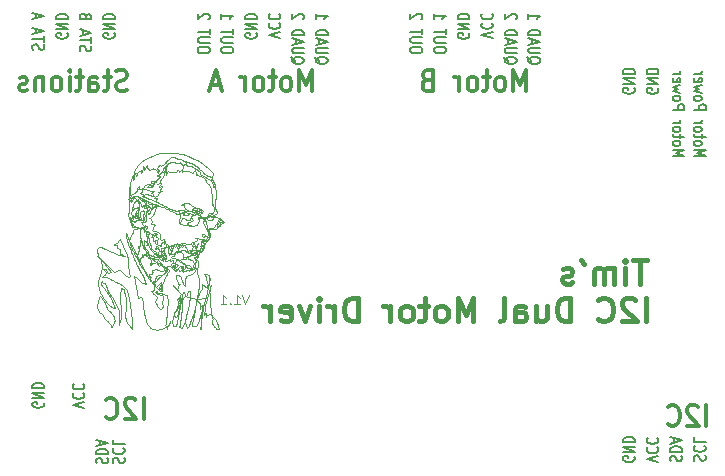
<source format=gbr>
%TF.GenerationSoftware,KiCad,Pcbnew,8.0.3*%
%TF.CreationDate,2024-07-02T20:09:31+01:00*%
%TF.ProjectId,Tims_I2C_Dual_Motor_Driver,54696d73-5f49-4324-935f-4475616c5f4d,rev?*%
%TF.SameCoordinates,Original*%
%TF.FileFunction,Legend,Bot*%
%TF.FilePolarity,Positive*%
%FSLAX46Y46*%
G04 Gerber Fmt 4.6, Leading zero omitted, Abs format (unit mm)*
G04 Created by KiCad (PCBNEW 8.0.3) date 2024-07-02 20:09:31*
%MOMM*%
%LPD*%
G01*
G04 APERTURE LIST*
%ADD10C,0.090000*%
%ADD11C,0.200000*%
%ADD12C,0.320000*%
%ADD13C,0.100000*%
%ADD14C,0.400000*%
G04 APERTURE END LIST*
D10*
X137721400Y-93268500D02*
X137635300Y-93219800D01*
X135396000Y-101220200D02*
X135683800Y-101533100D01*
X140381600Y-87696800D02*
X140482527Y-87722401D01*
X140579515Y-87732750D01*
X140679390Y-87754185D01*
X140770032Y-87797033D01*
X140789100Y-87807600D01*
X139171800Y-96087200D02*
X139129200Y-96091100D01*
X139851900Y-96410700D02*
X139870900Y-96622400D01*
X137727800Y-95283700D02*
X137797791Y-95342208D01*
X137809300Y-95350800D01*
X141212700Y-95335800D02*
X141181703Y-95251114D01*
X141262500Y-95254300D01*
X138129300Y-96098000D02*
X138062784Y-96019429D01*
X137987196Y-95960276D01*
X137896301Y-95909768D01*
X137796152Y-95875858D01*
X137692800Y-95866500D01*
X139997200Y-91593700D02*
X140570900Y-91710900D01*
X141376500Y-91895300D02*
X141378090Y-91995221D01*
X141296675Y-92036087D01*
X141320183Y-92127409D01*
X141338800Y-92150400D01*
X137901000Y-88532100D02*
X137991457Y-88540274D01*
X138055500Y-88592300D01*
X136829000Y-94890800D02*
X136880498Y-94979667D01*
X136930882Y-95069783D01*
X136977748Y-95159642D01*
X137018690Y-95247734D01*
X137038500Y-95296700D01*
X138588000Y-87594200D02*
X138523768Y-87658772D01*
X138454970Y-87727441D01*
X138386299Y-87795928D01*
X138361100Y-87821200D01*
X139112400Y-94501600D02*
X138981000Y-94424200D01*
X139175100Y-96230500D02*
X139084893Y-96228165D01*
X139112506Y-96133955D01*
X139129200Y-96091100D01*
X138129300Y-96098000D02*
X138048187Y-96139320D01*
X137957252Y-96170950D01*
X137943900Y-96176000D01*
X135791800Y-88469600D02*
X135776500Y-88557800D01*
X138361100Y-87821200D02*
X138426274Y-87756055D01*
X138494919Y-87687585D01*
X138564291Y-87618190D01*
X138588000Y-87594200D01*
X137371800Y-97528400D02*
X137462800Y-97619600D01*
X138222900Y-96651200D02*
X138121716Y-96627213D01*
X138019243Y-96596329D01*
X137920772Y-96558403D01*
X137831596Y-96513289D01*
X137757007Y-96460838D01*
X137736300Y-96441700D01*
X141586000Y-88183600D02*
X141656995Y-88259951D01*
X141728217Y-88326702D01*
X141800150Y-88384999D01*
X141898007Y-88451558D01*
X141999140Y-88507844D01*
X142104700Y-88556572D01*
X142215836Y-88600462D01*
X142303539Y-88631839D01*
X142395510Y-88663168D01*
X142427200Y-88673800D01*
X140266700Y-87626300D02*
X140344174Y-87684989D01*
X140381600Y-87696800D01*
X135656400Y-92596700D02*
X135714400Y-92663700D01*
X136250500Y-92177200D02*
X136280900Y-92163700D01*
X135389600Y-90502200D02*
X135477813Y-90465330D01*
X135510431Y-90369958D01*
X135552570Y-90259296D01*
X135567200Y-90229000D01*
X137384800Y-90931900D02*
X137289372Y-90963305D01*
X137189137Y-90965462D01*
X137104464Y-90934360D01*
X137020832Y-90884030D01*
X137007500Y-90875200D01*
X136959700Y-91321600D02*
X136918500Y-91310600D01*
X139997200Y-91593700D02*
X139914728Y-91637068D01*
X139868700Y-91674900D01*
X138188800Y-89870800D02*
X138112369Y-89809355D01*
X138045177Y-89748349D01*
X138028000Y-89703400D01*
X140941700Y-95451200D02*
X141112300Y-95735700D01*
X141037100Y-88507400D02*
X141124460Y-88474491D01*
X141153200Y-88440800D01*
X136150200Y-90698600D02*
X136060515Y-90690240D01*
X136064500Y-90601600D01*
X141126200Y-99024200D02*
X141158024Y-99119106D01*
X141206307Y-99195402D01*
X141280631Y-99265244D01*
X141357355Y-99312408D01*
X141443875Y-99351294D01*
X141459100Y-99357200D01*
X137531800Y-95098800D02*
X137617671Y-95139040D01*
X137670114Y-95222853D01*
X137727800Y-95283700D01*
X141459100Y-99357200D02*
X141445900Y-99825000D01*
X137974300Y-88122900D02*
X137920200Y-88097900D01*
X140175900Y-98764500D02*
X141084400Y-98966600D01*
X135662100Y-91831600D02*
X135675382Y-91929484D01*
X135699133Y-92024941D01*
X135736177Y-92109640D01*
X135749336Y-92203046D01*
X135747000Y-92233100D01*
X137905200Y-91104500D02*
X137818800Y-91043600D01*
X139715800Y-87146200D02*
X139608708Y-87126169D01*
X139509150Y-87103914D01*
X139434172Y-87047426D01*
X139332491Y-87010913D01*
X139300800Y-87001300D01*
X137106200Y-97069400D02*
X137108654Y-97162009D01*
X137184700Y-97164400D01*
X137038500Y-95296700D02*
X137079900Y-95369100D01*
X141753700Y-94390900D02*
X141752400Y-94354000D01*
X136586600Y-89549100D02*
X136508792Y-89595515D01*
X136586262Y-89641384D01*
X136687615Y-89676368D01*
X136799000Y-89709300D01*
X140061400Y-94865000D02*
X139964789Y-94861256D01*
X139868663Y-94872416D01*
X139772253Y-94889509D01*
X139659500Y-94890000D01*
X138176700Y-94903800D02*
X138268142Y-94915897D01*
X138348505Y-94963116D01*
X138352954Y-95063611D01*
X138354200Y-95082400D01*
X142277800Y-88890200D02*
X142376445Y-88886344D01*
X142425774Y-88809643D01*
X142449100Y-88788000D01*
X134545900Y-101144200D02*
X134596994Y-101035826D01*
X134637774Y-100914043D01*
X134659685Y-100826484D01*
X134677697Y-100734583D01*
X134692081Y-100638987D01*
X134703112Y-100540343D01*
X134711062Y-100439300D01*
X134716206Y-100336503D01*
X134718816Y-100232600D01*
X134719167Y-100128238D01*
X134717532Y-100024065D01*
X134714184Y-99920727D01*
X134709397Y-99818873D01*
X134703445Y-99719147D01*
X134696600Y-99622200D01*
X137003900Y-89763300D02*
X136799000Y-89709300D01*
X141961400Y-97363100D02*
X141991741Y-97466746D01*
X142019983Y-97561786D01*
X142042093Y-97653574D01*
X142054038Y-97747462D01*
X142051785Y-97848804D01*
X142037050Y-97938843D01*
X142017100Y-98013400D01*
X140550500Y-94825100D02*
X140612900Y-94833900D01*
X141262500Y-95254300D02*
X141248500Y-95249400D01*
X134406600Y-94669700D02*
X134495494Y-94697436D01*
X134585088Y-94725109D01*
X134633300Y-94742500D01*
X141024100Y-91659600D02*
X140899300Y-91607700D01*
X137499100Y-95615200D02*
X137530086Y-95529807D01*
X137441700Y-95564000D01*
X137079900Y-95369100D02*
X137038500Y-95296700D01*
X138344800Y-95239200D02*
X138320400Y-95325200D01*
X135450300Y-90006400D02*
X135450372Y-90113127D01*
X135445330Y-90204350D01*
X135426498Y-90297434D01*
X135396094Y-90393292D01*
X135372064Y-90489065D01*
X135361500Y-90540400D01*
X139159200Y-97831000D02*
X139785000Y-98519900D01*
X137187700Y-97043200D02*
X137132300Y-96987700D01*
X137800800Y-94299600D02*
X137708971Y-94298215D01*
X137631438Y-94240078D01*
X137620000Y-94172200D01*
X139262800Y-95040100D02*
X139381000Y-95008900D01*
X136349700Y-90014200D02*
X136638000Y-90184100D01*
X137776500Y-98436500D02*
X137776500Y-98280800D01*
X139713000Y-94365800D02*
X139735619Y-94453994D01*
X139630457Y-94466886D01*
X139552700Y-94471800D01*
X141603700Y-93903800D02*
X141546700Y-93871400D01*
X138981000Y-94424200D02*
X138977178Y-94526072D01*
X138952767Y-94617436D01*
X138920080Y-94706142D01*
X138903100Y-94791300D01*
X141468200Y-101533100D02*
X141470327Y-101381637D01*
X141478842Y-101215931D01*
X141493066Y-101038577D01*
X141502105Y-100946342D01*
X141512317Y-100852170D01*
X141523615Y-100756383D01*
X141535915Y-100659307D01*
X141549131Y-100561265D01*
X141563179Y-100462583D01*
X141577974Y-100363585D01*
X141593430Y-100264594D01*
X141609463Y-100165937D01*
X141625987Y-100067937D01*
X141642917Y-99970919D01*
X141660169Y-99875207D01*
X141677657Y-99781125D01*
X141695296Y-99688999D01*
X141713001Y-99599152D01*
X141748270Y-99427596D01*
X141782783Y-99269052D01*
X141815859Y-99126117D01*
X141846818Y-99001385D01*
X141874980Y-98897454D01*
X141887800Y-98854100D01*
X136918500Y-91310600D02*
X136959700Y-91321600D01*
X142966000Y-92324100D02*
X142987000Y-92365200D01*
X139500600Y-96936700D02*
X139426700Y-96936900D01*
X137441700Y-95564000D02*
X137485132Y-95465468D01*
X137496295Y-95368082D01*
X137416794Y-95320417D01*
X137319130Y-95307875D01*
X137209962Y-95278395D01*
X137127721Y-95221945D01*
X137075700Y-95150100D01*
X139153400Y-101301400D02*
X139380100Y-101301800D01*
X141338800Y-92150400D02*
X141357800Y-92136700D01*
X137260000Y-88004800D02*
X137348218Y-87975114D01*
X137426800Y-87934200D01*
X137403700Y-90086600D02*
X137348593Y-90014652D01*
X137303500Y-89982400D01*
X141487700Y-94356600D02*
X141497800Y-94267700D01*
X138558000Y-96362200D02*
X138398600Y-96271400D01*
X137783400Y-98070400D02*
X137853700Y-98107400D01*
X139827300Y-96371000D02*
X139851900Y-96410700D01*
X140650500Y-92047000D02*
X140814900Y-92326000D01*
X139742600Y-91768000D02*
X139782307Y-91685819D01*
X139729800Y-91664700D01*
X137432800Y-91200800D02*
X137387387Y-91119620D01*
X137373343Y-91025240D01*
X137384800Y-90931900D01*
X139398900Y-94389500D02*
X139455073Y-94318726D01*
X139457600Y-94310900D01*
X141487700Y-94356600D02*
X141482000Y-94404800D01*
X138223700Y-94204900D02*
X138253600Y-94199800D01*
X138193400Y-99219100D02*
X138210200Y-99309771D01*
X138234188Y-99397254D01*
X138252407Y-99490448D01*
X138251900Y-99598253D01*
X138227825Y-99705670D01*
X138199700Y-99780100D01*
X141777100Y-92097300D02*
X141819778Y-92202781D01*
X141851732Y-92298635D01*
X141886573Y-92411881D01*
X141922765Y-92536761D01*
X141946887Y-92623637D01*
X141970473Y-92711421D01*
X142003854Y-92841070D01*
X142033473Y-92963170D01*
X142057796Y-93071966D01*
X142075289Y-93161704D01*
X142082400Y-93208100D01*
X136250500Y-92177200D02*
X136156181Y-92170362D01*
X136063076Y-92147014D01*
X135970587Y-92111596D01*
X135927300Y-92095100D01*
X141124500Y-91267200D02*
X141165700Y-91377400D01*
X142472700Y-88836900D02*
X142390519Y-88894397D01*
X142367774Y-88988562D01*
X142358700Y-89031900D01*
X141253100Y-95416600D02*
X141207000Y-95406000D01*
X140722900Y-94719200D02*
X140616000Y-95060000D01*
X136214100Y-90456300D02*
X136746500Y-90819400D01*
X136502400Y-92890500D02*
X136411974Y-92913934D01*
X136341400Y-92950000D01*
X141212700Y-95335800D02*
X141262500Y-95254300D01*
X139994200Y-96600800D02*
X139870900Y-96622400D01*
X136147700Y-91892000D02*
X136058335Y-91912344D01*
X135967092Y-91948928D01*
X135925232Y-92039656D01*
X135927300Y-92095100D01*
X139227700Y-95927800D02*
X139247300Y-95974900D01*
X142041000Y-89181000D02*
X142106000Y-89226800D01*
X138926400Y-95172900D02*
X139100800Y-95158000D01*
X136018100Y-92911400D02*
X135941500Y-92874400D01*
X138279100Y-94191200D02*
X138334500Y-94115700D01*
X136102200Y-92884300D02*
X136341400Y-92950000D01*
X137728900Y-90604800D02*
X137754900Y-90407900D01*
X137707200Y-97980300D02*
X138156300Y-97576100D01*
X136955800Y-90412100D02*
X136874460Y-90361754D01*
X136775000Y-90370000D01*
X135775700Y-88901700D02*
X135917300Y-88296600D01*
X137624600Y-90687000D02*
X137179200Y-90524700D01*
X141262500Y-95254300D02*
X141332959Y-95185970D01*
X141315800Y-95087700D01*
X139029800Y-95514500D02*
X138981100Y-95466100D01*
X140198500Y-94969500D02*
X140289920Y-94984519D01*
X140344000Y-94965500D01*
X140747100Y-94684800D02*
X140722900Y-94719200D01*
X141627000Y-93498100D02*
X141609339Y-93588113D01*
X141613073Y-93685207D01*
X141634100Y-93718000D01*
X137432800Y-91200800D02*
X137151200Y-91281500D01*
X133523200Y-96740500D02*
X133443565Y-96673245D01*
X133369577Y-96614289D01*
X133305284Y-96549439D01*
X133255720Y-96464048D01*
X133239900Y-96432500D01*
X136543000Y-90532600D02*
X136570300Y-90561600D01*
X137974300Y-88122900D02*
X137903360Y-88179256D01*
X137861588Y-88271406D01*
X137846000Y-88318700D01*
X139428700Y-96484100D02*
X139392500Y-96504600D01*
X137783000Y-98863900D02*
X137744940Y-98778489D01*
X137675667Y-98720914D01*
X137601945Y-98663396D01*
X137526713Y-98595394D01*
X137475700Y-98542400D01*
X143101300Y-92506100D02*
X143087387Y-92600992D01*
X143056627Y-92692829D01*
X143010400Y-92766700D01*
X136102200Y-92884300D02*
X136150448Y-92962368D01*
X136214700Y-92974500D01*
X137627300Y-97282400D02*
X137656817Y-97170299D01*
X137715277Y-97070569D01*
X137791147Y-97014360D01*
X137879599Y-96987140D01*
X137975806Y-96974377D01*
X138074941Y-96961538D01*
X138172178Y-96934091D01*
X138262688Y-96877503D01*
X138283700Y-96857100D01*
X142352200Y-100261500D02*
X142402906Y-100350645D01*
X142451379Y-100472311D01*
X142473807Y-100582104D01*
X142478133Y-100682936D01*
X142472299Y-100777720D01*
X142464247Y-100869368D01*
X142461919Y-100960791D01*
X142473258Y-101054904D01*
X142506207Y-101154618D01*
X142568706Y-101262846D01*
X142630712Y-101341166D01*
X142668700Y-101382500D01*
X141990600Y-92158600D02*
X142055100Y-91871200D01*
X139371400Y-95561700D02*
X139742100Y-95659700D01*
X139100800Y-95158000D02*
X139197482Y-95130354D01*
X139262800Y-95040100D01*
X139775500Y-90985800D02*
X140052500Y-91048900D01*
X139997200Y-91593700D02*
X140121800Y-91543600D01*
X140609300Y-95051300D02*
X140616000Y-95060000D01*
X140802200Y-96251500D02*
X140845268Y-96147974D01*
X140871469Y-96058551D01*
X140882986Y-95948082D01*
X140855695Y-95838294D01*
X140792544Y-95762057D01*
X140707581Y-95709210D01*
X140614854Y-95669593D01*
X140528412Y-95633045D01*
X140450600Y-95576200D01*
X136250400Y-95727300D02*
X136317453Y-95788213D01*
X136319000Y-95841200D01*
X141243700Y-94204000D02*
X141055100Y-94753700D01*
X136150200Y-90698600D02*
X136144800Y-90701300D01*
X135439900Y-94053000D02*
X135542500Y-94279700D01*
X138657700Y-94558300D02*
X139145600Y-94417000D01*
X137376000Y-93171100D02*
X137423357Y-93088223D01*
X137442498Y-92995178D01*
X137472200Y-92909400D01*
X136890700Y-92810800D02*
X136694600Y-92916600D01*
X140344000Y-94965500D02*
X140398911Y-95041871D01*
X140450839Y-95120169D01*
X140543923Y-95088284D01*
X140609300Y-95051300D01*
X141718900Y-92170100D02*
X141700700Y-92577700D01*
X137470000Y-92637800D02*
X137381039Y-92618389D01*
X137296384Y-92653724D01*
X137260300Y-92668500D01*
X140609300Y-95051300D02*
X140519941Y-95102213D01*
X140430314Y-95092988D01*
X140380474Y-95014426D01*
X140344000Y-94965500D01*
X141165700Y-91377400D02*
X141088593Y-91436478D01*
X141036490Y-91517239D01*
X141028062Y-91619793D01*
X141024100Y-91659600D01*
X140471600Y-96625300D02*
X140554511Y-96569493D01*
X140642034Y-96528319D01*
X140729843Y-96508525D01*
X140809373Y-96447171D01*
X140825800Y-96431900D01*
X135728900Y-91401500D02*
X135798003Y-91339306D01*
X135880556Y-91288790D01*
X135979652Y-91255190D01*
X136069957Y-91240948D01*
X136167967Y-91233535D01*
X136202800Y-91231500D01*
X138357100Y-95549200D02*
X138452300Y-95526000D01*
X141647800Y-94584500D02*
X141627486Y-94679372D01*
X141607872Y-94780625D01*
X141594515Y-94873503D01*
X141494605Y-94913864D01*
X141454200Y-94962700D01*
X139247300Y-95974900D02*
X139303566Y-96047840D01*
X139324500Y-96068700D01*
X135862300Y-90017500D02*
X135947603Y-89963801D01*
X136021181Y-89889127D01*
X136067899Y-89792804D01*
X136089339Y-89695713D01*
X136112292Y-89600582D01*
X136163549Y-89510135D01*
X136242936Y-89442983D01*
X136269900Y-89427100D01*
X133936000Y-96556400D02*
X134032406Y-96616661D01*
X134134454Y-96656928D01*
X134226590Y-96663457D01*
X134320167Y-96641838D01*
X134403698Y-96608031D01*
X134501232Y-96562648D01*
X134587070Y-96522735D01*
X134651700Y-96494000D01*
X140324700Y-96104400D02*
X140419921Y-96089498D01*
X140507162Y-96121862D01*
X140570070Y-96190862D01*
X140615060Y-96284564D01*
X140643200Y-96382100D01*
X142358700Y-89031900D02*
X142425698Y-89092904D01*
X142475220Y-89172356D01*
X142510732Y-89266109D01*
X142535704Y-89370018D01*
X142550965Y-89461378D01*
X142558600Y-89517200D01*
X136799000Y-89709300D02*
X136687615Y-89676368D01*
X136586262Y-89641384D01*
X136508792Y-89595515D01*
X136586600Y-89549100D01*
X141153200Y-88440800D02*
X141157500Y-88391500D01*
X135775700Y-88901700D02*
X135791351Y-88810580D01*
X135779794Y-88715151D01*
X135774912Y-88613972D01*
X135776500Y-88557800D01*
X139354400Y-94521500D02*
X139373093Y-94431404D01*
X139398900Y-94389500D01*
X140174800Y-96576000D02*
X140274826Y-96569899D01*
X140380428Y-96561384D01*
X140469505Y-96531910D01*
X140561353Y-96486797D01*
X140603600Y-96472200D01*
X136827600Y-90763600D02*
X136570300Y-90561600D01*
X140550500Y-94825100D02*
X140530900Y-94824600D01*
X139539700Y-94444000D02*
X139552700Y-94471800D01*
X135725400Y-94649300D02*
X135779700Y-94701700D01*
X139774400Y-92395700D02*
X139828500Y-92307255D01*
X139862203Y-92219239D01*
X139906033Y-92134925D01*
X140012876Y-92149193D01*
X140054000Y-92166500D01*
X141264300Y-92167500D02*
X141291100Y-92193000D01*
X138176700Y-94903800D02*
X138343200Y-94794700D01*
X136570300Y-90561600D02*
X136543000Y-90532600D01*
X136214700Y-92974500D02*
X136123890Y-92960720D01*
X136102200Y-92884300D01*
X138028000Y-89703400D02*
X138089924Y-89637018D01*
X138144378Y-89558973D01*
X138171927Y-89461498D01*
X138184900Y-89408900D01*
X139540300Y-97615700D02*
X139529069Y-97707376D01*
X139612013Y-97744238D01*
X139718900Y-97739000D01*
X135791800Y-88469600D02*
X135675100Y-88607000D01*
X136005900Y-95216600D02*
X136049800Y-95271100D01*
X136679900Y-93274500D02*
X136676461Y-93174038D01*
X136677620Y-93082438D01*
X136605898Y-93020975D01*
X136595100Y-93006900D01*
X137385900Y-93492400D02*
X137485776Y-93543696D01*
X137569126Y-93602429D01*
X137627500Y-93575500D01*
X140361900Y-91424300D02*
X140150700Y-91386200D01*
X139087200Y-95958500D02*
X139227700Y-95927800D01*
X140846800Y-92786000D02*
X140941572Y-92774621D01*
X141034852Y-92758902D01*
X141122788Y-92734766D01*
X141180100Y-92716400D01*
X139783900Y-96258100D02*
X139827300Y-96371000D01*
X141230500Y-92134700D02*
X141264300Y-92167500D01*
X137736300Y-96441700D02*
X137818009Y-96505060D01*
X137905121Y-96551388D01*
X138002410Y-96590501D01*
X138104584Y-96622548D01*
X138206350Y-96647674D01*
X138222900Y-96651200D01*
X140570900Y-91710900D02*
X140499618Y-91792873D01*
X140424140Y-91846595D01*
X140322862Y-91882462D01*
X140225238Y-91895761D01*
X140111676Y-91900563D01*
X140006887Y-91902434D01*
X139949200Y-91903800D01*
X133126900Y-97124900D02*
X133169538Y-97041462D01*
X133249089Y-96983304D01*
X133325185Y-96934175D01*
X133339100Y-96924300D01*
X134223100Y-97503900D02*
X134125400Y-97450853D01*
X134041771Y-97402389D01*
X133944745Y-97346459D01*
X133838708Y-97287163D01*
X133728043Y-97228601D01*
X133617137Y-97174873D01*
X133510374Y-97130079D01*
X133412140Y-97098319D01*
X133302008Y-97083333D01*
X133258800Y-97090300D01*
X138995900Y-88260000D02*
X139086209Y-88258678D01*
X139180759Y-88250976D01*
X139273305Y-88258695D01*
X139357700Y-88270800D01*
X136964200Y-94158500D02*
X136917380Y-94237069D01*
X136916400Y-94240100D01*
X135842700Y-94802100D02*
X135847200Y-94865800D01*
X139718900Y-97739000D02*
X139650072Y-97816661D01*
X139588078Y-97901899D01*
X139546513Y-97985157D01*
X139525691Y-98073517D01*
X139502263Y-98161490D01*
X139459100Y-98224200D01*
X136433100Y-88299000D02*
X136388819Y-88215832D01*
X136416120Y-88123057D01*
X136477930Y-88043146D01*
X136487200Y-88028400D01*
X137584400Y-97814900D02*
X137636628Y-97889448D01*
X137696528Y-97967000D01*
X137707200Y-97980300D01*
X135779700Y-94701700D02*
X135787900Y-94757300D01*
X136200900Y-89668500D02*
X136298436Y-89644097D01*
X136391778Y-89633220D01*
X136464856Y-89697255D01*
X136481300Y-89716200D01*
X137075700Y-95150100D02*
X137047841Y-95061643D01*
X137018148Y-94970810D01*
X136988000Y-94908300D01*
X139958700Y-87240900D02*
X139876662Y-87192224D01*
X139789006Y-87160735D01*
X139715800Y-87146200D01*
X136984600Y-93608400D02*
X137002110Y-93703363D01*
X137042053Y-93787404D01*
X137104880Y-93855806D01*
X137113000Y-93883400D01*
X138106500Y-97687300D02*
X138060995Y-97779432D01*
X138010820Y-97889302D01*
X137973213Y-97990325D01*
X137977843Y-98082678D01*
X138071003Y-98104867D01*
X138076700Y-98110600D01*
X140121800Y-91543600D02*
X140416600Y-91570500D01*
X141777100Y-92097300D02*
X141990600Y-92158600D01*
X136485100Y-92555100D02*
X136427200Y-92493400D01*
X137371400Y-96546900D02*
X137381264Y-96638404D01*
X137396223Y-96727923D01*
X137358011Y-96812587D01*
X137331300Y-96830500D01*
X136059100Y-93056800D02*
X135960676Y-93025032D01*
X135862342Y-93029061D01*
X135797808Y-93099679D01*
X135767643Y-93184881D01*
X135737246Y-93292202D01*
X135704753Y-93389924D01*
X135694700Y-93415600D01*
X141024100Y-91659600D02*
X141302200Y-91544800D01*
X137989800Y-89079100D02*
X138043621Y-89001352D01*
X138136194Y-88862220D01*
X138210188Y-88743402D01*
X138267420Y-88643095D01*
X138309707Y-88559493D01*
X138349089Y-88461467D01*
X138366250Y-88372400D01*
X138333881Y-88282881D01*
X138309500Y-88215300D01*
X137201400Y-96870300D02*
X137297062Y-96850776D01*
X137331300Y-96830500D01*
X139975300Y-88186300D02*
X140091500Y-88108000D01*
X139927400Y-94573500D02*
X139713000Y-94365800D01*
X141990600Y-92158600D02*
X142044368Y-92064874D01*
X142125520Y-92005884D01*
X142223624Y-91991180D01*
X142317420Y-92002018D01*
X142421388Y-92024663D01*
X142511397Y-92045490D01*
X142534800Y-92050500D01*
X142055100Y-91871200D02*
X142534700Y-91965500D01*
X136481300Y-89716200D02*
X136503200Y-89747100D01*
X138504600Y-88244400D02*
X138535400Y-88512000D01*
X136812900Y-91525100D02*
X136821701Y-91614695D01*
X136917884Y-91584291D01*
X136972300Y-91572600D01*
X139606100Y-94531100D02*
X139542086Y-94459661D01*
X139539700Y-94444000D01*
X142133400Y-93436600D02*
X142122196Y-93339919D01*
X142099426Y-93251875D01*
X142082400Y-93208100D01*
X136239200Y-90678900D02*
X136299656Y-90749962D01*
X136342784Y-90834457D01*
X136380887Y-90931337D01*
X136415438Y-91030670D01*
X136447909Y-91122526D01*
X136486200Y-91208900D01*
X136319000Y-95841200D02*
X136560200Y-96269900D01*
X143005900Y-101533100D02*
X142992846Y-101428133D01*
X142977362Y-101331896D01*
X142939849Y-101163477D01*
X142894863Y-101023577D01*
X142843906Y-100907928D01*
X142788479Y-100812262D01*
X142730085Y-100732314D01*
X142670224Y-100663815D01*
X142580970Y-100573202D01*
X142496864Y-100484348D01*
X142422976Y-100382852D01*
X142381897Y-100301053D01*
X142349112Y-100202968D01*
X142326125Y-100084329D01*
X142314437Y-99940870D01*
X142313300Y-99858500D01*
X137121500Y-94146500D02*
X137099658Y-94043902D01*
X137089746Y-93951187D01*
X137113000Y-93883400D01*
X136388800Y-88072100D02*
X136475015Y-88032281D01*
X136487200Y-88028400D01*
X139599500Y-96981100D02*
X139500600Y-96936700D01*
X137184700Y-97164400D02*
X137298800Y-97140400D01*
X140179800Y-90899100D02*
X139775500Y-90985800D01*
X141901700Y-100535200D02*
X141907031Y-100439310D01*
X141972873Y-100367608D01*
X142058391Y-100323985D01*
X142158446Y-100293015D01*
X142260546Y-100272814D01*
X142352200Y-100261500D01*
X139742100Y-95659700D02*
X139817585Y-95594778D01*
X139911829Y-95575344D01*
X140013965Y-95600980D01*
X140103714Y-95621228D01*
X140197200Y-95632800D01*
X141302200Y-91544800D02*
X141361740Y-91616296D01*
X141461561Y-91643273D01*
X141515700Y-91656000D01*
X139990800Y-94402700D02*
X140082812Y-94429429D01*
X140166126Y-94465837D01*
X140187000Y-94508100D01*
X141565400Y-91439800D02*
X141502000Y-91390500D01*
X135361500Y-90540400D02*
X135382099Y-90445779D01*
X135408730Y-90352098D01*
X135437480Y-90255392D01*
X135449017Y-90154333D01*
X135450810Y-90064220D01*
X135450300Y-90006400D01*
X138343200Y-94794700D02*
X138176700Y-94903800D01*
X136890500Y-93493800D02*
X136980445Y-93480981D01*
X137075887Y-93459769D01*
X137108500Y-93433100D01*
X142200200Y-93362300D02*
X142248200Y-93403500D01*
X136638000Y-90184100D02*
X136349700Y-90014200D01*
X137853700Y-98107400D02*
X137783400Y-98070400D01*
X139269700Y-96562800D02*
X139283100Y-96596900D01*
X136178300Y-91509300D02*
X136231100Y-91434200D01*
X140381600Y-87696800D02*
X140294773Y-87665889D01*
X140266700Y-87626300D01*
X134393200Y-94420600D02*
X134406600Y-94669700D01*
X139601200Y-87469600D02*
X139505753Y-87460115D01*
X139407609Y-87441657D01*
X139288685Y-87422194D01*
X139157062Y-87408736D01*
X139066250Y-87406562D01*
X138975779Y-87412250D01*
X138845953Y-87440068D01*
X138730365Y-87497260D01*
X138637097Y-87590838D01*
X138591309Y-87676900D01*
X138561427Y-87784326D01*
X138553200Y-87846700D01*
X138283700Y-96857100D02*
X138348122Y-96790266D01*
X138417453Y-96720900D01*
X138481380Y-96656278D01*
X138538107Y-96583019D01*
X138570001Y-96496571D01*
X138585782Y-96406377D01*
X138588800Y-96384100D01*
X138465900Y-87910500D02*
X138543983Y-87852121D01*
X138553200Y-87846700D01*
X141497800Y-94267700D02*
X141531702Y-94183985D01*
X141626700Y-94172100D01*
X137818800Y-91043600D02*
X137905200Y-91104500D01*
X138252400Y-98545100D02*
X138156880Y-98507510D01*
X138059542Y-98478601D01*
X137965142Y-98468667D01*
X137870090Y-98458890D01*
X137776500Y-98436500D01*
X142082400Y-93208100D02*
X142064462Y-93104281D01*
X142042245Y-93001198D01*
X142014221Y-92882893D01*
X141981923Y-92755121D01*
X141958775Y-92667522D01*
X141934865Y-92579979D01*
X141898563Y-92452499D01*
X141863101Y-92334736D01*
X141830014Y-92232445D01*
X141792243Y-92130072D01*
X141777100Y-92097300D01*
X143101300Y-92506100D02*
X143201394Y-92483072D01*
X143236900Y-92473700D01*
X136860600Y-92936900D02*
X136920600Y-93010500D01*
X139997200Y-91593700D02*
X140121800Y-91543600D01*
X139249200Y-95339300D02*
X139081400Y-95362900D01*
X137388000Y-89366900D02*
X137304474Y-89330905D01*
X137224936Y-89280172D01*
X137131300Y-89249800D01*
X137038500Y-95296700D02*
X137079900Y-95369100D01*
X135552600Y-90556700D02*
X135533516Y-90645795D01*
X135465000Y-90644800D01*
X139145600Y-94417000D02*
X139179904Y-94502540D01*
X139112400Y-94501600D01*
X136823600Y-92391100D02*
X136739876Y-92428286D01*
X136699800Y-92445100D01*
X137488000Y-97662100D02*
X137584400Y-97814900D01*
X140654800Y-91920200D02*
X140739652Y-91887597D01*
X140844400Y-91852600D01*
X141546700Y-93871400D02*
X141603700Y-93903800D01*
X139552700Y-94471800D02*
X139650708Y-94465584D01*
X139704468Y-94392200D01*
X139713000Y-94365800D01*
X139561900Y-94725200D02*
X139597852Y-94626568D01*
X139696168Y-94600707D01*
X139710900Y-94596400D01*
X136253700Y-90874100D02*
X136239200Y-90678900D01*
X139365100Y-94321900D02*
X139201500Y-94367100D01*
X133402000Y-97690000D02*
X133421916Y-97794454D01*
X133458617Y-97907789D01*
X133510039Y-98029433D01*
X133574120Y-98158817D01*
X133648797Y-98295369D01*
X133732009Y-98438520D01*
X133821693Y-98587699D01*
X133915787Y-98742337D01*
X133963843Y-98821524D01*
X134012228Y-98901862D01*
X134060684Y-98983280D01*
X134108954Y-99065706D01*
X134156779Y-99149068D01*
X134203902Y-99233296D01*
X134250065Y-99318318D01*
X134295010Y-99404064D01*
X134338480Y-99490461D01*
X134380217Y-99577438D01*
X134419962Y-99664925D01*
X134457459Y-99752849D01*
X134492448Y-99841140D01*
X134524674Y-99929726D01*
X134553877Y-100018536D01*
X134579800Y-100107500D01*
X135561400Y-90782900D02*
X135465000Y-90644800D01*
X140398900Y-99841300D02*
X140373215Y-99935052D01*
X140346214Y-100026610D01*
X140318727Y-100117060D01*
X140291587Y-100207487D01*
X140265623Y-100298978D01*
X140241667Y-100392620D01*
X140220549Y-100489498D01*
X140203100Y-100590700D01*
X133080100Y-97430400D02*
X133126823Y-97529164D01*
X133164595Y-97611971D01*
X133259262Y-97645831D01*
X133348856Y-97667419D01*
X133402000Y-97690000D01*
X137201400Y-96870300D02*
X137120000Y-96905200D01*
X137512500Y-86787600D02*
X137408278Y-86842656D01*
X137319375Y-86886760D01*
X137209334Y-86936635D01*
X137119843Y-86972806D01*
X137018057Y-87011066D01*
X136918167Y-87052196D01*
X136832585Y-87094287D01*
X136728585Y-87153309D01*
X136644896Y-87205305D01*
X136546834Y-87269689D01*
X136431927Y-87348405D01*
X136297700Y-87443400D01*
X140865400Y-94516300D02*
X140846100Y-94520300D01*
X140612900Y-94833900D02*
X140635100Y-94837100D01*
X137804100Y-88531600D02*
X137901000Y-88532100D01*
X138338300Y-96218900D02*
X138315691Y-96307769D01*
X138377700Y-96359900D01*
X140061400Y-94865000D02*
X140123163Y-94934308D01*
X140198500Y-94969500D01*
X139868700Y-91674900D02*
X139962756Y-91673926D01*
X140024860Y-91744215D01*
X139989321Y-91840796D01*
X139949200Y-91903800D01*
X139208100Y-96104200D02*
X139171800Y-96087200D01*
X137627500Y-93575500D02*
X137624161Y-93479337D01*
X137544153Y-93430565D01*
X137550800Y-93377800D01*
X136679900Y-93274500D02*
X136756230Y-93222044D01*
X136777300Y-93211800D01*
X142146500Y-96990300D02*
X142066118Y-96939475D01*
X141977527Y-96895880D01*
X141880491Y-96874226D01*
X141785098Y-96871398D01*
X141766700Y-96872200D01*
X142876300Y-92060700D02*
X142943135Y-92133123D01*
X143011310Y-92194048D01*
X143092412Y-92252189D01*
X143179684Y-92311645D01*
X143254505Y-92365718D01*
X143347600Y-92437600D01*
X136933900Y-94167200D02*
X136964200Y-94158500D01*
X139994200Y-96600800D02*
X140086803Y-96583896D01*
X140110200Y-96581200D01*
X137003900Y-89763300D02*
X137092942Y-89785929D01*
X137192514Y-89808684D01*
X137289448Y-89824018D01*
X137393317Y-89830189D01*
X137482600Y-89824700D01*
X137718000Y-88088300D02*
X137690200Y-88056800D01*
X140061000Y-91095200D02*
X140150700Y-91386200D01*
X136250500Y-92177200D02*
X135911100Y-91794500D01*
X140612900Y-94833900D02*
X140550500Y-94825100D01*
X140091500Y-88108000D02*
X140148400Y-88157600D01*
X140900900Y-94170900D02*
X140844870Y-94249071D01*
X140804719Y-94337595D01*
X140775945Y-94426233D01*
X140735800Y-94502200D01*
X138296000Y-98743100D02*
X138287411Y-98848549D01*
X138268886Y-98945383D01*
X138245300Y-99040200D01*
X138217276Y-99137904D01*
X138193400Y-99219100D01*
X142480100Y-88282700D02*
X142389338Y-88156743D01*
X142260677Y-88030868D01*
X142178015Y-87956165D01*
X142083618Y-87875088D01*
X141977851Y-87788741D01*
X141861079Y-87698225D01*
X141733666Y-87604644D01*
X141595976Y-87509101D01*
X141448376Y-87412698D01*
X141291229Y-87316538D01*
X141124900Y-87221725D01*
X140949753Y-87129359D01*
X140766155Y-87040545D01*
X140574468Y-86956386D01*
X140375058Y-86877983D01*
X140168291Y-86806440D01*
X139954529Y-86742859D01*
X139734139Y-86688344D01*
X139507484Y-86643996D01*
X139274930Y-86610920D01*
X139036841Y-86590217D01*
X138793582Y-86582990D01*
X138545517Y-86590343D01*
X138293012Y-86613377D01*
X138036431Y-86653196D01*
X137776138Y-86710903D01*
X137512500Y-86787600D01*
X139576300Y-91574700D02*
X139661189Y-91541891D01*
X139672600Y-91612600D01*
X137271500Y-90830000D02*
X137818800Y-91043600D01*
X137809300Y-95350800D02*
X137737825Y-95292402D01*
X137727800Y-95283700D01*
X132843600Y-99991100D02*
X132900946Y-100068868D01*
X132967290Y-100136272D01*
X133030800Y-100197400D01*
X135552600Y-90556700D02*
X135603300Y-90460400D01*
X135603300Y-90460400D02*
X135549106Y-90536518D01*
X135552600Y-90556700D01*
X141315800Y-95087700D02*
X141248500Y-95249400D01*
X137381500Y-95955300D02*
X137454400Y-95913600D01*
X140363800Y-95395100D02*
X140434985Y-95338379D01*
X140528574Y-95313093D01*
X140541800Y-95309700D01*
X139081400Y-95362900D02*
X139056100Y-95367500D01*
X140266700Y-87626300D02*
X140205772Y-87547937D01*
X140231700Y-87503000D01*
X138243800Y-95306200D02*
X137905200Y-95392600D01*
X136615100Y-91434900D02*
X136334300Y-91583600D01*
X132816600Y-97442200D02*
X132787887Y-97585255D01*
X132785417Y-97744249D01*
X132806839Y-97915772D01*
X132825773Y-98005166D01*
X132849798Y-98096414D01*
X132878619Y-98189089D01*
X132911943Y-98282766D01*
X132949474Y-98377017D01*
X132990920Y-98471418D01*
X133035986Y-98565542D01*
X133084377Y-98658962D01*
X133135801Y-98751252D01*
X133189962Y-98841987D01*
X133246567Y-98930740D01*
X133305321Y-99017085D01*
X133365931Y-99100595D01*
X133428102Y-99180845D01*
X133491541Y-99257408D01*
X133555953Y-99329859D01*
X133621044Y-99397770D01*
X133686520Y-99460717D01*
X133817451Y-99570009D01*
X133946393Y-99654327D01*
X134070993Y-99710260D01*
X134188900Y-99734400D01*
X136885300Y-94392100D02*
X136986300Y-94302000D01*
X142332700Y-93074600D02*
X142440259Y-93093215D01*
X142548437Y-93090584D01*
X142654759Y-93069217D01*
X142756750Y-93031625D01*
X142851934Y-92980316D01*
X142937837Y-92917803D01*
X143011984Y-92846594D01*
X143071900Y-92769200D01*
X136792900Y-91859100D02*
X136730604Y-91942650D01*
X136701554Y-92029853D01*
X136696415Y-92128121D01*
X136685659Y-92222531D01*
X136651508Y-92317169D01*
X136613000Y-92383900D01*
X137225900Y-97461100D02*
X137145899Y-97340326D01*
X137046056Y-97186213D01*
X136989740Y-97098063D01*
X136929719Y-97003269D01*
X136866411Y-96902394D01*
X136800235Y-96796003D01*
X136731610Y-96684658D01*
X136660955Y-96568923D01*
X136588686Y-96449363D01*
X136515225Y-96326541D01*
X136440988Y-96201019D01*
X136366394Y-96073363D01*
X136291863Y-95944135D01*
X136217812Y-95813900D01*
X136144660Y-95683220D01*
X136072826Y-95552660D01*
X136002728Y-95422783D01*
X135934785Y-95294152D01*
X135869416Y-95167332D01*
X135807038Y-95042886D01*
X135748071Y-94921378D01*
X135692932Y-94803371D01*
X135642042Y-94689429D01*
X135595817Y-94580116D01*
X135554678Y-94475995D01*
X135519041Y-94377630D01*
X135489327Y-94285584D01*
X135449337Y-94122705D01*
X135439900Y-94053000D01*
X137303500Y-89982400D02*
X137374516Y-90042852D01*
X137403700Y-90086600D01*
X142017100Y-98013400D02*
X141626500Y-97738400D01*
X140699600Y-96419800D02*
X140718800Y-96390700D01*
X141315800Y-95087700D02*
X141406275Y-95042665D01*
X141490450Y-94988125D01*
X141566225Y-94924096D01*
X141631500Y-94850600D01*
X141634100Y-93718000D02*
X141674400Y-93738500D01*
X136746500Y-90819400D02*
X136718443Y-90921473D01*
X136674475Y-91002112D01*
X136602004Y-91065023D01*
X136526294Y-91154831D01*
X136486200Y-91208900D01*
X142853800Y-92874700D02*
X142940803Y-92843384D01*
X143005302Y-92773706D01*
X143010400Y-92766700D01*
X138907000Y-94838100D02*
X138992099Y-94806507D01*
X139059200Y-94726300D01*
X137838800Y-94606100D02*
X137775635Y-94676440D01*
X137706769Y-94735303D01*
X137619222Y-94770383D01*
X137571800Y-94779800D01*
X143071900Y-92769200D02*
X143124766Y-92683074D01*
X143166073Y-92597251D01*
X143246061Y-92549201D01*
X143340991Y-92519712D01*
X143410100Y-92493400D01*
X139512000Y-94883700D02*
X139659500Y-94890000D01*
X136775400Y-94832800D02*
X136829000Y-94890800D01*
X136986500Y-93585600D02*
X136984600Y-93608400D01*
X140187600Y-96064900D02*
X140138725Y-95981362D01*
X140067498Y-95922979D01*
X140018300Y-95896100D01*
X133451300Y-99492700D02*
X133407686Y-99394823D01*
X133358514Y-99296808D01*
X133298762Y-99186924D01*
X133231606Y-99073475D01*
X133160225Y-98964762D01*
X133087793Y-98869088D01*
X133017490Y-98794754D01*
X132932552Y-98743189D01*
X132851113Y-98782820D01*
X132839300Y-98807700D01*
X141502000Y-91390500D02*
X141124500Y-91267200D01*
X136303800Y-95664100D02*
X136250400Y-95727300D01*
X140146300Y-94272300D02*
X140045016Y-94241755D01*
X139956336Y-94215325D01*
X139869020Y-94238419D01*
X139828200Y-94260200D01*
X137396600Y-91276900D02*
X137317101Y-91334728D01*
X137257083Y-91414571D01*
X137224044Y-91499265D01*
X137194739Y-91601950D01*
X137147428Y-91699584D01*
X137071874Y-91772349D01*
X137051100Y-91785600D01*
X138338300Y-96218900D02*
X138269800Y-96194100D01*
X138739600Y-88162300D02*
X138826719Y-88199820D01*
X138901384Y-88255741D01*
X138995900Y-88260000D01*
X142082400Y-93208100D02*
X142153300Y-93208100D01*
X140498800Y-101301900D02*
X140519885Y-101153235D01*
X140547218Y-101020799D01*
X140579904Y-100901191D01*
X140617046Y-100791012D01*
X140657750Y-100686861D01*
X140701120Y-100585338D01*
X140746260Y-100483042D01*
X140792275Y-100376575D01*
X140838268Y-100262534D01*
X140883344Y-100137521D01*
X140926609Y-99998134D01*
X140967165Y-99840975D01*
X141004118Y-99662641D01*
X141020963Y-99564472D01*
X141036572Y-99459735D01*
X141050832Y-99348004D01*
X141063631Y-99228854D01*
X141074857Y-99101861D01*
X141084400Y-98966600D01*
X139278200Y-98018400D02*
X139215520Y-97950207D01*
X139166767Y-97870174D01*
X139159200Y-97831000D01*
X141777100Y-92097300D02*
X141450300Y-92028600D01*
X139314600Y-96068500D02*
X139297452Y-96158818D01*
X139256815Y-96246283D01*
X139205043Y-96321797D01*
X139188309Y-96425013D01*
X139185000Y-96510800D01*
X142248200Y-93403500D02*
X142200200Y-93362300D01*
X138465900Y-87910500D02*
X138416637Y-87831859D01*
X138407300Y-87810700D01*
X137444600Y-95336100D02*
X137530099Y-95370807D01*
X137625504Y-95396302D01*
X137661800Y-95406200D01*
X139949200Y-91903800D02*
X140060967Y-91901487D01*
X140159248Y-91899267D01*
X140265994Y-91891807D01*
X140358271Y-91873380D01*
X140455070Y-91828101D01*
X140528429Y-91763819D01*
X140570900Y-91710900D01*
X138156300Y-97576100D02*
X138119483Y-97661181D01*
X138106500Y-97687300D01*
X135747000Y-92233100D02*
X135478300Y-92021100D01*
X136102200Y-92884300D02*
X136018100Y-92911400D01*
X141248500Y-95249400D02*
X141199331Y-95340558D01*
X141207000Y-95406000D01*
X135602400Y-92617800D02*
X135656400Y-92596700D01*
X138377700Y-96359900D02*
X138320387Y-96289319D01*
X138338300Y-96218900D01*
X139659500Y-94890000D02*
X139757811Y-94890263D01*
X139848683Y-94877819D01*
X139937821Y-94861945D01*
X140038181Y-94863531D01*
X140061400Y-94865000D01*
X136178300Y-91509300D02*
X136231100Y-91434200D01*
X141243700Y-94204000D02*
X141030800Y-94652500D01*
X137398500Y-98258400D02*
X137481206Y-98207174D01*
X137419144Y-98273651D01*
X137464600Y-98231800D01*
X139660600Y-88206700D02*
X139821900Y-88048700D01*
X141138200Y-94858100D02*
X141080656Y-94786159D01*
X141055100Y-94753700D01*
X141586000Y-88183600D02*
X141513368Y-88102320D01*
X141442856Y-88027439D01*
X141374392Y-87958653D01*
X141307906Y-87895654D01*
X141180578Y-87785798D01*
X141060300Y-87695428D01*
X140946500Y-87622097D01*
X140838606Y-87563362D01*
X140736046Y-87516778D01*
X140638250Y-87479900D01*
X140544643Y-87450282D01*
X140454656Y-87425480D01*
X140325209Y-87391960D01*
X140200687Y-87355524D01*
X140079161Y-87307921D01*
X139998854Y-87265907D01*
X139958700Y-87240900D01*
X137562700Y-95727700D02*
X137517300Y-95654900D01*
X138566700Y-98670900D02*
X138252400Y-98545100D01*
X137072600Y-91227300D02*
X137044816Y-91139503D01*
X137051100Y-91057600D01*
X141472200Y-94452700D02*
X141459600Y-94502000D01*
X139284100Y-100024900D02*
X139019100Y-100807700D01*
X137487500Y-90248500D02*
X137388169Y-90240374D01*
X137260224Y-90221144D01*
X137154164Y-90196334D01*
X137066193Y-90169169D01*
X136970476Y-90134863D01*
X136872852Y-90105810D01*
X136764804Y-90110948D01*
X136661725Y-90166089D01*
X136638000Y-90184100D01*
X139715800Y-87146200D02*
X139809705Y-87166117D01*
X139898608Y-87203863D01*
X139958700Y-87240900D01*
X138570900Y-94303900D02*
X138534888Y-94386453D01*
X138507242Y-94475923D01*
X138434658Y-94550668D01*
X138352291Y-94595992D01*
X138260768Y-94637886D01*
X138138269Y-94689077D01*
X138089700Y-94708600D01*
X137121500Y-94146500D02*
X137146741Y-94239952D01*
X137182829Y-94328806D01*
X137229185Y-94411419D01*
X137253200Y-94485000D01*
X138106500Y-97687300D02*
X138144246Y-97603212D01*
X138156300Y-97576100D01*
X133855900Y-96678500D02*
X132945100Y-95539700D01*
X135880400Y-92827400D02*
X135941500Y-92874400D01*
X138188000Y-96154000D02*
X138129300Y-96098000D01*
X136287500Y-90343100D02*
X136258300Y-90311800D01*
X136280900Y-92163700D02*
X136250500Y-92177200D01*
X137210200Y-101401600D02*
X137745600Y-101583000D01*
X137007500Y-90875200D02*
X137093339Y-90928440D01*
X137178685Y-90963208D01*
X137277317Y-90965607D01*
X137369769Y-90938063D01*
X137384800Y-90931900D01*
X139785000Y-98519900D02*
X139737038Y-98617506D01*
X139685950Y-98698148D01*
X139623850Y-98783375D01*
X139564744Y-98868580D01*
X139520729Y-98949172D01*
X139484000Y-99046700D01*
X139087200Y-95958500D02*
X138909000Y-96232100D01*
X140121800Y-91543600D02*
X139997200Y-91593700D01*
X141217900Y-96303800D02*
X141247075Y-96205124D01*
X141272610Y-96078137D01*
X141279612Y-95973782D01*
X141266612Y-95864795D01*
X141226990Y-95767270D01*
X141168125Y-95689146D01*
X141119788Y-95612588D01*
X141119300Y-95602800D01*
X136409200Y-92298800D02*
X136302434Y-92308426D01*
X136206190Y-92291234D01*
X136111626Y-92284549D01*
X136026177Y-92334251D01*
X135943654Y-92408544D01*
X135918700Y-92433500D01*
X137441700Y-95564000D02*
X137134400Y-95393200D01*
X141408500Y-91775000D02*
X141325318Y-91736001D01*
X141238650Y-91704287D01*
X141140806Y-91679079D01*
X141039982Y-91661748D01*
X141024100Y-91659600D01*
X135899800Y-94921300D02*
X135847200Y-94865800D01*
X139324500Y-96068700D02*
X139314600Y-96068500D01*
X142966000Y-92324100D02*
X142915536Y-92402633D01*
X142870369Y-92480930D01*
X142837400Y-92533500D01*
X138778700Y-96511100D02*
X138706585Y-96452266D01*
X138626438Y-96400392D01*
X138558000Y-96362200D01*
X140197200Y-95632800D02*
X140283500Y-95335400D01*
X142710100Y-91335500D02*
X142709092Y-91226827D01*
X142710555Y-91110210D01*
X142713901Y-90986888D01*
X142718545Y-90858098D01*
X142723899Y-90725079D01*
X142729377Y-90589071D01*
X142734394Y-90451310D01*
X142738362Y-90313037D01*
X142740695Y-90175489D01*
X142740808Y-90039905D01*
X142738112Y-89907523D01*
X142732023Y-89779582D01*
X142721953Y-89657321D01*
X142707317Y-89541978D01*
X142687528Y-89434791D01*
X142662000Y-89337000D01*
X135597700Y-88810300D02*
X135577300Y-88916400D01*
X135998500Y-88531900D02*
X136055679Y-88442539D01*
X136105114Y-88352184D01*
X136149968Y-88266901D01*
X136211893Y-88185808D01*
X136299923Y-88119854D01*
X136388800Y-88072100D01*
X140187600Y-96064900D02*
X140162200Y-96182500D01*
X137923300Y-87629800D02*
X138015593Y-87660139D01*
X138101625Y-87692287D01*
X138192578Y-87681491D01*
X138276843Y-87631458D01*
X138360800Y-87556400D01*
X141103400Y-95075700D02*
X141056361Y-95171842D01*
X140989839Y-95243889D01*
X140897172Y-95280085D01*
X140788624Y-95286586D01*
X140684607Y-95288519D01*
X140591693Y-95298875D01*
X140541800Y-95309700D01*
X139019100Y-100807700D02*
X139153400Y-101301400D01*
X138148000Y-95075500D02*
X138162713Y-95167569D01*
X138203500Y-95154000D01*
X141248300Y-94909200D02*
X141199300Y-94978000D01*
X140603600Y-96472200D02*
X140554864Y-96552695D01*
X140494178Y-96622035D01*
X140471600Y-96625300D01*
X139059200Y-94726300D02*
X139102582Y-94647358D01*
X139111862Y-94556086D01*
X139112400Y-94501600D01*
X136214100Y-90456300D02*
X136064500Y-90601600D01*
X139561900Y-94725200D02*
X139354400Y-94521500D01*
X137943900Y-96176000D02*
X137692800Y-95866500D01*
X132839300Y-98807700D02*
X132733900Y-99554100D01*
X139870900Y-96622400D02*
X139994200Y-96600800D01*
X135787900Y-94757300D02*
X135842700Y-94802100D01*
X142153300Y-93208100D02*
X142082400Y-93208100D01*
X135776500Y-88557800D02*
X135775877Y-88661962D01*
X135785033Y-88758433D01*
X135790307Y-88855352D01*
X135775700Y-88901700D01*
X136178300Y-91509300D02*
X136146800Y-91644400D01*
X135671000Y-94538200D02*
X135720500Y-94587500D01*
X138357100Y-95549200D02*
X138167100Y-95635600D01*
X141119300Y-95602800D02*
X141122268Y-95507443D01*
X141176608Y-95429488D01*
X141207000Y-95406000D01*
X137575300Y-92693100D02*
X137470000Y-92637800D01*
X137262700Y-89024000D02*
X137286724Y-89124215D01*
X137328634Y-89204778D01*
X137417497Y-89179652D01*
X137521700Y-89201200D01*
X138233500Y-95195900D02*
X138293705Y-95120737D01*
X138354200Y-95082400D01*
X136595100Y-93006900D02*
X136537300Y-92954300D01*
X136799000Y-89709300D02*
X137003900Y-89763300D01*
X137464600Y-98231800D02*
X137500437Y-98146025D01*
X137529284Y-98053992D01*
X137534100Y-98022300D01*
X138243800Y-95306200D02*
X138248444Y-95403119D01*
X138235614Y-95501994D01*
X138190946Y-95583116D01*
X138167100Y-95635600D01*
X137885200Y-89948700D02*
X138188800Y-89870800D01*
X135927300Y-92095100D02*
X136018558Y-92130521D01*
X136107748Y-92160490D01*
X136200059Y-92175271D01*
X136250500Y-92177200D01*
X140533200Y-99022400D02*
X140520337Y-99126833D01*
X140507139Y-99231507D01*
X140493211Y-99336006D01*
X140478162Y-99439912D01*
X140461599Y-99542811D01*
X140443129Y-99644285D01*
X140422360Y-99743920D01*
X140398900Y-99841300D01*
X142611100Y-92011000D02*
X142559600Y-91980100D01*
X133235200Y-97102900D02*
X133140343Y-97130945D01*
X133126900Y-97124900D01*
X135450300Y-90006400D02*
X135450609Y-89906224D01*
X135453609Y-89811117D01*
X135457622Y-89719131D01*
X135460975Y-89628318D01*
X135461992Y-89536731D01*
X135458996Y-89442422D01*
X135456300Y-89403500D01*
X139381000Y-95008900D02*
X139391000Y-94918512D01*
X139477848Y-94893243D01*
X139512000Y-94883700D01*
X137293000Y-89531000D02*
X137191441Y-89534334D01*
X137100932Y-89540753D01*
X137004400Y-89514379D01*
X136964000Y-89498200D01*
X141199300Y-94978000D02*
X141181200Y-94935400D01*
X141084400Y-98966600D02*
X141074965Y-99103749D01*
X141064079Y-99236162D01*
X141051882Y-99363895D01*
X141038514Y-99487007D01*
X141024114Y-99605554D01*
X141008822Y-99719595D01*
X140992778Y-99829186D01*
X140976121Y-99934387D01*
X140958992Y-100035254D01*
X140941531Y-100131845D01*
X140923876Y-100224218D01*
X140888546Y-100396539D01*
X140854122Y-100552679D01*
X140821722Y-100693098D01*
X140792464Y-100818258D01*
X140767466Y-100928620D01*
X140747846Y-101024644D01*
X140730947Y-101142808D01*
X140737678Y-101254485D01*
X140756100Y-101291700D01*
X143236900Y-92473700D02*
X143146243Y-92496537D01*
X143101300Y-92506100D01*
X139185000Y-96510800D02*
X139266586Y-96556226D01*
X139269700Y-96562800D01*
X142186200Y-93001400D02*
X142298886Y-92991602D01*
X142406871Y-92977773D01*
X142507658Y-92941660D01*
X142584914Y-92880012D01*
X142652906Y-92800657D01*
X142712451Y-92719242D01*
X142782858Y-92615930D01*
X142837400Y-92533500D01*
X137690200Y-88056800D02*
X137572700Y-87957200D01*
X141603700Y-93903800D02*
X141546700Y-93871400D01*
X139256800Y-96216300D02*
X139322624Y-96148685D01*
X139324500Y-96068700D01*
X136626900Y-92472100D02*
X136605400Y-92476700D01*
X133927500Y-101368400D02*
X133984352Y-101277686D01*
X134035969Y-101200992D01*
X134088130Y-101115739D01*
X134134398Y-101020904D01*
X134168337Y-100915462D01*
X134183510Y-100798389D01*
X134173482Y-100668662D01*
X134149617Y-100574642D01*
X134109783Y-100474238D01*
X134052074Y-100367149D01*
X133974581Y-100253071D01*
X133875400Y-100131700D01*
X139729800Y-91664700D02*
X139868700Y-91674900D01*
X137051100Y-91057600D02*
X137049213Y-91153744D01*
X137072600Y-91227300D01*
X141638600Y-91544800D02*
X141591112Y-91463666D01*
X141565400Y-91439800D01*
X137905200Y-95392600D02*
X137950500Y-95219200D01*
X141700700Y-92577700D02*
X141760666Y-92644985D01*
X141777800Y-92675400D01*
X136094000Y-95348000D02*
X136106223Y-95255564D01*
X136131654Y-95146313D01*
X136162294Y-95049840D01*
X136192444Y-94962638D01*
X136220756Y-94861326D01*
X136228258Y-94762163D01*
X136203816Y-94658298D01*
X136182600Y-94613900D01*
X133030800Y-100197400D02*
X133109503Y-100282492D01*
X133178106Y-100369636D01*
X133223396Y-100448041D01*
X133261059Y-100541447D01*
X133314200Y-100620385D01*
X133385392Y-100692921D01*
X133436500Y-100738300D01*
X141097100Y-96371300D02*
X141066270Y-96459185D01*
X141022907Y-96562210D01*
X140974661Y-96650690D01*
X140919021Y-96726406D01*
X140853477Y-96791139D01*
X140775516Y-96846671D01*
X140682628Y-96894782D01*
X140572300Y-96937254D01*
X140541700Y-96947200D01*
X137151200Y-91281500D02*
X137754923Y-91108487D01*
X139448300Y-96171900D02*
X139306400Y-96335700D01*
X138557700Y-95349200D02*
X138475439Y-95304621D01*
X138391862Y-95262843D01*
X138344800Y-95239200D01*
X139576300Y-91574700D02*
X139481711Y-91556755D01*
X139348422Y-91515636D01*
X139242610Y-91477557D01*
X139126420Y-91432493D01*
X139002579Y-91381767D01*
X138873817Y-91326707D01*
X138742862Y-91268637D01*
X138612442Y-91208883D01*
X138485287Y-91148771D01*
X138364124Y-91089626D01*
X138251682Y-91032773D01*
X138150690Y-90979538D01*
X138063877Y-90931248D01*
X137966210Y-90870981D01*
X137943700Y-90854800D01*
X136502400Y-92890500D02*
X136595038Y-92873611D01*
X136587000Y-92885600D01*
X140478500Y-98266100D02*
X140557940Y-98335874D01*
X140604380Y-98418520D01*
X140610054Y-98521836D01*
X140597759Y-98613623D01*
X140577201Y-98731736D01*
X140558732Y-98841721D01*
X140539495Y-98973262D01*
X140533200Y-99022400D01*
X141546700Y-93871400D02*
X140961300Y-93817300D01*
X137462800Y-97619600D02*
X137488000Y-97662100D01*
X140157600Y-92224600D02*
X140054000Y-92166500D01*
X141165700Y-91377400D02*
X141124500Y-91267200D01*
X136617600Y-96320100D02*
X136560200Y-96269900D01*
X135662100Y-91831600D02*
X135820100Y-91982600D01*
X138156100Y-89145700D02*
X138061472Y-89165971D01*
X137968263Y-89191758D01*
X137882651Y-89246831D01*
X137803000Y-89285100D01*
X141887800Y-98854100D02*
X142240800Y-97236200D01*
X135918700Y-92433500D02*
X135852500Y-92504400D01*
X136777300Y-93211800D02*
X136689823Y-93243931D01*
X136679900Y-93274500D01*
X138344800Y-95239200D02*
X138432026Y-95282775D01*
X138516221Y-95325765D01*
X138557700Y-95349200D01*
X138309500Y-88215300D02*
X138367927Y-88135284D01*
X138438205Y-88065444D01*
X138480790Y-87985317D01*
X138465900Y-87910500D01*
X141472200Y-94452700D02*
X141482000Y-94404800D01*
X141459100Y-99357200D02*
X141371152Y-99319376D01*
X141292649Y-99273818D01*
X141215806Y-99206537D01*
X141158024Y-99119106D01*
X141126200Y-99024200D01*
X138167100Y-95635600D02*
X138214382Y-95552162D01*
X138244418Y-95458738D01*
X138247737Y-95358163D01*
X138243800Y-95306200D01*
X138657700Y-94558300D02*
X138557303Y-94546989D01*
X138472964Y-94592372D01*
X138433677Y-94677555D01*
X138363582Y-94772034D01*
X138343200Y-94794700D01*
X137151600Y-88022600D02*
X137244287Y-88009508D01*
X137260000Y-88004800D01*
X141777800Y-92675400D02*
X142079900Y-93379500D01*
X136823600Y-92391100D02*
X136836595Y-92292160D01*
X136848931Y-92189255D01*
X136855272Y-92088831D01*
X136846483Y-91991226D01*
X136814853Y-91900032D01*
X136792900Y-91859100D01*
X136543000Y-90532600D02*
X136516400Y-90502600D01*
X136615100Y-91434900D02*
X136633261Y-91536411D01*
X136645158Y-91634530D01*
X136643753Y-91738918D01*
X136629791Y-91846582D01*
X136619367Y-91950525D01*
X136613462Y-92058316D01*
X136611260Y-92148651D01*
X136610960Y-92256420D01*
X136613000Y-92383900D01*
X138269800Y-96194100D02*
X138185683Y-96231649D01*
X138188000Y-96154000D01*
X136775400Y-94832800D02*
X136721200Y-94780500D01*
X140016800Y-96295300D02*
X140015166Y-96390583D01*
X140021400Y-96479600D01*
X139247300Y-95974900D02*
X139227700Y-95927800D01*
X135904700Y-94973900D02*
X135948700Y-95024400D01*
X136986300Y-94302000D02*
X136964200Y-94158500D01*
X140643200Y-96382100D02*
X140680500Y-96430500D01*
X139901600Y-96175500D02*
X139992795Y-96198325D01*
X140016800Y-96295300D01*
X135465000Y-90644800D02*
X135361500Y-90540400D01*
X139851900Y-96410700D02*
X139827300Y-96371000D01*
X139704800Y-98749700D02*
X139686141Y-98853205D01*
X139660906Y-98946900D01*
X139618341Y-99036824D01*
X139577631Y-99125336D01*
X139559592Y-99230599D01*
X139552420Y-99329229D01*
X139549400Y-99414200D01*
X136147700Y-91892000D02*
X136174200Y-91989400D01*
X140961300Y-93817300D02*
X141061837Y-93818064D01*
X141154264Y-93833370D01*
X141179382Y-93922230D01*
X141200900Y-94025800D01*
X135544800Y-92381600D02*
X135637407Y-92395370D01*
X135731242Y-92399297D01*
X135821648Y-92419864D01*
X135852500Y-92504400D01*
X140846100Y-94520300D02*
X140865400Y-94516300D01*
X138557700Y-95349200D02*
X138540999Y-95260362D01*
X138513600Y-95231600D01*
X137296700Y-95897300D02*
X137211500Y-95940100D01*
X138176700Y-94903800D02*
X137844800Y-95674100D01*
X137531800Y-95098800D02*
X137493436Y-95188869D01*
X137462710Y-95279953D01*
X137444600Y-95336100D01*
X139059200Y-94726300D02*
X139006875Y-94801515D01*
X138918849Y-94830093D01*
X138907000Y-94838100D01*
X141336300Y-92360700D02*
X141363600Y-92325800D01*
X140453100Y-90832500D02*
X140179800Y-90899100D01*
X138423200Y-96492000D02*
X138392658Y-96405386D01*
X138377700Y-96359900D01*
X138711600Y-96665800D02*
X138758287Y-96584771D01*
X138778700Y-96511100D01*
X136231100Y-91434200D02*
X136253700Y-90874100D01*
X138112700Y-97054500D02*
X138023952Y-97115146D01*
X137951939Y-97175921D01*
X137875385Y-97256129D01*
X137812817Y-97334103D01*
X137755226Y-97408435D01*
X137693604Y-97477718D01*
X137618944Y-97540544D01*
X137522236Y-97595507D01*
X137462800Y-97619600D01*
X138344800Y-95239200D02*
X138320400Y-95325200D01*
X137897500Y-94730000D02*
X137848625Y-94645966D01*
X137838800Y-94606100D01*
X141497800Y-94267700D02*
X141487700Y-94356600D01*
X140635100Y-94837100D02*
X140612900Y-94833900D01*
X134725600Y-98206800D02*
X134763300Y-98084200D01*
X136516400Y-90502600D02*
X136287500Y-90343100D01*
X142427200Y-88673800D02*
X142470737Y-88580665D01*
X142515541Y-88489258D01*
X142534018Y-88390075D01*
X142492805Y-88295197D01*
X142480100Y-88282700D01*
X142199700Y-89297900D02*
X142263115Y-89380944D01*
X142302212Y-89470875D01*
X142323590Y-89566824D01*
X142333850Y-89667925D01*
X142339590Y-89773310D01*
X142347412Y-89882112D01*
X142363915Y-89993464D01*
X142395700Y-90106500D01*
X138343200Y-94794700D02*
X138411338Y-94711702D01*
X138461542Y-94622715D01*
X138513587Y-94546493D01*
X138610277Y-94552569D01*
X138657700Y-94558300D01*
X137302600Y-93765000D02*
X137397013Y-93739231D01*
X137469507Y-93806168D01*
X137472186Y-93900007D01*
X137458468Y-94006566D01*
X137445600Y-94103000D01*
X136231100Y-91434200D02*
X136178300Y-91509300D01*
X141207000Y-95406000D02*
X141194935Y-95307839D01*
X141248500Y-95249400D01*
X142415800Y-90931000D02*
X142432300Y-90932500D01*
X141587300Y-88523400D02*
X142277800Y-88890200D01*
X137943900Y-96176000D02*
X138029655Y-96145541D01*
X138117254Y-96104194D01*
X138129300Y-96098000D01*
X135820100Y-91982600D02*
X135870338Y-92062477D01*
X135927300Y-92095100D01*
X139256800Y-96216300D02*
X139231919Y-96129113D01*
X139208100Y-96104200D01*
X141031200Y-88121000D02*
X141088299Y-88198172D01*
X141074986Y-88294534D01*
X141054639Y-88386376D01*
X141039392Y-88484944D01*
X141037100Y-88507400D01*
X135456300Y-89403500D02*
X135461369Y-89499443D01*
X135461756Y-89591886D01*
X135459137Y-89682774D01*
X135455186Y-89774057D01*
X135451580Y-89867682D01*
X135449993Y-89965596D01*
X135450300Y-90006400D01*
X137800800Y-94299600D02*
X137808858Y-94206399D01*
X137813380Y-94110149D01*
X137815361Y-94012696D01*
X137827187Y-93911064D01*
X137846200Y-93811900D01*
X136918500Y-91310600D02*
X136828267Y-91294486D01*
X136736887Y-91281037D01*
X136655257Y-91226472D01*
X136641600Y-91210000D01*
X141459600Y-94502000D02*
X141550208Y-94491663D01*
X141595500Y-94412500D01*
X137296700Y-95897300D02*
X137270222Y-95796747D01*
X137233199Y-95700616D01*
X137176777Y-95621242D01*
X137112692Y-95553176D01*
X137041135Y-95480973D01*
X136973001Y-95411685D01*
X136947200Y-95385100D01*
X136777300Y-93211800D02*
X136869843Y-93236732D01*
X136968212Y-93255350D01*
X137049066Y-93308843D01*
X137095108Y-93408677D01*
X137108500Y-93433100D01*
X141454200Y-94962700D02*
X141526367Y-94881246D01*
X141600513Y-94824774D01*
X141619631Y-94718253D01*
X141647800Y-94584500D01*
X137809300Y-95350800D02*
X137891947Y-95387061D01*
X137905200Y-95392600D01*
X140789100Y-87807600D02*
X140705656Y-87764970D01*
X140615950Y-87736823D01*
X140519768Y-87727906D01*
X140419970Y-87708078D01*
X140381600Y-87696800D01*
X137743900Y-88122300D02*
X137846000Y-88318700D01*
X135998500Y-88531900D02*
X136048911Y-88437474D01*
X136061056Y-88343888D01*
X135971460Y-88312042D01*
X135917300Y-88296600D01*
X137624600Y-90687000D02*
X137720500Y-90746800D01*
X141292200Y-94807000D02*
X141324135Y-94895104D01*
X141359531Y-94979734D01*
X141320758Y-95071681D01*
X141315800Y-95087700D01*
X137113600Y-90476500D02*
X137047925Y-90410999D01*
X136955800Y-90412100D01*
X138626800Y-100024600D02*
X138637702Y-99927766D01*
X138647182Y-99834452D01*
X138655277Y-99744282D01*
X138664901Y-99614101D01*
X138671611Y-99488882D01*
X138675530Y-99367356D01*
X138676779Y-99248257D01*
X138675481Y-99130317D01*
X138671757Y-99012268D01*
X138665731Y-98892843D01*
X138657523Y-98770774D01*
X138650900Y-98687300D01*
X136777300Y-93211800D02*
X136804075Y-93315527D01*
X136833654Y-93407435D01*
X136862454Y-93494050D01*
X136882486Y-93587533D01*
X136890593Y-93696259D01*
X136891000Y-93718400D01*
X136638000Y-90184100D02*
X136602800Y-90258800D01*
X135591500Y-94344400D02*
X135542500Y-94279700D01*
X136444300Y-98814300D02*
X136496556Y-98928204D01*
X136535062Y-99047200D01*
X136562561Y-99170663D01*
X136581797Y-99297970D01*
X136595516Y-99428496D01*
X136606461Y-99561616D01*
X136613572Y-99651496D01*
X136621483Y-99742066D01*
X136631007Y-99833142D01*
X136642958Y-99924538D01*
X136658148Y-100016070D01*
X136677391Y-100107552D01*
X136701500Y-100198800D01*
X140231700Y-87503000D02*
X140251724Y-87606888D01*
X140266700Y-87626300D01*
X139004300Y-95029400D02*
X138908577Y-95060032D01*
X138827278Y-95100047D01*
X138718956Y-95106281D01*
X138674000Y-95106500D01*
X136049800Y-95271100D02*
X136005900Y-95216600D01*
X140018300Y-95896100D02*
X140098628Y-95944321D01*
X140161989Y-96012846D01*
X140187600Y-96064900D01*
X137326700Y-92373300D02*
X137237466Y-92334685D01*
X137228538Y-92240873D01*
X137200880Y-92149940D01*
X137190500Y-92136500D01*
X143036000Y-92149600D02*
X142952775Y-92104775D01*
X142876300Y-92060700D01*
X139696400Y-91703400D02*
X139717300Y-91738500D01*
X143347600Y-92437600D02*
X143236900Y-92473700D01*
X140825800Y-96431900D02*
X140917437Y-96404466D01*
X141014362Y-96384476D01*
X141097100Y-96371300D01*
X137720500Y-90746800D02*
X137663805Y-90674730D01*
X137624600Y-90687000D01*
X140899300Y-91607700D02*
X140992302Y-91623893D01*
X141050462Y-91553329D01*
X141058800Y-91544800D01*
X138064000Y-94468500D02*
X138136851Y-94521855D01*
X138045261Y-94530343D01*
X138113900Y-94509300D01*
X136582700Y-90496900D02*
X136492162Y-90466084D01*
X136423638Y-90404310D01*
X136412300Y-90396700D01*
X139843700Y-87526200D02*
X139774647Y-87467477D01*
X139741703Y-87367077D01*
X139737600Y-87348900D01*
X132762200Y-95361700D02*
X132670269Y-95364074D01*
X132740609Y-95432918D01*
X132834392Y-95466850D01*
X132887100Y-95489700D01*
X141450300Y-92028600D02*
X141357800Y-92136700D01*
X137854100Y-88045200D02*
X137761900Y-87894000D01*
X140150700Y-91386200D02*
X140361900Y-91424300D01*
X137426800Y-87934200D02*
X137338581Y-87957929D01*
X137260000Y-88004800D01*
X137736300Y-96441700D02*
X137371400Y-96546900D01*
X138377700Y-96359900D02*
X138588800Y-96384100D01*
X137134400Y-95393200D02*
X137079900Y-95369100D01*
X140455000Y-92483000D02*
X140375249Y-92529773D01*
X140323451Y-92605887D01*
X140307000Y-92632800D01*
X137804100Y-88531600D02*
X137872046Y-88470271D01*
X137989417Y-88362255D01*
X138084101Y-88272137D01*
X138158508Y-88197966D01*
X138237376Y-88112345D01*
X138294071Y-88035800D01*
X138313166Y-87944714D01*
X138347518Y-87842049D01*
X138361100Y-87821200D01*
X142534700Y-91965500D02*
X142559600Y-91980100D01*
X141674400Y-93738500D02*
X141849700Y-93665300D01*
X137866800Y-90790600D02*
X137776713Y-90807415D01*
X137720500Y-90746800D01*
X141024100Y-91659600D02*
X141033000Y-91558661D01*
X141051290Y-91469866D01*
X141126735Y-91407898D01*
X141165700Y-91377400D01*
X140307000Y-92632800D02*
X140346409Y-92551871D01*
X140437113Y-92494057D01*
X140455000Y-92483000D01*
X139300400Y-95077600D02*
X139262800Y-95040100D01*
X139004300Y-95029400D02*
X139004718Y-94931767D01*
X138945894Y-94855876D01*
X138907000Y-94838100D01*
X135911100Y-91794500D02*
X136007641Y-91763974D01*
X136089667Y-91706291D01*
X136146800Y-91644400D01*
X141199300Y-94978000D02*
X140609300Y-95051300D01*
X139510200Y-99566900D02*
X139521463Y-99462895D01*
X139532004Y-99361093D01*
X139552796Y-99270124D01*
X139598128Y-99174888D01*
X139664961Y-99081370D01*
X139743400Y-98991000D01*
X136147700Y-91892000D02*
X136113466Y-91975585D01*
X136174200Y-91989400D01*
X138203500Y-95154000D02*
X138233500Y-95195900D01*
X138320400Y-95325200D02*
X138339205Y-95419820D01*
X138393893Y-95494629D01*
X138452300Y-95526000D01*
X136174200Y-91989400D02*
X136280900Y-92163700D01*
X140825800Y-96431900D02*
X140718800Y-96390700D01*
X141928100Y-93984000D02*
X141603700Y-93903800D01*
X138981100Y-95466100D02*
X139056100Y-95367500D01*
X142641200Y-91335500D02*
X142710100Y-91335500D01*
X141475900Y-94636500D02*
X141403490Y-94693107D01*
X141413904Y-94788714D01*
X141439352Y-94891008D01*
X141454200Y-94962700D01*
X140899000Y-95126700D02*
X140784681Y-95133863D01*
X140685036Y-95142321D01*
X140624526Y-95073900D01*
X140609300Y-95051300D01*
X140643200Y-96382100D02*
X140519466Y-96392807D01*
X140417419Y-96399590D01*
X140342211Y-96340964D01*
X140271572Y-96253227D01*
X140195860Y-96201670D01*
X140162200Y-96182500D01*
X135861600Y-90368600D02*
X135796125Y-90439228D01*
X135727222Y-90512984D01*
X135664980Y-90592038D01*
X135618085Y-90670190D01*
X135571894Y-90761012D01*
X135561400Y-90782900D01*
X139743400Y-98991000D02*
X139726078Y-99110803D01*
X139711064Y-99229702D01*
X139700023Y-99319347D01*
X139688116Y-99415145D01*
X139675307Y-99515254D01*
X139661561Y-99617834D01*
X139646840Y-99721042D01*
X139631111Y-99823035D01*
X139614336Y-99921973D01*
X139596481Y-100016014D01*
X139567594Y-100143861D01*
X139536073Y-100250329D01*
X139501800Y-100329200D01*
X135597700Y-88810300D02*
X135577300Y-88916400D01*
X137846000Y-88318700D02*
X137873115Y-88230033D01*
X137930400Y-88159614D01*
X137974300Y-88122900D01*
X138338300Y-96218900D02*
X138269800Y-96194100D01*
X138903100Y-94791300D02*
X138820700Y-94629100D01*
X138909000Y-96232100D02*
X139185000Y-96510800D01*
X137803000Y-89285100D02*
X137873830Y-89226580D01*
X137932794Y-89158210D01*
X137989800Y-89079100D01*
X142432300Y-90932500D02*
X142450279Y-91022642D01*
X142475018Y-90933754D01*
X142481600Y-90931100D01*
X136955800Y-90412100D02*
X137047925Y-90410999D01*
X137113600Y-90476500D01*
X137106200Y-97069400D02*
X137197645Y-97064846D01*
X137184700Y-97164400D01*
X136650500Y-89505300D02*
X136586600Y-89549100D01*
X140809500Y-91336500D02*
X140873615Y-91270797D01*
X140973956Y-91264780D01*
X141018700Y-91260600D01*
X137718000Y-88088300D02*
X137743900Y-88122300D01*
X137396600Y-91276900D02*
X137479250Y-91215367D01*
X137541438Y-91132721D01*
X137583602Y-91043063D01*
X137656418Y-90976918D01*
X137764523Y-91012599D01*
X137818800Y-91043600D01*
X136885800Y-91635700D02*
X136908900Y-91658600D01*
X135026100Y-95373400D02*
X134865312Y-95348270D01*
X134689578Y-95300942D01*
X134597261Y-95270348D01*
X134502594Y-95235876D01*
X134406038Y-95198084D01*
X134308057Y-95157529D01*
X134209112Y-95114770D01*
X134109666Y-95070363D01*
X134010180Y-95024866D01*
X133911117Y-94978836D01*
X133812939Y-94932830D01*
X133716108Y-94887407D01*
X133621087Y-94843124D01*
X133528337Y-94800537D01*
X133438321Y-94760205D01*
X133351500Y-94722684D01*
X133189296Y-94658309D01*
X133045421Y-94611869D01*
X132923573Y-94587826D01*
X132827449Y-94590638D01*
X132739586Y-94654964D01*
X132723949Y-94744424D01*
X132730400Y-94804800D01*
X138603300Y-101533100D02*
X138613800Y-101533100D01*
X136064500Y-90601600D02*
X136070800Y-90600100D01*
X139228300Y-94505000D02*
X139221400Y-94438300D01*
X139426700Y-96936900D02*
X139378826Y-97013157D01*
X139361733Y-97117070D01*
X139380094Y-97227053D01*
X139411637Y-97316908D01*
X139451005Y-97406358D01*
X139491591Y-97493497D01*
X139526787Y-97576417D01*
X139540300Y-97615700D01*
X140643200Y-96382100D02*
X140718800Y-96390700D01*
X140356700Y-94933500D02*
X140330221Y-94823591D01*
X140299391Y-94731931D01*
X140229200Y-94671600D01*
X142771800Y-101533100D02*
X143005900Y-101533100D01*
X142351900Y-97783800D02*
X142006100Y-98933700D01*
X141262500Y-95254300D02*
X141212700Y-95335800D01*
X142641200Y-91335500D02*
X142615666Y-91435371D01*
X142571584Y-91515415D01*
X142550761Y-91611939D01*
X142557600Y-91690600D01*
X134651700Y-96494000D02*
X134694200Y-96577400D01*
X137905200Y-91104500D02*
X138038052Y-91129468D01*
X138134873Y-91157346D01*
X138237120Y-91192835D01*
X138343786Y-91234756D01*
X138453862Y-91281928D01*
X138566341Y-91333174D01*
X138680216Y-91387313D01*
X138794479Y-91443167D01*
X138908122Y-91499557D01*
X139020137Y-91555302D01*
X139129517Y-91609225D01*
X139235255Y-91660145D01*
X139336341Y-91706884D01*
X139431770Y-91748263D01*
X139520533Y-91783101D01*
X139562100Y-91797700D01*
X141248300Y-94909200D02*
X141285346Y-94825613D01*
X141292200Y-94807000D01*
X140162200Y-96182500D02*
X140158416Y-96276573D01*
X140153586Y-96368337D01*
X140080864Y-96429796D01*
X140021400Y-96479600D01*
X136269900Y-89427100D02*
X136179554Y-89492848D01*
X136119422Y-89582031D01*
X136092951Y-89676443D01*
X136073351Y-89773360D01*
X136033832Y-89870054D01*
X135969872Y-89945418D01*
X135894031Y-89999863D01*
X135862300Y-90017500D01*
X141618200Y-99474200D02*
X141613034Y-99596085D01*
X141605477Y-99706518D01*
X141595905Y-99808147D01*
X141584692Y-99903621D01*
X141572215Y-99995588D01*
X141558850Y-100086695D01*
X141544974Y-100179591D01*
X141530962Y-100276925D01*
X141517190Y-100381343D01*
X141504034Y-100495494D01*
X141491871Y-100622027D01*
X141481076Y-100763590D01*
X141472025Y-100922831D01*
X141465095Y-101102397D01*
X141462542Y-101200630D01*
X141460661Y-101304937D01*
X141459498Y-101415650D01*
X141459100Y-101533100D01*
X142082400Y-93208100D02*
X142200200Y-93362300D01*
X137445600Y-94103000D02*
X137458468Y-94006566D01*
X137472186Y-93900007D01*
X137469507Y-93806168D01*
X137397013Y-93739231D01*
X137302600Y-93765000D01*
X136369500Y-95542800D02*
X136303800Y-95664100D01*
X135539200Y-99853000D02*
X135527475Y-99733947D01*
X135517044Y-99644289D01*
X135504667Y-99547962D01*
X135490471Y-99446307D01*
X135474579Y-99340665D01*
X135457119Y-99232376D01*
X135438216Y-99122781D01*
X135417994Y-99013219D01*
X135396581Y-98905033D01*
X135374100Y-98799561D01*
X135350679Y-98698144D01*
X135326441Y-98602124D01*
X135301514Y-98512840D01*
X135263103Y-98394478D01*
X135237000Y-98327900D01*
X135899800Y-94921300D02*
X135904700Y-94973900D01*
X140533200Y-99022400D02*
X140545890Y-98926841D01*
X140565055Y-98802807D01*
X140582900Y-98699365D01*
X140601761Y-98588476D01*
X140611871Y-98483672D01*
X140594086Y-98389817D01*
X140531101Y-98308919D01*
X140478500Y-98266100D01*
X140722900Y-94719200D02*
X140747100Y-94684800D01*
X140616000Y-95060000D02*
X140722900Y-94719200D01*
X141124500Y-91267200D02*
X141018700Y-91260600D01*
X139821900Y-88048700D02*
X139852592Y-88137338D01*
X139916862Y-88205888D01*
X139928500Y-88218600D01*
X140541800Y-95309700D02*
X140453787Y-95331928D01*
X140379422Y-95382727D01*
X140363800Y-95395100D01*
X140121800Y-91543600D02*
X139997200Y-91593700D01*
X136908900Y-91658600D02*
X137151200Y-91281500D01*
X135861600Y-90368600D02*
X136070800Y-90600100D01*
X136832400Y-90662100D02*
X136848322Y-90754911D01*
X136862638Y-90846828D01*
X136875281Y-90944776D01*
X136877900Y-90971200D01*
X137983500Y-89510000D02*
X137978650Y-89414929D01*
X138047270Y-89348555D01*
X138101514Y-89275399D01*
X138144565Y-89177992D01*
X138156100Y-89145700D01*
X140846100Y-94520300D02*
X140735800Y-94502200D01*
X136341400Y-92950000D02*
X136102200Y-92884300D01*
X142234100Y-93777100D02*
X141906000Y-94106000D01*
X135756700Y-92725700D02*
X135714400Y-92663700D01*
X136253700Y-90874100D02*
X136144800Y-90701300D01*
X137571800Y-94779800D02*
X137630762Y-94707175D01*
X137687478Y-94624887D01*
X137715510Y-94523997D01*
X137719500Y-94504100D01*
X136694600Y-92916600D02*
X136890700Y-92810800D01*
X135567200Y-90229000D02*
X135613077Y-90140520D01*
X135679391Y-90075304D01*
X135773114Y-90056620D01*
X135862300Y-90017500D01*
X139314600Y-96068500D02*
X139401448Y-96022287D01*
X139492130Y-96019217D01*
X139507926Y-96115075D01*
X139448300Y-96171900D01*
X139371400Y-95561700D02*
X140187600Y-96064900D01*
X136721200Y-94780500D02*
X136690775Y-94692907D01*
X136640499Y-94610677D01*
X136627200Y-94579300D01*
X138504300Y-101006200D02*
X138626800Y-100024600D01*
X135335200Y-96261100D02*
X135319954Y-96158600D01*
X135312998Y-96048316D01*
X135316112Y-95958276D01*
X135325512Y-95857725D01*
X135330671Y-95750801D01*
X135324286Y-95646487D01*
X135309637Y-95550206D01*
X135283872Y-95433390D01*
X135272400Y-95389100D01*
X140570900Y-91710900D02*
X139997200Y-91593700D01*
X137905200Y-95392600D02*
X138243800Y-95306200D01*
X141450300Y-92028600D02*
X141485200Y-92018100D01*
X140478500Y-98266100D02*
X140416703Y-98333973D01*
X140381500Y-98401600D01*
X137381400Y-93520300D02*
X137385900Y-93492400D01*
X140021400Y-96479600D02*
X140092459Y-96420647D01*
X140158156Y-96355473D01*
X140158549Y-96261440D01*
X140162200Y-96182500D01*
X135714400Y-92663700D02*
X135756700Y-92725700D01*
X136200900Y-89668500D02*
X136251369Y-89574746D01*
X136293368Y-89489224D01*
X136269900Y-89427100D01*
X139493200Y-94273200D02*
X139409769Y-94308953D01*
X139365100Y-94321900D01*
X137572700Y-87957200D02*
X137690200Y-88056800D01*
X138502200Y-95438200D02*
X138412800Y-95756000D01*
X140814900Y-92326000D02*
X140720850Y-92378123D01*
X140635268Y-92416785D01*
X140545566Y-92446173D01*
X140455000Y-92483000D01*
X135237000Y-98327900D02*
X135198080Y-98245715D01*
X135131822Y-98134068D01*
X135056739Y-98034970D01*
X134973535Y-97946836D01*
X134882918Y-97868084D01*
X134785594Y-97797129D01*
X134682270Y-97732389D01*
X134573652Y-97672279D01*
X134460447Y-97615217D01*
X134343360Y-97559618D01*
X134223100Y-97503900D01*
X136524200Y-89780300D02*
X136544700Y-89815000D01*
X140825800Y-96431900D02*
X140893446Y-96359190D01*
X140963775Y-96271981D01*
X141011056Y-96187442D01*
X141015737Y-96088037D01*
X141002546Y-95987010D01*
X141034836Y-95872883D01*
X141087522Y-95774681D01*
X141112300Y-95735700D01*
X139208100Y-96104200D02*
X139248878Y-96196018D01*
X139256800Y-96216300D01*
X137517300Y-95654900D02*
X137499100Y-95615200D01*
X136908900Y-91658600D02*
X136978025Y-91732508D01*
X137051100Y-91785600D01*
X137853700Y-98107400D02*
X137943809Y-98111719D01*
X138036301Y-98130730D01*
X138076380Y-98215849D01*
X138177608Y-98252713D01*
X138209100Y-98260600D01*
X135579000Y-92534000D02*
X135678000Y-92888540D01*
X136595100Y-93006900D02*
X136537300Y-92954300D01*
X137194600Y-90785700D02*
X137103386Y-90780893D01*
X137029562Y-90842887D01*
X137007500Y-90875200D01*
X138320400Y-95325200D02*
X138344800Y-95239200D01*
X139766200Y-95691200D02*
X140018300Y-95896100D01*
X139300400Y-95077600D02*
X139381000Y-95008900D01*
X139512000Y-94883700D02*
X139478400Y-95059000D01*
X136412300Y-90396700D02*
X136480369Y-90461564D01*
X136582700Y-90496900D01*
X139428700Y-96484100D02*
X139500600Y-96443400D01*
X141595500Y-94412500D02*
X141475900Y-94636500D01*
X136602200Y-87741000D02*
X136564237Y-87831282D01*
X136609215Y-87909933D01*
X136587154Y-88003040D01*
X136542265Y-88099123D01*
X136495507Y-88187688D01*
X136433100Y-88299000D01*
X137696800Y-94017100D02*
X137637890Y-94086921D01*
X137620000Y-94172200D01*
X135465000Y-90644800D02*
X135544074Y-90595938D01*
X135552600Y-90556700D01*
X136537300Y-92954300D02*
X136595100Y-93006900D01*
X140541800Y-95309700D02*
X140639271Y-95292143D01*
X140748570Y-95286753D01*
X140845007Y-95285384D01*
X140945367Y-95267363D01*
X141030837Y-95206339D01*
X141080524Y-95128624D01*
X141103400Y-95075700D01*
X133436500Y-100738300D02*
X133524710Y-100814931D01*
X133600006Y-100883632D01*
X133664699Y-100947977D01*
X133734175Y-101027723D01*
X133795208Y-101113224D01*
X133852312Y-101211456D01*
X133898199Y-101303899D01*
X133910000Y-101329400D01*
X140756100Y-101291700D02*
X141058900Y-101291700D01*
X136500500Y-95180500D02*
X136565345Y-95251770D01*
X136653012Y-95226662D01*
X136755392Y-95214366D01*
X136834207Y-95275673D01*
X136905322Y-95342648D01*
X136947200Y-95385100D01*
X136070800Y-90600100D02*
X136064500Y-90601600D01*
X137846200Y-93811900D02*
X137767566Y-93766737D01*
X137698660Y-93704774D01*
X137651500Y-93620700D01*
X136369500Y-95542800D02*
X136423508Y-95460312D01*
X136358125Y-95527906D01*
X136447196Y-95470510D01*
X136474200Y-95445600D01*
X136587000Y-92885600D02*
X136677772Y-92887096D01*
X136694600Y-92916600D01*
X137844800Y-95674100D02*
X138398600Y-96271400D01*
X140530900Y-94824600D02*
X140550500Y-94825100D01*
X136613000Y-92383900D02*
X136280900Y-92163700D01*
X136638000Y-90184100D02*
X136726120Y-90126500D01*
X136819274Y-90101490D01*
X136909949Y-90114751D01*
X137015720Y-90151344D01*
X137123018Y-90187381D01*
X137222626Y-90213335D01*
X137342854Y-90234783D01*
X137436337Y-90244986D01*
X137487500Y-90248500D01*
X138674000Y-95106500D02*
X138698800Y-94661800D01*
X137796900Y-99552800D02*
X137736227Y-99469609D01*
X137674261Y-99363664D01*
X137642135Y-99277196D01*
X137635977Y-99186116D01*
X137668434Y-99099431D01*
X137731833Y-99013722D01*
X137779317Y-98921372D01*
X137783000Y-98863900D01*
X137743900Y-88122300D02*
X137718000Y-88088300D01*
X139392500Y-96504600D02*
X139347293Y-96423633D01*
X139332400Y-96399300D01*
X139673000Y-92492900D02*
X139678300Y-92195100D01*
X138354200Y-95082400D02*
X138370400Y-95091500D01*
X136146800Y-91644400D02*
X136178300Y-91509300D01*
X138167100Y-95635600D02*
X138357100Y-95549200D01*
X137670400Y-95016900D02*
X137438400Y-94837200D01*
X137692800Y-95866500D02*
X137943900Y-96176000D01*
X137379900Y-93547100D02*
X137381400Y-93520300D01*
X136761800Y-100510700D02*
X136757369Y-100604913D01*
X136763700Y-100630900D01*
X141647800Y-94584500D02*
X141710600Y-94440600D01*
X138609200Y-96627100D02*
X138112700Y-97054500D01*
X139493200Y-94273200D02*
X139457600Y-94310900D01*
X137184700Y-97164400D02*
X137217468Y-97079816D01*
X137119235Y-97069297D01*
X137106200Y-97069400D01*
X137846000Y-88318700D02*
X137743900Y-88122300D01*
X137943700Y-90854800D02*
X137851962Y-90849362D01*
X137866800Y-90790600D01*
X138398600Y-96271400D02*
X138909000Y-96232100D01*
X139672600Y-91612600D02*
X139695266Y-91700934D01*
X139696400Y-91703400D01*
X140609300Y-95051300D02*
X140619151Y-95142031D01*
X140728025Y-95138348D01*
X140818664Y-95131503D01*
X140899000Y-95126700D01*
X136381800Y-92942400D02*
X136537300Y-92954300D01*
X140283500Y-95335400D02*
X140211652Y-95393391D01*
X140150234Y-95459740D01*
X140051269Y-95464537D01*
X139947200Y-95476100D01*
X137259300Y-94524600D02*
X137263700Y-94564700D01*
X133584700Y-96692200D02*
X133659808Y-96759979D01*
X133749708Y-96775322D01*
X133822287Y-96711669D01*
X133855900Y-96678500D01*
X136485100Y-92555100D02*
X136547244Y-92625031D01*
X136615803Y-92702297D01*
X136677794Y-92769908D01*
X136758115Y-92714342D01*
X136774700Y-92716600D01*
X141603700Y-93903800D02*
X141630617Y-93991198D01*
X141572482Y-94070705D01*
X141541700Y-94077500D01*
X141450300Y-92028600D02*
X141777100Y-92097300D01*
X140162200Y-96182500D02*
X140187600Y-96064900D01*
X138320400Y-95325200D02*
X138262175Y-95253542D01*
X138166899Y-95231820D01*
X138093200Y-95236400D01*
X142449100Y-88788000D02*
X142395995Y-88864426D01*
X142300485Y-88889039D01*
X142277800Y-88890200D01*
X142837400Y-92533500D02*
X142885365Y-92455341D01*
X142933747Y-92372516D01*
X142966000Y-92324100D01*
X140110200Y-97802500D02*
X140070500Y-97759900D01*
X140609100Y-92138000D02*
X140645316Y-92053493D01*
X140651997Y-91957075D01*
X140654800Y-91920200D01*
X139666400Y-92549600D02*
X139783286Y-92604475D01*
X139889554Y-92649128D01*
X139988433Y-92684756D01*
X140083154Y-92712552D01*
X140176946Y-92733714D01*
X140273039Y-92749435D01*
X140374663Y-92760912D01*
X140485048Y-92769340D01*
X140607423Y-92775915D01*
X140745019Y-92781831D01*
X140846800Y-92786000D01*
X136608700Y-90319400D02*
X136533134Y-90262404D01*
X136602800Y-90258800D01*
X138055500Y-88592300D02*
X137980181Y-88541857D01*
X137901000Y-88532100D01*
X137645600Y-98386300D02*
X137618800Y-98408300D01*
X141180100Y-92716400D02*
X141286800Y-92431500D01*
X142558600Y-89517200D02*
X142545322Y-89424486D01*
X142528337Y-89334509D01*
X142500237Y-89233525D01*
X142460440Y-89144078D01*
X142405479Y-89070315D01*
X142358700Y-89031900D01*
X141921600Y-89017400D02*
X141966052Y-89101593D01*
X142029979Y-89171150D01*
X142041000Y-89181000D01*
X137051100Y-91785600D02*
X137122297Y-91729871D01*
X137175273Y-91651809D01*
X137209704Y-91550829D01*
X137241635Y-91448080D01*
X137288708Y-91365840D01*
X137373527Y-91290731D01*
X137396600Y-91276900D01*
X138377700Y-96359900D02*
X138398600Y-96271400D01*
X139262800Y-95040100D02*
X139249200Y-95339300D01*
X136972300Y-91572600D02*
X136959700Y-91321600D01*
X140899000Y-95126700D02*
X140990703Y-95121051D01*
X141078087Y-95090093D01*
X141103400Y-95075700D01*
X138407300Y-87810700D02*
X138588000Y-87594200D01*
X135544800Y-92381600D02*
X135478300Y-92021100D01*
X137051100Y-91057600D02*
X137125882Y-91112078D01*
X137144421Y-91209867D01*
X137151200Y-91281500D01*
X136303800Y-95664100D02*
X136369500Y-95542800D01*
X136822100Y-91154500D02*
X136880600Y-91097000D01*
X137438400Y-94837200D02*
X137670400Y-95016900D01*
X135158900Y-93388700D02*
X135155634Y-93509937D01*
X135165037Y-93640411D01*
X135185755Y-93778675D01*
X135216437Y-93923281D01*
X135255730Y-94072783D01*
X135302281Y-94225735D01*
X135354738Y-94380689D01*
X135411750Y-94536200D01*
X135471962Y-94690819D01*
X135534025Y-94843102D01*
X135596583Y-94991600D01*
X135658287Y-95134868D01*
X135717783Y-95271459D01*
X135773718Y-95399925D01*
X135824741Y-95518821D01*
X135869500Y-95626700D01*
X137590000Y-95906100D02*
X137677796Y-95882544D01*
X137692800Y-95866500D01*
X139868700Y-91674900D02*
X139729800Y-91664700D01*
X138343200Y-94794700D02*
X138176700Y-94903800D01*
X140162200Y-96182500D02*
X140250224Y-96237017D01*
X140325598Y-96308707D01*
X140361976Y-96394504D01*
X140460527Y-96397325D01*
X140555678Y-96389744D01*
X140643200Y-96382100D01*
X137134400Y-95393200D02*
X137441700Y-95564000D01*
X136792900Y-91859100D02*
X136836055Y-91952254D01*
X136853938Y-92045229D01*
X136853454Y-92136436D01*
X136844634Y-92227962D01*
X136830367Y-92339574D01*
X136823600Y-92391100D01*
X141961300Y-100194200D02*
X141952220Y-100291116D01*
X141937033Y-100384110D01*
X141915303Y-100471829D01*
X141901700Y-100535200D01*
X138398600Y-96271400D02*
X138377700Y-96359900D01*
X137331300Y-96830500D02*
X137249105Y-96873821D01*
X137201400Y-96870300D01*
X141200900Y-94025800D02*
X141068541Y-94062631D01*
X140960688Y-94099355D01*
X140874224Y-94135449D01*
X140777820Y-94187271D01*
X140695068Y-94249303D01*
X140618424Y-94318748D01*
X140523987Y-94347369D01*
X140409605Y-94336824D01*
X140279100Y-94310400D01*
X140070500Y-97759900D02*
X140011739Y-97679197D01*
X139958062Y-97589488D01*
X139916198Y-97501579D01*
X139879211Y-97409134D01*
X139847109Y-97324059D01*
X139817700Y-97248100D01*
X136503200Y-89747100D02*
X136524200Y-89780300D01*
X138076700Y-98110600D02*
X138100697Y-98014518D01*
X138119738Y-97924293D01*
X138134900Y-97831287D01*
X138205204Y-97765017D01*
X138231200Y-97742700D01*
X139056100Y-95367500D02*
X139081400Y-95362900D01*
X139300800Y-87001300D02*
X139403665Y-87034928D01*
X139476036Y-87090041D01*
X139581696Y-87120741D01*
X139675462Y-87138847D01*
X139715800Y-87146200D01*
X140175900Y-98764500D02*
X140136039Y-98677854D01*
X140109266Y-98587847D01*
X140071589Y-98490983D01*
X140017252Y-98407121D01*
X139963900Y-98352800D01*
X137618800Y-98408300D02*
X137696661Y-98471270D01*
X137781121Y-98534490D01*
X137865677Y-98567936D01*
X137957266Y-98583305D01*
X138044500Y-98612028D01*
X138103800Y-98635600D01*
X137770300Y-93479700D02*
X137683305Y-93428580D01*
X137611500Y-93365825D01*
X137550800Y-93377800D01*
X135917300Y-88296600D02*
X136009758Y-88319952D01*
X136063746Y-88398117D01*
X136022779Y-88489365D01*
X135998500Y-88531900D01*
X141286800Y-92431500D02*
X141310300Y-92395700D01*
X136355600Y-93966800D02*
X136330564Y-94065504D01*
X136345303Y-94154595D01*
X136340816Y-94265218D01*
X136332500Y-94326300D01*
X137131500Y-92130300D02*
X137211700Y-92088161D01*
X137294905Y-92040584D01*
X137361425Y-91974796D01*
X137427900Y-91893300D01*
X140061400Y-94865000D02*
X140356700Y-94933500D01*
X136877900Y-90971200D02*
X136884960Y-91075204D01*
X136880600Y-91097000D01*
X136775000Y-90370000D02*
X136684800Y-90367687D01*
X136608700Y-90319400D01*
X136516400Y-90502600D02*
X136582700Y-90496900D01*
X137298800Y-97140400D02*
X137227457Y-97082319D01*
X137187700Y-97043200D01*
X139120800Y-95655000D02*
X139129726Y-95749729D01*
X139111860Y-95843556D01*
X139090214Y-95942490D01*
X139087200Y-95958500D01*
X137179200Y-90524700D02*
X137113600Y-90476500D01*
X141058900Y-101291700D02*
X141126363Y-101225461D01*
X141186945Y-101123025D01*
X141230455Y-101033483D01*
X141275445Y-100929347D01*
X141321046Y-100812683D01*
X141366387Y-100685555D01*
X141410596Y-100550027D01*
X141452802Y-100408164D01*
X141492136Y-100262029D01*
X141527726Y-100113688D01*
X141558701Y-99965205D01*
X141584190Y-99818644D01*
X141603323Y-99676070D01*
X141615229Y-99539547D01*
X141618200Y-99474200D01*
X141112300Y-95735700D02*
X140941700Y-95451200D01*
X136694600Y-92916600D02*
X136696332Y-93007147D01*
X136595100Y-93006900D01*
X139963900Y-98352800D02*
X140028235Y-98420974D01*
X140078307Y-98505009D01*
X140113347Y-98601267D01*
X140140001Y-98689797D01*
X140175900Y-98764500D01*
X139484000Y-99046700D02*
X139494664Y-98949505D01*
X139541750Y-98863925D01*
X139611715Y-98806821D01*
X139692009Y-98757427D01*
X139704800Y-98749700D01*
X139380100Y-101301800D02*
X139409839Y-101174624D01*
X139438532Y-101049251D01*
X139466211Y-100925727D01*
X139492905Y-100804098D01*
X139518644Y-100684410D01*
X139543460Y-100566706D01*
X139567383Y-100451035D01*
X139590442Y-100337440D01*
X139612668Y-100225968D01*
X139634092Y-100116664D01*
X139654744Y-100009574D01*
X139674654Y-99904743D01*
X139693853Y-99802217D01*
X139712372Y-99702041D01*
X139730239Y-99604262D01*
X139747487Y-99508925D01*
X139764145Y-99416074D01*
X139780243Y-99325757D01*
X139810884Y-99152903D01*
X139839651Y-98990728D01*
X139866789Y-98839596D01*
X139892539Y-98699873D01*
X139917146Y-98571923D01*
X139940852Y-98456110D01*
X139963900Y-98352800D01*
X140643200Y-96382100D02*
X140615060Y-96284564D01*
X140570070Y-96190862D01*
X140507162Y-96121862D01*
X140419921Y-96089498D01*
X140329784Y-96103304D01*
X140324700Y-96104400D01*
X136486200Y-91208900D02*
X136447909Y-91122526D01*
X136415438Y-91030670D01*
X136380887Y-90931337D01*
X136342784Y-90834457D01*
X136299656Y-90749962D01*
X136239200Y-90678900D01*
X139293900Y-96343700D02*
X139306400Y-96335700D01*
X136984600Y-93608400D02*
X136986500Y-93585600D01*
X139990800Y-94402700D02*
X139895100Y-94330000D01*
X137604400Y-97460600D02*
X137510334Y-97475833D01*
X137419044Y-97506758D01*
X137371800Y-97528400D01*
X136822100Y-91154500D02*
X137072600Y-91227300D01*
X141906000Y-94106000D02*
X141995824Y-94054801D01*
X142076873Y-94006187D01*
X142141725Y-93941492D01*
X142193317Y-93853920D01*
X142234100Y-93777100D01*
X141248500Y-95249400D02*
X141315800Y-95087700D01*
X140215200Y-94639700D02*
X140229200Y-94671600D01*
X138253600Y-94199800D02*
X138279100Y-94191200D01*
X137661800Y-95406200D02*
X137877800Y-95469500D01*
X139171800Y-96087200D02*
X139208100Y-96104200D01*
X142358700Y-89031900D02*
X142366878Y-88940239D01*
X142438314Y-88861544D01*
X142472700Y-88836900D01*
X138981100Y-95466100D02*
X139027952Y-95543731D01*
X139029800Y-95514500D01*
X137707200Y-97980300D02*
X137783400Y-98070400D01*
X138113900Y-94509300D02*
X138120700Y-94417500D01*
X140018300Y-95896100D02*
X139766200Y-95691200D01*
X135787900Y-94757300D02*
X135842700Y-94802100D01*
X137624600Y-90687000D02*
X137702634Y-90638701D01*
X137728900Y-90604800D01*
X136231100Y-91434200D02*
X136178300Y-91509300D01*
X135776500Y-88557800D02*
X135791800Y-88469600D01*
X138507000Y-88147200D02*
X138419236Y-88173103D01*
X138384700Y-88252600D01*
X139228300Y-94505000D02*
X139221400Y-94438300D01*
X136832400Y-90662100D02*
X136582700Y-90496900D01*
X136595100Y-93006900D02*
X136661159Y-93072311D01*
X136676461Y-93174038D01*
X136679900Y-93274500D01*
X135542500Y-94279700D02*
X135591500Y-94344400D01*
X139656600Y-101333600D02*
X139883400Y-101465100D01*
X138106700Y-94350000D02*
X138107919Y-94249947D01*
X138179728Y-94189313D01*
X138223700Y-94204900D01*
X137714000Y-95616000D02*
X137622822Y-95600430D01*
X137531878Y-95611088D01*
X137499100Y-95615200D01*
X139281300Y-94552900D02*
X139354400Y-94521500D01*
X139228300Y-94505000D02*
X139281300Y-94552900D01*
X137263700Y-94564700D02*
X137274200Y-94641000D01*
X140802200Y-96251500D02*
X140718800Y-96390700D01*
X140718800Y-96390700D02*
X140802200Y-96251500D01*
X138535400Y-88512000D02*
X138571786Y-88421113D01*
X138605157Y-88329147D01*
X138659688Y-88242927D01*
X138725123Y-88175779D01*
X138739600Y-88162300D01*
X136920600Y-93010500D02*
X136863909Y-92940409D01*
X136860600Y-92936900D01*
X139710900Y-94596400D02*
X139672600Y-94574300D01*
X139549400Y-99414200D02*
X140175900Y-98764500D01*
X136334300Y-91583600D02*
X136615100Y-91434900D01*
X137853700Y-98107400D02*
X137915640Y-98173523D01*
X137985732Y-98235270D01*
X138035100Y-98267800D01*
X136503200Y-89747100D02*
X136481300Y-89716200D01*
X136829000Y-94890800D02*
X136775400Y-94832800D01*
X137331300Y-96830500D02*
X137395342Y-96761790D01*
X137385314Y-96662537D01*
X137372574Y-96564363D01*
X137371400Y-96546900D01*
X141124800Y-98910200D02*
X141295600Y-97924600D01*
X136964000Y-89498200D02*
X137006945Y-89416966D01*
X137070200Y-89338541D01*
X137159105Y-89355850D01*
X137254565Y-89387129D01*
X137361454Y-89375280D01*
X137388000Y-89366900D01*
X139717300Y-91738500D02*
X139742600Y-91768000D01*
X138513600Y-95231600D02*
X138578810Y-95300105D01*
X138557700Y-95349200D01*
X141485200Y-92018100D02*
X141450300Y-92028600D01*
X140152100Y-97846000D02*
X140110200Y-97802500D01*
X139500600Y-96443400D02*
X139428700Y-96484100D01*
X137303500Y-89982400D02*
X137388163Y-89945714D01*
X137461681Y-89875697D01*
X137482600Y-89824700D01*
X138112700Y-97054500D02*
X138609200Y-96627100D01*
X132887100Y-95489700D02*
X132945622Y-95603769D01*
X132993144Y-95706280D01*
X133030646Y-95798641D01*
X133070254Y-95921233D01*
X133092832Y-96028914D01*
X133101688Y-96126439D01*
X133100130Y-96218563D01*
X133091468Y-96310042D01*
X133079010Y-96405632D01*
X133066067Y-96510088D01*
X133055945Y-96628165D01*
X133052400Y-96716800D01*
X139672600Y-94574300D02*
X139710900Y-94596400D01*
X137077200Y-96926300D02*
X137104700Y-96957400D01*
X140231700Y-87503000D02*
X140144175Y-87541409D01*
X140061584Y-87586407D01*
X139982928Y-87650651D01*
X139952700Y-87677200D01*
X140961000Y-94441100D02*
X140993687Y-94532737D01*
X141023544Y-94622390D01*
X141030800Y-94652500D01*
X134696600Y-99622200D02*
X134687816Y-99509232D01*
X134678092Y-99382766D01*
X134671656Y-99292565D01*
X134665653Y-99198780D01*
X134660424Y-99102376D01*
X134656309Y-99004319D01*
X134653650Y-98905575D01*
X134652785Y-98807109D01*
X134654057Y-98709889D01*
X134657804Y-98614879D01*
X134664368Y-98523046D01*
X134680240Y-98393366D01*
X134704365Y-98276267D01*
X134725600Y-98206800D01*
X140846800Y-92786000D02*
X140307000Y-92632800D01*
X141507400Y-91442600D02*
X141417630Y-91455423D01*
X141331641Y-91487568D01*
X141302200Y-91544800D01*
X137511400Y-91725200D02*
X137551907Y-91619875D01*
X137579582Y-91526578D01*
X137603754Y-91419529D01*
X137622473Y-91330595D01*
X137653315Y-91242056D01*
X137726817Y-91164186D01*
X137813435Y-91126553D01*
X137905200Y-91104500D01*
X139952700Y-87677200D02*
X140022787Y-87616301D01*
X140101551Y-87562240D01*
X140189237Y-87521366D01*
X140231700Y-87503000D01*
X140344000Y-94965500D02*
X140253118Y-94987293D01*
X140198500Y-94969500D01*
X135917300Y-88296600D02*
X135775700Y-88901700D01*
X143347600Y-92437600D02*
X143275899Y-92381809D01*
X143196908Y-92323787D01*
X143118883Y-92270015D01*
X143033424Y-92210964D01*
X142955076Y-92144827D01*
X142890839Y-92077318D01*
X142876300Y-92060700D01*
X142534800Y-92050500D02*
X142443338Y-92029850D01*
X142337423Y-92005878D01*
X142241535Y-91991990D01*
X142140727Y-92000760D01*
X142056663Y-92051336D01*
X142000307Y-92136154D01*
X141990600Y-92158600D01*
X136955800Y-90412100D02*
X137113600Y-90476500D01*
X140718800Y-96390700D02*
X140699600Y-96419800D01*
X141018700Y-91260600D02*
X141018700Y-91194600D01*
X136070800Y-90600100D02*
X135964617Y-90652340D01*
X135891894Y-90738256D01*
X135825701Y-90854193D01*
X135785468Y-90943703D01*
X135748539Y-91039864D01*
X135715075Y-91140000D01*
X135685236Y-91241434D01*
X135659184Y-91341490D01*
X135637080Y-91437492D01*
X135619084Y-91526762D01*
X135600145Y-91642191D01*
X135590773Y-91747557D01*
X135591400Y-91763000D01*
X135542500Y-94279700D02*
X135591500Y-94344400D01*
X139742600Y-91768000D02*
X139738178Y-91861073D01*
X139728900Y-91961712D01*
X139713363Y-92057827D01*
X139692206Y-92147451D01*
X139678300Y-92195100D01*
X142987000Y-92365200D02*
X142986699Y-92459736D01*
X142944689Y-92547835D01*
X142885168Y-92624221D01*
X142837705Y-92705772D01*
X142831868Y-92809364D01*
X142853800Y-92874700D01*
X134100900Y-94384000D02*
X134190207Y-94413695D01*
X134280638Y-94394522D01*
X134371487Y-94413954D01*
X134393200Y-94420600D01*
X142710100Y-91335500D02*
X142641200Y-91335500D01*
X140150700Y-91386200D02*
X140054622Y-91420333D01*
X139961012Y-91450509D01*
X139869793Y-91471069D01*
X139779680Y-91477853D01*
X139688682Y-91475502D01*
X139595800Y-91469837D01*
X139540300Y-91466100D01*
X136474200Y-95445600D02*
X136405070Y-95507504D01*
X136369500Y-95542800D01*
X135720500Y-94587500D02*
X135671000Y-94538200D01*
X141565300Y-92133900D02*
X141718900Y-92170100D01*
X141126200Y-99024200D02*
X141084400Y-98966600D01*
X137179200Y-90524700D02*
X137624600Y-90687000D01*
X139145600Y-94417000D02*
X139221400Y-94438300D01*
X136699800Y-92445100D02*
X136784537Y-92408808D01*
X136823600Y-92391100D01*
X140616000Y-95060000D02*
X140594366Y-94967913D01*
X140621575Y-94871963D01*
X140635100Y-94837100D01*
X142234100Y-93777100D02*
X142271972Y-93692401D01*
X142282733Y-93594213D01*
X142265468Y-93494055D01*
X142248200Y-93403500D01*
X137482600Y-89824700D02*
X137375675Y-89830011D01*
X137272715Y-89821963D01*
X137177283Y-89805591D01*
X137080213Y-89782686D01*
X137003900Y-89763300D01*
X137534100Y-98022300D02*
X137521096Y-97932545D01*
X137482598Y-97837309D01*
X137427112Y-97740851D01*
X137376207Y-97665666D01*
X137311575Y-97577742D01*
X137253768Y-97500522D01*
X137225900Y-97461100D01*
X142021200Y-91995600D02*
X141932794Y-92016558D01*
X141836164Y-92024852D01*
X141733382Y-92015779D01*
X141634042Y-92005864D01*
X141592000Y-92002600D01*
X140381500Y-98401600D02*
X140339315Y-98491050D01*
X140308585Y-98588003D01*
X140289634Y-98676118D01*
X140221445Y-98742309D01*
X140175900Y-98764500D01*
X136908900Y-91658600D02*
X136885800Y-91635700D01*
X136332500Y-94326300D02*
X136316344Y-94427174D01*
X136295600Y-94529919D01*
X136205695Y-94523474D01*
X136182600Y-94613900D01*
X139459100Y-98224200D02*
X139417431Y-98141295D01*
X139341521Y-98079155D01*
X139278200Y-98018400D01*
X143236900Y-92473700D02*
X143347600Y-92437600D01*
X136250400Y-95727300D02*
X136303800Y-95664100D01*
X140054000Y-92166500D02*
X140157600Y-92224600D01*
X139332400Y-96399300D02*
X139293900Y-96343700D01*
X136955800Y-90412100D02*
X136775000Y-90370000D01*
X139201500Y-94367100D02*
X139173100Y-94390100D01*
X139754900Y-96200900D02*
X139775800Y-96166600D01*
X136602800Y-90258800D02*
X136638000Y-90184100D01*
X141883800Y-97038200D02*
X141899500Y-97080000D01*
X141203000Y-96346700D02*
X141217900Y-96303800D01*
X136582700Y-90496900D02*
X136679252Y-90553749D01*
X136765806Y-90597304D01*
X136863187Y-90638663D01*
X136952444Y-90672197D01*
X137037742Y-90705101D01*
X137123247Y-90744567D01*
X137194600Y-90785700D01*
X140903800Y-91462900D02*
X140992622Y-91485279D01*
X141058800Y-91544800D01*
X141112300Y-95735700D02*
X141049068Y-95843057D01*
X141008796Y-95947496D01*
X141006729Y-96049251D01*
X141021347Y-96140294D01*
X140993133Y-96225896D01*
X140920764Y-96327422D01*
X140825800Y-96431900D01*
X141018700Y-91194600D02*
X140927564Y-91176592D01*
X140837297Y-91153397D01*
X140745960Y-91118175D01*
X140656310Y-91066849D01*
X140620800Y-91042000D01*
X142534800Y-92050500D02*
X142515283Y-92147771D01*
X142480131Y-92233881D01*
X142408293Y-92297451D01*
X142317132Y-92321523D01*
X142301000Y-92323100D01*
X137381500Y-95955300D02*
X137317624Y-96021938D01*
X137240358Y-96081644D01*
X137204000Y-96096700D01*
X136860600Y-92936900D02*
X136777300Y-93211800D01*
X137901000Y-88532100D02*
X137806912Y-88517891D01*
X137804100Y-88531600D01*
X139678300Y-92195100D02*
X139673000Y-92492900D01*
X142234100Y-93777100D02*
X141849700Y-93665300D01*
X136341400Y-92950000D02*
X136252541Y-92983843D01*
X136214700Y-92974500D01*
X136721200Y-94780500D02*
X136634923Y-94715635D01*
X136576234Y-94632405D01*
X136559662Y-94536550D01*
X136543325Y-94423081D01*
X136519951Y-94331737D01*
X136479049Y-94217876D01*
X136439075Y-94127410D01*
X136386857Y-94023863D01*
X136355600Y-93966800D01*
X137750800Y-95246600D02*
X137950500Y-95219200D01*
X137950500Y-95219200D02*
X137901365Y-95140070D01*
X137847600Y-95116100D01*
X136701500Y-100198800D02*
X136761800Y-100510700D01*
X133258800Y-97090300D02*
X133235200Y-97102900D01*
X136763700Y-100630900D02*
X136806500Y-100705000D01*
X139549400Y-99414200D02*
X139546528Y-99510537D01*
X139540714Y-99611011D01*
X139527216Y-99703201D01*
X139489125Y-99798685D01*
X139430753Y-99879398D01*
X139358400Y-99967051D01*
X139322400Y-100011200D01*
X137325900Y-89530000D02*
X137293000Y-89531000D01*
X136638000Y-90184100D02*
X136602800Y-90258800D01*
X135478300Y-92021100D02*
X135747000Y-92233100D01*
X138370400Y-95091500D02*
X138341169Y-95180294D01*
X138344800Y-95239200D01*
X138588000Y-87594200D02*
X138557158Y-87508209D01*
X138546636Y-87415361D01*
X138591806Y-87324967D01*
X138658804Y-87264058D01*
X138725400Y-87196700D01*
X135671000Y-94538200D02*
X135720500Y-94587500D01*
X137079900Y-95369100D02*
X137038500Y-95296700D01*
X136880600Y-91097000D02*
X136854631Y-91187894D01*
X136822100Y-91154500D01*
X140407400Y-96982300D02*
X140321055Y-97012804D01*
X140235503Y-97075052D01*
X140195257Y-97157671D01*
X140177326Y-97254118D01*
X140169373Y-97348932D01*
X140164113Y-97466424D01*
X140161204Y-97558866D01*
X140158145Y-97663660D01*
X140154399Y-97781715D01*
X140152100Y-97846000D01*
X136627200Y-94579300D02*
X136433400Y-93928200D01*
X141595500Y-94412500D02*
X141550208Y-94491663D01*
X141459600Y-94502000D01*
X136920600Y-93010500D02*
X136890700Y-92810800D01*
X137072600Y-91227300D02*
X136822100Y-91154500D01*
X139775800Y-96166600D02*
X139783900Y-96258100D01*
X138055500Y-88592300D02*
X137986857Y-88655951D01*
X137913272Y-88714942D01*
X137883200Y-88743200D01*
X139729800Y-91664700D02*
X139742600Y-91768000D01*
X135880400Y-92827400D02*
X135941500Y-92874400D01*
X141459600Y-94502000D02*
X141472200Y-94452700D01*
X141445900Y-99825000D02*
X141459100Y-99357200D01*
X137920200Y-88097900D02*
X137974300Y-88122900D01*
X139618000Y-94382800D02*
X139514700Y-94289800D01*
X139227700Y-95927800D02*
X139087200Y-95958500D01*
X142395700Y-90106500D02*
X142426480Y-90206346D01*
X142448818Y-90312643D01*
X142462897Y-90422625D01*
X142468900Y-90533525D01*
X142467008Y-90642578D01*
X142457406Y-90747018D01*
X142440275Y-90844081D01*
X142415800Y-90931000D01*
X141357800Y-92136700D02*
X141338800Y-92150400D01*
X134947700Y-94641500D02*
X134908732Y-94547463D01*
X134867464Y-94452942D01*
X134825185Y-94357959D01*
X134783187Y-94262537D01*
X134742759Y-94166698D01*
X134705192Y-94070464D01*
X134671775Y-93973857D01*
X134643800Y-93876900D01*
X139221400Y-94438300D02*
X139228300Y-94505000D01*
X135725400Y-94649300D02*
X135779700Y-94701700D01*
X139562100Y-91797700D02*
X139642956Y-91752070D01*
X139661702Y-91648505D01*
X139672600Y-91612600D01*
X135756700Y-92725700D02*
X135818900Y-92774600D01*
X141753700Y-94390900D02*
X141710600Y-94440600D01*
X142079900Y-93379500D02*
X142106200Y-93408700D01*
X139737600Y-87348900D02*
X139601200Y-87469600D01*
X140363800Y-95395100D02*
X140386712Y-95482383D01*
X140439940Y-95562316D01*
X140450600Y-95576200D01*
X140511700Y-94827100D02*
X140530900Y-94824600D01*
X141181200Y-94935400D02*
X141138200Y-94858100D01*
X141515700Y-91656000D02*
X141507400Y-91442600D01*
X136775000Y-90370000D02*
X136874460Y-90361754D01*
X136955800Y-90412100D01*
X136608700Y-90319400D02*
X136684800Y-90367687D01*
X136775000Y-90370000D01*
X137847600Y-95116100D02*
X137878911Y-95026463D01*
X137926732Y-94945358D01*
X137934681Y-94844917D01*
X137906104Y-94754130D01*
X137897500Y-94730000D01*
X139299500Y-100510200D02*
X139276671Y-100418004D01*
X139252624Y-100328795D01*
X139243902Y-100229011D01*
X139257609Y-100136830D01*
X139284100Y-100024900D01*
X136964200Y-94158500D02*
X136986300Y-94302000D01*
X136775400Y-94832800D02*
X136829000Y-94890800D01*
X139742100Y-95659700D02*
X139766200Y-95691200D01*
X141849700Y-93665300D02*
X141810546Y-93577393D01*
X141734067Y-93521062D01*
X141627000Y-93498100D01*
X137482600Y-89824700D02*
X137448156Y-89910081D01*
X137359692Y-89954738D01*
X137303500Y-89982400D01*
X140735800Y-94502200D02*
X140779639Y-94416782D01*
X140807663Y-94328737D01*
X140852099Y-94237430D01*
X140900900Y-94170900D01*
X137670400Y-95016900D02*
X137713479Y-95096705D01*
X137738592Y-95187692D01*
X137750800Y-95246600D01*
X137131300Y-89249800D02*
X137219528Y-89273408D01*
X137304474Y-89330905D01*
X137388000Y-89366900D01*
X137120000Y-96905200D02*
X137201400Y-96870300D01*
X141018700Y-91260600D02*
X140924255Y-91268517D01*
X140838276Y-91313061D01*
X140809500Y-91336500D01*
X136150200Y-90698600D02*
X136180808Y-90613839D01*
X136239200Y-90678900D01*
X141030800Y-94652500D02*
X141243700Y-94204000D01*
X137776500Y-98280800D02*
X137645600Y-98386300D01*
X135728900Y-91401500D02*
X135668208Y-91468395D01*
X135618040Y-91543718D01*
X135593681Y-91634830D01*
X135590631Y-91729703D01*
X135591400Y-91763000D01*
X136602800Y-90258800D02*
X136608700Y-90319400D01*
X137426800Y-87934200D02*
X137520713Y-87942254D01*
X137572700Y-87957200D01*
X137517300Y-95654900D02*
X137562700Y-95727700D01*
X139306400Y-96335700D02*
X139293900Y-96343700D01*
X136049800Y-95271100D02*
X136094000Y-95348000D01*
X138199700Y-99780100D02*
X138112874Y-99813162D01*
X138015385Y-99795147D01*
X137946366Y-99731882D01*
X137870008Y-99644307D01*
X137796900Y-99552800D01*
X135694700Y-93415600D02*
X135651641Y-93511405D01*
X135601663Y-93596990D01*
X135541220Y-93669078D01*
X135484096Y-93748118D01*
X135459780Y-93841514D01*
X135445530Y-93967312D01*
X135439900Y-94053000D01*
X136560200Y-96269900D02*
X136617600Y-96320100D01*
X141058800Y-91544800D02*
X140989040Y-91484022D01*
X140903800Y-91462900D01*
X136602200Y-87741000D02*
X136649559Y-87819193D01*
X136674417Y-87907072D01*
X136691551Y-88000877D01*
X136700400Y-88041000D01*
X141207000Y-95406000D02*
X141258600Y-95464200D01*
X139276000Y-95526500D02*
X139184262Y-95513581D01*
X139089646Y-95512777D01*
X139029800Y-95514500D01*
X137690200Y-88056800D02*
X137718000Y-88088300D01*
X136641600Y-91210000D02*
X136712364Y-91273251D01*
X136805076Y-91291267D01*
X136901039Y-91307020D01*
X136918500Y-91310600D01*
X139601200Y-87469600D02*
X139737600Y-87348900D01*
X137635300Y-93219800D02*
X137542647Y-93200558D01*
X137450200Y-93195577D01*
X137376000Y-93171100D01*
X136570300Y-90561600D02*
X136827600Y-90763600D01*
X139398900Y-94389500D02*
X139363572Y-94472981D01*
X139354400Y-94521500D01*
X135591400Y-91763000D02*
X135600145Y-91642191D01*
X135619084Y-91526762D01*
X135637080Y-91437492D01*
X135659184Y-91341490D01*
X135685236Y-91241434D01*
X135715075Y-91140000D01*
X135748539Y-91039864D01*
X135785468Y-90943703D01*
X135825701Y-90854193D01*
X135869078Y-90774012D01*
X135939684Y-90677085D01*
X136016458Y-90616203D01*
X136070800Y-90600100D01*
X134623800Y-95144800D02*
X134728242Y-95175931D01*
X134813523Y-95214356D01*
X134891662Y-95262500D01*
X134962164Y-95319464D01*
X134980800Y-95333400D01*
X137132300Y-96987700D02*
X137187700Y-97043200D01*
X140609300Y-95051300D02*
X141199300Y-94978000D01*
X138022500Y-93523000D02*
X137982296Y-93435417D01*
X137909187Y-93366162D01*
X137824401Y-93321329D01*
X137735257Y-93276320D01*
X137721400Y-93268500D01*
X138398600Y-96271400D02*
X138338300Y-96218900D01*
X137550800Y-93377800D02*
X137600827Y-93458564D01*
X137635333Y-93546380D01*
X137627500Y-93575500D01*
X137604400Y-97460600D02*
X137627300Y-97282400D01*
X138698800Y-94661800D02*
X138674000Y-95106500D01*
X139357700Y-88270800D02*
X139410406Y-88193055D01*
X139463109Y-88114841D01*
X139506300Y-88052600D01*
X140903800Y-91462900D02*
X140812775Y-91460187D01*
X140719649Y-91457847D01*
X140715600Y-91457700D01*
X138983000Y-95806500D02*
X139019070Y-95723565D01*
X139091985Y-95662623D01*
X139120800Y-95655000D01*
X138613800Y-101533100D02*
X138631371Y-101425344D01*
X138654340Y-101326871D01*
X138682526Y-101235463D01*
X138715750Y-101148900D01*
X138753829Y-101064961D01*
X138796584Y-100981428D01*
X138843834Y-100896080D01*
X138895400Y-100806700D01*
X135439900Y-94053000D02*
X135372502Y-93969150D01*
X135326269Y-93876819D01*
X135292703Y-93776751D01*
X135263305Y-93669693D01*
X135237076Y-93579515D01*
X135203725Y-93485723D01*
X135158900Y-93388700D01*
X140654800Y-91920200D02*
X140650404Y-92010124D01*
X140623881Y-92105024D01*
X140609100Y-92138000D01*
X136144800Y-90701300D02*
X136150200Y-90698600D01*
X139478400Y-95059000D02*
X139546205Y-94996729D01*
X139631800Y-94971000D01*
X137151600Y-88022600D02*
X137052039Y-88002803D01*
X136974116Y-87945757D01*
X136932634Y-87850719D01*
X136927859Y-87752390D01*
X136941906Y-87663208D01*
X136944000Y-87653900D01*
X141055100Y-94753700D02*
X141114471Y-94827603D01*
X141138200Y-94858100D01*
X141103400Y-95075700D02*
X141021344Y-95117254D01*
X140928231Y-95125108D01*
X140899000Y-95126700D01*
X137363900Y-92381800D02*
X137326700Y-92373300D01*
X140345900Y-101447000D02*
X140498800Y-101301900D01*
X139835100Y-95002700D02*
X139741250Y-94985050D01*
X139646876Y-94971205D01*
X139631800Y-94971000D01*
X139300800Y-87001300D02*
X139190217Y-86971822D01*
X139087070Y-86956904D01*
X138996045Y-86970904D01*
X138917633Y-87019387D01*
X138844264Y-87085884D01*
X138770117Y-87156020D01*
X138725400Y-87196700D01*
X135818900Y-92774600D02*
X135880400Y-92827400D01*
X139672600Y-91612600D02*
X139576300Y-91574700D01*
X137274200Y-94641000D02*
X137302485Y-94733235D01*
X137374441Y-94789819D01*
X137438400Y-94837200D01*
X142106200Y-93408700D02*
X142133400Y-93436600D01*
X138334500Y-94115700D02*
X138405100Y-94287000D01*
X137846200Y-93811900D02*
X137827187Y-93911064D01*
X137815988Y-94002158D01*
X137813618Y-94097655D01*
X137808858Y-94206399D01*
X137800800Y-94299600D01*
X142559600Y-91980100D02*
X142534700Y-91965500D01*
X142022900Y-93725900D02*
X141990716Y-93812758D01*
X141957603Y-93903464D01*
X141928100Y-93984000D01*
X137151200Y-91281500D02*
X137143276Y-91184453D01*
X137102098Y-91096954D01*
X137051100Y-91057600D01*
X137204000Y-96096700D02*
X137285831Y-96057144D01*
X137345217Y-95986328D01*
X137381500Y-95955300D01*
X139928500Y-88218600D02*
X139952700Y-87677200D01*
X135591400Y-91763000D02*
X135591078Y-91671881D01*
X135603698Y-91581652D01*
X135645657Y-91497528D01*
X135706201Y-91425480D01*
X135728900Y-91401500D01*
X138836700Y-95630600D02*
X138847565Y-95723865D01*
X138916695Y-95789536D01*
X138983000Y-95806500D01*
X141445900Y-99825000D02*
X141429249Y-99731513D01*
X141456937Y-99635125D01*
X141521710Y-99557728D01*
X141591423Y-99496387D01*
X141618200Y-99474200D01*
X139659500Y-94890000D02*
X139578837Y-94849602D01*
X139512000Y-94883700D01*
X136018100Y-92911400D02*
X136102200Y-92884300D01*
X142006100Y-98933700D02*
X141971922Y-99061400D01*
X141939240Y-99189587D01*
X141908543Y-99318532D01*
X141880317Y-99448507D01*
X141855053Y-99579781D01*
X141833239Y-99712626D01*
X141820853Y-99802196D01*
X141810363Y-99892664D01*
X141801912Y-99984112D01*
X141795645Y-100076619D01*
X141791708Y-100170266D01*
X141790245Y-100265133D01*
X141791400Y-100361300D01*
X136178300Y-91509300D02*
X136146800Y-91644400D01*
X139631800Y-94971000D02*
X139542810Y-94998971D01*
X139478400Y-95059000D01*
X139928500Y-88218600D02*
X139975300Y-88186300D01*
X138513600Y-95231600D02*
X138482700Y-95197100D01*
X138283700Y-96857100D02*
X138195624Y-96923243D01*
X138099617Y-96956614D01*
X138000504Y-96971742D01*
X137903112Y-96983162D01*
X137812269Y-97005405D01*
X137732801Y-97053004D01*
X137669536Y-97140491D01*
X137635623Y-97241026D01*
X137627300Y-97282400D01*
X136775400Y-94832800D02*
X136721200Y-94780500D01*
X140873600Y-94509500D02*
X140877800Y-94502200D01*
X139276000Y-95526500D02*
X139360726Y-95557367D01*
X139371400Y-95561700D01*
X140381500Y-98401600D02*
X140426795Y-98322328D01*
X140478500Y-98266100D01*
X138093200Y-95236400D02*
X137950500Y-95219200D01*
X139448300Y-96171900D02*
X139514785Y-96104631D01*
X139483233Y-96016458D01*
X139387665Y-96027120D01*
X139314600Y-96068500D01*
X142082400Y-93208100D02*
X142112390Y-93293707D01*
X142128773Y-93387810D01*
X142133400Y-93436600D01*
X136355600Y-93966800D02*
X136414607Y-94077348D01*
X136460481Y-94174201D01*
X136495002Y-94258588D01*
X136529393Y-94364482D01*
X136552140Y-94473515D01*
X136563475Y-94571953D01*
X136588742Y-94659912D01*
X136652176Y-94730610D01*
X136721200Y-94780500D01*
X136258300Y-90311800D02*
X136345826Y-90342593D01*
X136412300Y-90396700D01*
X135714400Y-92663700D02*
X135756700Y-92725700D01*
X138674500Y-101224000D02*
X138585400Y-101262525D01*
X138553000Y-101320800D01*
X137727800Y-95283700D02*
X137661923Y-95212081D01*
X137600908Y-95131214D01*
X137531800Y-95098800D01*
X139817700Y-97248100D02*
X139786011Y-97159801D01*
X139747884Y-97072524D01*
X139664378Y-97016665D01*
X139599500Y-96981100D01*
X138621100Y-94339600D02*
X138570900Y-94303900D01*
X139145600Y-94417000D02*
X139112400Y-94501600D01*
X140307000Y-92632800D02*
X140846800Y-92786000D01*
X136586600Y-89549100D02*
X136650500Y-89505300D01*
X140398900Y-99841300D02*
X140422360Y-99743920D01*
X140443129Y-99644285D01*
X140461599Y-99542811D01*
X140478162Y-99439912D01*
X140493211Y-99336006D01*
X140507139Y-99231507D01*
X140520337Y-99126833D01*
X140533200Y-99022400D01*
X137204000Y-96096700D02*
X137189339Y-96007626D01*
X137211500Y-95940100D01*
X139947200Y-95476100D02*
X139944220Y-95374602D01*
X139943480Y-95268396D01*
X139943389Y-95174157D01*
X139927227Y-95077579D01*
X139848300Y-95010460D01*
X139835100Y-95002700D01*
X134980800Y-95333400D02*
X135026100Y-95373400D01*
X139775800Y-96166600D02*
X139754900Y-96200900D01*
X137770300Y-93479700D02*
X137701271Y-93537925D01*
X137651500Y-93620700D01*
X136669100Y-94001600D02*
X136742773Y-94084373D01*
X136823316Y-94135940D01*
X136850430Y-94046987D01*
X136917532Y-94135501D01*
X136933900Y-94167200D01*
X138452300Y-95526000D02*
X138541487Y-95505731D01*
X138502200Y-95438200D01*
X136746500Y-90819400D02*
X136214100Y-90456300D01*
X136775000Y-90370000D02*
X136602800Y-90258800D01*
X136319000Y-95841200D02*
X136317437Y-95750029D01*
X136250400Y-95727300D01*
X140718800Y-96390700D02*
X140643200Y-96382100D01*
X136700400Y-88041000D02*
X136761242Y-87970250D01*
X136802130Y-87877137D01*
X136838025Y-87781878D01*
X136888571Y-87706700D01*
X136944000Y-87653900D01*
X139835100Y-95002700D02*
X139912325Y-95056868D01*
X139942366Y-95146082D01*
X139943550Y-95246431D01*
X139943785Y-95345114D01*
X139945878Y-95440003D01*
X139947200Y-95476100D01*
X142133400Y-93436600D02*
X142234100Y-93777100D01*
X140844400Y-91852600D02*
X140570900Y-91710900D01*
X138180800Y-93962500D02*
X138089325Y-93959771D01*
X138017643Y-93899490D01*
X138000925Y-93796412D01*
X138009762Y-93697809D01*
X138022860Y-93604757D01*
X138022500Y-93523000D01*
X141626700Y-94172100D02*
X141535412Y-94184524D01*
X141497800Y-94267700D01*
X136627200Y-94579300D02*
X136677324Y-94656507D01*
X136712054Y-94753814D01*
X136721200Y-94780500D01*
X138076700Y-98110600D02*
X137983506Y-98085522D01*
X137973213Y-97990325D01*
X138010820Y-97889302D01*
X138060995Y-97779432D01*
X138106500Y-97687300D01*
X138120700Y-94417500D02*
X138106700Y-94350000D01*
X139173100Y-94390100D02*
X139145600Y-94417000D01*
X140197900Y-94287800D02*
X140146300Y-94272300D01*
X135847200Y-94865800D02*
X135899800Y-94921300D01*
X139949200Y-91903800D02*
X140001834Y-91817092D01*
X140024412Y-91727025D01*
X139950355Y-91672170D01*
X139868700Y-91674900D01*
X141541700Y-94077500D02*
X141670200Y-94075768D01*
X141788278Y-94059407D01*
X141894310Y-94029301D01*
X141986674Y-93986336D01*
X142063749Y-93931396D01*
X142139927Y-93841045D01*
X142182196Y-93733077D01*
X142189330Y-93641801D01*
X142173606Y-93542680D01*
X142133400Y-93436600D01*
X135552600Y-90556700D02*
X135463076Y-90578601D01*
X135397382Y-90507182D01*
X135389600Y-90502200D01*
X139506300Y-88052600D02*
X139589788Y-88098324D01*
X139649866Y-88177311D01*
X139660600Y-88206700D01*
X137986200Y-94428700D02*
X138015900Y-94439700D01*
X137696800Y-94017100D02*
X137445600Y-94103000D01*
X137445600Y-94103000D02*
X137696800Y-94017100D01*
X137051100Y-91785600D02*
X136978025Y-91732508D01*
X136908900Y-91658600D01*
X138269800Y-96194100D02*
X138188000Y-96154000D01*
X142987000Y-92365200D02*
X142966000Y-92324100D01*
X138209100Y-98260600D02*
X138231200Y-97742700D01*
X137371800Y-97528400D02*
X137459028Y-97489979D01*
X137549855Y-97468813D01*
X137604400Y-97460600D01*
X141459100Y-101533100D02*
X141468200Y-101533100D01*
X141443400Y-98320700D02*
X141398352Y-98405053D01*
X141362110Y-98487864D01*
X141328000Y-98577700D01*
X139281300Y-94552900D02*
X139354400Y-94521500D01*
X137274200Y-94641000D02*
X137263700Y-94564700D01*
X141315800Y-95087700D02*
X141351800Y-95003733D01*
X141330450Y-94911227D01*
X141292200Y-94807000D01*
X142876300Y-92060700D02*
X142782690Y-92035567D01*
X142689184Y-92023026D01*
X142611100Y-92011000D01*
X136699800Y-92445100D02*
X136626900Y-92472100D01*
X136182600Y-94613900D02*
X136218139Y-94700847D01*
X136228467Y-94802009D01*
X136211305Y-94901209D01*
X136177787Y-95005300D01*
X136146679Y-95096699D01*
X136117931Y-95199122D01*
X136097244Y-95316078D01*
X136094000Y-95348000D01*
X137844800Y-95674100D02*
X137765826Y-95625477D01*
X137714000Y-95616000D01*
X140715600Y-91457700D02*
X140812775Y-91460187D01*
X140902959Y-91462807D01*
X140903800Y-91462900D01*
X142472700Y-88836900D02*
X142449100Y-88788000D01*
X139673000Y-92492900D02*
X139726600Y-92443800D01*
X133875400Y-100131700D02*
X133790906Y-100040721D01*
X133712965Y-99968446D01*
X133634312Y-99911708D01*
X133584319Y-99829317D01*
X133542202Y-99724977D01*
X133493981Y-99601532D01*
X133451300Y-99492700D01*
X137754900Y-90407900D02*
X137545600Y-90397400D01*
X138188000Y-96154000D02*
X138269800Y-96194100D01*
X137545600Y-90397400D02*
X137693600Y-90286200D01*
X138558000Y-96362200D02*
X138609200Y-96627100D01*
X138909000Y-96232100D02*
X139000853Y-96273920D01*
X139093673Y-96297346D01*
X139170654Y-96249750D01*
X139175100Y-96230500D01*
X142137900Y-97506800D02*
X142146500Y-96990300D01*
X140016800Y-96295300D02*
X140009538Y-96205257D01*
X139918443Y-96180821D01*
X139901600Y-96175500D01*
X136253700Y-90874100D02*
X136231100Y-91434200D01*
X140198500Y-94969500D02*
X140117320Y-94929792D01*
X140061400Y-94865000D01*
X139185000Y-96510800D02*
X139371400Y-95561700D01*
X136694600Y-92916600D02*
X136587000Y-92885600D01*
X136890700Y-92810800D02*
X136920600Y-93010500D01*
X138035100Y-98267800D02*
X138118451Y-98313091D01*
X138202549Y-98346327D01*
X138209100Y-98260600D01*
X142277800Y-88890200D02*
X141587300Y-88523400D01*
X136005900Y-95216600D02*
X136049800Y-95271100D01*
X140844400Y-91852600D02*
X140650500Y-92047000D01*
X139478400Y-95059000D02*
X139512000Y-94883700D01*
X136381800Y-92942400D02*
X136341400Y-92950000D01*
X139592900Y-96423700D02*
X139606970Y-96527029D01*
X139656602Y-96606265D01*
X139729500Y-96633600D01*
X138129300Y-96098000D02*
X138188000Y-96154000D01*
X142662000Y-89337000D02*
X142643633Y-89432307D01*
X142573460Y-89506608D01*
X142558600Y-89517200D01*
X137651500Y-93620700D02*
X137699091Y-93543945D01*
X137770300Y-93479700D01*
X136560200Y-96269900D02*
X136617600Y-96320100D01*
X140900900Y-94170900D02*
X140937125Y-94256357D01*
X140945137Y-94347533D01*
X140961000Y-94441100D01*
X139354400Y-94521500D02*
X139281300Y-94552900D01*
X137113000Y-93883400D02*
X137090415Y-93979700D01*
X137108796Y-94089824D01*
X137121500Y-94146500D01*
X135756700Y-92725700D02*
X135818900Y-92774600D01*
X141626500Y-97738400D02*
X141619382Y-97838778D01*
X141610203Y-97939795D01*
X141593154Y-98041140D01*
X141554083Y-98134682D01*
X141504014Y-98217056D01*
X141457099Y-98296392D01*
X141443400Y-98320700D01*
X140356700Y-94933500D02*
X140061400Y-94865000D01*
X140203100Y-100590700D02*
X140188457Y-100708795D01*
X140181289Y-100799882D01*
X140178172Y-100891551D01*
X140179807Y-100982387D01*
X140190598Y-101099759D01*
X140212754Y-101209776D01*
X140247944Y-101309082D01*
X140297834Y-101394321D01*
X140345900Y-101447000D01*
X137194600Y-90785700D02*
X137754923Y-91108487D01*
X140877800Y-94502200D02*
X140825553Y-94577778D01*
X140769816Y-94652769D01*
X140747100Y-94684800D01*
X135389600Y-90502200D02*
X135441934Y-90576007D01*
X135536416Y-90561480D01*
X135552600Y-90556700D01*
X135818900Y-92774600D02*
X135756700Y-92725700D01*
X140361900Y-91424300D02*
X140399965Y-91508049D01*
X140416600Y-91570500D01*
X136582700Y-90496900D02*
X136832400Y-90662100D01*
X140197200Y-95632800D02*
X140103714Y-95621228D01*
X140013965Y-95600980D01*
X139922812Y-95577137D01*
X139828510Y-95588637D01*
X139756222Y-95645195D01*
X139742100Y-95659700D01*
X133339100Y-96924300D02*
X133415804Y-96871281D01*
X133482682Y-96804950D01*
X133523200Y-96740500D01*
X137259300Y-94524600D02*
X137253200Y-94485000D01*
X137550800Y-93377800D02*
X137646059Y-93399137D01*
X137721489Y-93453352D01*
X137770300Y-93479700D01*
X135683800Y-101533100D02*
X135685614Y-101417304D01*
X135686833Y-101312020D01*
X135687474Y-101216605D01*
X135687100Y-101052810D01*
X135684643Y-100920777D01*
X135680251Y-100815362D01*
X135670365Y-100695901D01*
X135651812Y-100581787D01*
X135628220Y-100481581D01*
X135607941Y-100390805D01*
X135586007Y-100267353D01*
X135570715Y-100158328D01*
X135555063Y-100021925D01*
X135539200Y-99853000D01*
X141055100Y-94753700D02*
X141243700Y-94204000D01*
X136605400Y-92476700D02*
X136626900Y-92472100D01*
X141766700Y-96872200D02*
X141820174Y-96946896D01*
X141877360Y-97023879D01*
X141883800Y-97038200D01*
X137905200Y-95392600D02*
X137822449Y-95356954D01*
X137809300Y-95350800D01*
X137521700Y-89201200D02*
X137325900Y-89530000D01*
X138507000Y-88147200D02*
X138504600Y-88244400D01*
X139927400Y-94573500D02*
X139958014Y-94487240D01*
X139915592Y-94385249D01*
X139895100Y-94330000D01*
X139828200Y-94260200D02*
X139747234Y-94305850D01*
X139671107Y-94359928D01*
X139618000Y-94382800D01*
X139004300Y-95029400D02*
X138931554Y-95095560D01*
X138844179Y-95122663D01*
X138824568Y-95215637D01*
X138822200Y-95285800D01*
X137253200Y-94485000D02*
X137221979Y-94396512D01*
X137174256Y-94311627D01*
X137141871Y-94224131D01*
X137121500Y-94146500D01*
X140416600Y-91570500D02*
X140121800Y-91543600D01*
X136297700Y-87443400D02*
X136244017Y-87518249D01*
X136185837Y-87599885D01*
X136125164Y-87687486D01*
X136064004Y-87780233D01*
X136004360Y-87877309D01*
X135948237Y-87977892D01*
X135897641Y-88081165D01*
X135854576Y-88186307D01*
X135821047Y-88292501D01*
X135799058Y-88398926D01*
X135791800Y-88469600D01*
X136513400Y-92481300D02*
X136605400Y-92476700D01*
X139293900Y-96343700D02*
X139332400Y-96399300D01*
X139457600Y-94310900D02*
X139493200Y-94273200D01*
X136258300Y-90311800D02*
X136159176Y-90300608D01*
X136051104Y-90281651D01*
X135945514Y-90260819D01*
X135845165Y-90257165D01*
X135752668Y-90297990D01*
X135684436Y-90360999D01*
X135625152Y-90431774D01*
X135603300Y-90460400D01*
X139500600Y-96443400D02*
X139754900Y-96200900D01*
X137038500Y-95296700D02*
X137002023Y-95210293D01*
X136958248Y-95121259D01*
X136909580Y-95031106D01*
X136858423Y-94941340D01*
X136829000Y-94890800D01*
X138176700Y-94903800D02*
X138086187Y-94912713D01*
X138065100Y-94952600D01*
X136332500Y-94326300D02*
X136345526Y-94218965D01*
X136321401Y-94131393D01*
X136340849Y-94023258D01*
X136355600Y-93966800D01*
X141138200Y-94858100D02*
X141181200Y-94935400D01*
X140344000Y-94965500D02*
X140409400Y-94902200D01*
X136381800Y-92942400D02*
X136537300Y-92954300D01*
X138482700Y-95197100D02*
X138428640Y-95123057D01*
X138370400Y-95091500D01*
X136226000Y-97337500D02*
X136152303Y-97269166D01*
X136074199Y-97211887D01*
X135990254Y-97163384D01*
X135905582Y-97115756D01*
X135825693Y-97060617D01*
X135811300Y-97049200D01*
X142449100Y-88788000D02*
X142427200Y-88673800D01*
X137877800Y-95469500D02*
X137960367Y-95517907D01*
X138029781Y-95589752D01*
X138089950Y-95665501D01*
X138165218Y-95714966D01*
X138247800Y-95748200D01*
X137179200Y-90524700D02*
X137113600Y-90476500D01*
X140416600Y-91570500D02*
X140391222Y-91480138D01*
X140361900Y-91424300D01*
X138926400Y-95172900D02*
X138836344Y-95194971D01*
X138822200Y-95285800D01*
X141485200Y-92018100D02*
X141408500Y-91775000D01*
X139729500Y-96633600D02*
X139851900Y-96410700D01*
X138384700Y-88252600D02*
X138475671Y-88260835D01*
X138504600Y-88244400D01*
X141302200Y-91544800D02*
X141362551Y-91470560D01*
X141452877Y-91449669D01*
X141507400Y-91442600D01*
X136582700Y-90496900D02*
X136516400Y-90502600D01*
X133239900Y-96432500D02*
X133338863Y-96453601D01*
X133424880Y-96483838D01*
X133484704Y-96557180D01*
X133542216Y-96646668D01*
X133584700Y-96692200D01*
X139501800Y-100329200D02*
X139458133Y-100418694D01*
X139386942Y-100478908D01*
X139299500Y-100510200D01*
X137388000Y-89366900D02*
X137292552Y-89387602D01*
X137194072Y-89372506D01*
X137112661Y-89333204D01*
X137030719Y-89379703D01*
X136979419Y-89467478D01*
X136964000Y-89498200D01*
X138377700Y-96359900D02*
X138405000Y-96449655D01*
X138423200Y-96492000D01*
X134188900Y-99734400D02*
X134149510Y-99613630D01*
X134110033Y-99499465D01*
X134070495Y-99391600D01*
X134030924Y-99289734D01*
X133991345Y-99193563D01*
X133951786Y-99102784D01*
X133912273Y-99017095D01*
X133872832Y-98936193D01*
X133794275Y-98787539D01*
X133716327Y-98654400D01*
X133639202Y-98534352D01*
X133563112Y-98424975D01*
X133488270Y-98323845D01*
X133414889Y-98228540D01*
X133343181Y-98136639D01*
X133273360Y-98045718D01*
X133205639Y-97953356D01*
X133140230Y-97857131D01*
X133077346Y-97754619D01*
X133017200Y-97643400D01*
X137462800Y-97619600D02*
X137548972Y-97582580D01*
X137639324Y-97525520D01*
X137709880Y-97460947D01*
X137769649Y-97390270D01*
X137827640Y-97314896D01*
X137892861Y-97236232D01*
X137974319Y-97155685D01*
X138051488Y-97094887D01*
X138112700Y-97054500D01*
X137249700Y-97373900D02*
X137306887Y-97450737D01*
X137368270Y-97523883D01*
X137371800Y-97528400D01*
X136613000Y-92383900D02*
X136610960Y-92256420D01*
X136611260Y-92148651D01*
X136613462Y-92058316D01*
X136619367Y-91950525D01*
X136629791Y-91846582D01*
X136641977Y-91754975D01*
X136646300Y-91654309D01*
X136637445Y-91564361D01*
X136622143Y-91471965D01*
X136615100Y-91434900D01*
X137818800Y-91043600D02*
X137271500Y-90830000D01*
X139514700Y-94289800D02*
X139493200Y-94273200D01*
X139249200Y-95339300D02*
X139262800Y-95040100D01*
X135432900Y-97157200D02*
X135454550Y-97055991D01*
X135454300Y-96948771D01*
X135446213Y-96857883D01*
X135433037Y-96761474D01*
X135416282Y-96662658D01*
X135397460Y-96564545D01*
X135378084Y-96470246D01*
X135353999Y-96355828D01*
X135335200Y-96261100D01*
X137134400Y-95393200D02*
X137079900Y-95369100D01*
X134643800Y-93876900D02*
X134572233Y-93982296D01*
X134513044Y-94065208D01*
X134444018Y-94153350D01*
X134380587Y-94217490D01*
X134286826Y-94245422D01*
X134194183Y-94293636D01*
X134127957Y-94355431D01*
X134100900Y-94384000D01*
X135675100Y-88607000D02*
X135633100Y-88701400D01*
X140873600Y-94509500D02*
X140865400Y-94516300D01*
X141482000Y-94404800D02*
X141487700Y-94356600D01*
X136650500Y-89505300D02*
X136704569Y-89431208D01*
X136771125Y-89361500D01*
X136852039Y-89306043D01*
X136936191Y-89271397D01*
X137039735Y-89251551D01*
X137131300Y-89249800D01*
X139262800Y-95040100D02*
X139206683Y-95112912D01*
X139100800Y-95158000D01*
X142481600Y-90931100D02*
X142641200Y-91335500D01*
X135948700Y-95024400D02*
X135904700Y-94973900D01*
X137385900Y-93492400D02*
X137381400Y-93520300D01*
X135941500Y-92874400D02*
X136018100Y-92911400D01*
X141292200Y-94807000D02*
X141256593Y-94891656D01*
X141248300Y-94909200D01*
X136721200Y-94780500D02*
X136775400Y-94832800D01*
X136944000Y-87653900D02*
X136877794Y-87719534D01*
X136827073Y-87806105D01*
X136794123Y-87900466D01*
X136753553Y-87981931D01*
X136700400Y-88041000D01*
X136829000Y-94890800D02*
X136829422Y-94988209D01*
X136841369Y-95080960D01*
X136876230Y-95164776D01*
X136939784Y-95232965D01*
X137021999Y-95287444D01*
X137038500Y-95296700D01*
X137104700Y-96957400D02*
X137077200Y-96926300D01*
X138504600Y-88244400D02*
X138507000Y-88147200D01*
X140455000Y-92483000D02*
X140545566Y-92446173D01*
X140635268Y-92416785D01*
X140720850Y-92378123D01*
X140814900Y-92326000D01*
X136334300Y-91583600D02*
X136313446Y-91698532D01*
X136304621Y-91788685D01*
X136307819Y-91879243D01*
X136334250Y-91976337D01*
X136371227Y-92063549D01*
X136397589Y-92158389D01*
X136408539Y-92265928D01*
X136409200Y-92298800D01*
X140899300Y-91607700D02*
X141024100Y-91659600D01*
X137379900Y-93547100D02*
X137392581Y-93637723D01*
X137336292Y-93723007D01*
X137302600Y-93765000D01*
X137454400Y-95913600D02*
X137550098Y-95911382D01*
X137590000Y-95906100D01*
X141338800Y-92150400D02*
X141280963Y-92076262D01*
X141362340Y-92023907D01*
X141380349Y-91921496D01*
X141376500Y-91895300D01*
X140809500Y-91336500D02*
X140735186Y-91387560D01*
X140715600Y-91457700D01*
X141752400Y-94354000D02*
X141820454Y-94291045D01*
X141882306Y-94223688D01*
X141903536Y-94122314D01*
X141906000Y-94106000D01*
X139754900Y-96200900D02*
X139500600Y-96443400D01*
X137194600Y-90785700D02*
X137105930Y-90735803D01*
X137020799Y-90698225D01*
X136935043Y-90665771D01*
X136844494Y-90631247D01*
X136744988Y-90587460D01*
X136656134Y-90540927D01*
X136582700Y-90496900D01*
X136253700Y-90874100D02*
X136174345Y-90827173D01*
X136150467Y-90724627D01*
X136144800Y-90701300D01*
X140541700Y-96947200D02*
X140453832Y-96969901D01*
X140407400Y-96982300D01*
X141058800Y-91544800D02*
X141062614Y-91634947D01*
X140973459Y-91620499D01*
X140899300Y-91607700D01*
X140187000Y-94508100D02*
X140128372Y-94435564D01*
X140033605Y-94419152D01*
X139990800Y-94402700D01*
X138895400Y-100806700D02*
X138874491Y-100901756D01*
X138848366Y-100998677D01*
X138813199Y-101088801D01*
X138755642Y-101173798D01*
X138674500Y-101224000D01*
X136792900Y-91859100D02*
X136908900Y-91658600D01*
X139112400Y-94501600D02*
X139110844Y-94596045D01*
X139085307Y-94684665D01*
X139059200Y-94726300D01*
X135862300Y-90017500D02*
X135773114Y-90056620D01*
X135679391Y-90075304D01*
X135613077Y-90140520D01*
X135567200Y-90229000D01*
X136880600Y-91097000D02*
X136899583Y-91003784D01*
X136877900Y-90971200D01*
X136890500Y-93493800D02*
X136986500Y-93585600D01*
X136341400Y-92950000D02*
X136381800Y-92942400D01*
X142558600Y-89517200D02*
X142636828Y-89468273D01*
X142652610Y-89373416D01*
X142662000Y-89337000D01*
X142248200Y-93403500D02*
X142171265Y-93337465D01*
X136524200Y-89780300D02*
X136503200Y-89747100D01*
X137271500Y-90830000D02*
X137194600Y-90785700D01*
X137472200Y-92909400D02*
X137518537Y-92827376D01*
X137579155Y-92757559D01*
X137609900Y-92717500D01*
X135720500Y-94587500D02*
X135725400Y-94649300D01*
X139678300Y-92195100D02*
X139657200Y-92338000D01*
X139737600Y-87348900D02*
X139758617Y-87438546D01*
X139827591Y-87505646D01*
X139843700Y-87526200D01*
X135465000Y-90644800D02*
X135561400Y-90782900D01*
X137302600Y-93765000D02*
X137361643Y-93695971D01*
X137387115Y-93609364D01*
X137379900Y-93547100D01*
X139332400Y-96399300D02*
X139379918Y-96480533D01*
X139392500Y-96504600D01*
X139657200Y-92338000D02*
X139666400Y-92549600D01*
X140175900Y-98764500D02*
X140261142Y-98716128D01*
X140299734Y-98633595D01*
X140320200Y-98544460D01*
X140357663Y-98449136D01*
X140381500Y-98401600D01*
X136774700Y-92716600D02*
X136696883Y-92765948D01*
X136615803Y-92702297D01*
X136547244Y-92625031D01*
X136485100Y-92555100D01*
X142133400Y-93436600D02*
X142173606Y-93542680D01*
X142189330Y-93641801D01*
X142182196Y-93733077D01*
X142139927Y-93841045D01*
X142063749Y-93931396D01*
X141986674Y-93986336D01*
X141894310Y-94029301D01*
X141788278Y-94059407D01*
X141670200Y-94075768D01*
X141541700Y-94077500D01*
X139726600Y-92443800D02*
X139673000Y-92492900D01*
X141592000Y-92002600D02*
X141485200Y-92018100D01*
X141356400Y-92284200D02*
X141431700Y-92071600D01*
X133910000Y-101329400D02*
X133927500Y-101368400D01*
X136146800Y-91644400D02*
X136082753Y-91714732D01*
X135996353Y-91767057D01*
X135911100Y-91794500D01*
X139262800Y-95040100D02*
X139300400Y-95077600D01*
X135948700Y-95024400D02*
X136005900Y-95216600D01*
X138588800Y-96384100D02*
X138377700Y-96359900D01*
X140899300Y-91607700D02*
X140844400Y-91852600D01*
X136885800Y-91635700D02*
X136815589Y-91578706D01*
X136812900Y-91525100D01*
X142240800Y-97236200D02*
X142302977Y-97301682D01*
X142285153Y-97391680D01*
X142211316Y-97449474D01*
X142137900Y-97506800D01*
X140961000Y-94441100D02*
X140945137Y-94347533D01*
X140937125Y-94256357D01*
X140900900Y-94170900D01*
X140054000Y-92166500D02*
X139964738Y-92133365D01*
X139877062Y-92174838D01*
X139848251Y-92260381D01*
X139799896Y-92358971D01*
X139774400Y-92395700D01*
X136433400Y-93928200D02*
X136627200Y-94579300D01*
X137454400Y-95913600D02*
X137381500Y-95955300D01*
X139381000Y-95008900D02*
X139300400Y-95077600D01*
X139324500Y-96068700D02*
X139263458Y-95999169D01*
X139247300Y-95974900D01*
X140747100Y-94684800D02*
X140803702Y-94607161D01*
X140859082Y-94530789D01*
X140877800Y-94502200D01*
X137302900Y-98345500D02*
X137353904Y-98270478D01*
X137398500Y-98258400D01*
X136774700Y-92716600D02*
X136731500Y-92799012D01*
X136703068Y-92885995D01*
X136694600Y-92916600D01*
X140511700Y-94827100D02*
X140409400Y-94902200D01*
X138412800Y-95756000D02*
X138513867Y-95755476D01*
X138610433Y-95749053D01*
X138705405Y-95722974D01*
X138786735Y-95673607D01*
X138836700Y-95630600D01*
X136602800Y-90258800D02*
X136775000Y-90370000D01*
X138557700Y-101254100D02*
X138495868Y-101177201D01*
X138500304Y-101076360D01*
X138504300Y-101006200D01*
X142557600Y-91690600D02*
X142465567Y-91688035D01*
X142369517Y-91680919D01*
X142268975Y-91673433D01*
X142181036Y-91698122D01*
X142120385Y-91766574D01*
X142069926Y-91846244D01*
X142055100Y-91871200D01*
X140789100Y-87807600D02*
X140885689Y-87862687D01*
X140972197Y-87913264D01*
X141117151Y-88001849D01*
X141228329Y-88075274D01*
X141310100Y-88135457D01*
X141387168Y-88205104D01*
X141431244Y-88293880D01*
X141443312Y-88397908D01*
X141517757Y-88472421D01*
X141587300Y-88523400D01*
X137950500Y-95219200D02*
X137905200Y-95392600D01*
X136409200Y-92298800D02*
X136404565Y-92207750D01*
X136388252Y-92116319D01*
X136352504Y-92018604D01*
X136318632Y-91931599D01*
X136304350Y-91837564D01*
X136309275Y-91731082D01*
X136325878Y-91624981D01*
X136334300Y-91583600D01*
X138231200Y-97742700D02*
X138258240Y-97628144D01*
X138290606Y-97533105D01*
X138331309Y-97432086D01*
X138378530Y-97326741D01*
X138430450Y-97218725D01*
X138485248Y-97109690D01*
X138541107Y-97001291D01*
X138596207Y-96895184D01*
X138648728Y-96793021D01*
X138696850Y-96696457D01*
X138711600Y-96665800D01*
X136595100Y-93006900D02*
X136686633Y-93009860D01*
X136694600Y-92916600D01*
X137113000Y-93883400D02*
X137060788Y-93804728D01*
X137010311Y-93730036D01*
X136987696Y-93631030D01*
X136984600Y-93608400D01*
X138553200Y-87846700D02*
X138574231Y-87727812D01*
X138612365Y-87631328D01*
X138665208Y-87555170D01*
X138766813Y-87474500D01*
X138888045Y-87427878D01*
X139020822Y-87408294D01*
X139111763Y-87406796D01*
X139201849Y-87412122D01*
X139330136Y-87428361D01*
X139443032Y-87448268D01*
X139532453Y-87464832D01*
X139601200Y-87469600D01*
X135384800Y-90144400D02*
X135373295Y-90287434D01*
X135366124Y-90399683D01*
X135362398Y-90518890D01*
X135370772Y-90619049D01*
X135426697Y-90703550D01*
X135438252Y-90800331D01*
X135440800Y-90929000D01*
X138674000Y-95106500D02*
X138769819Y-95105259D01*
X138861409Y-95084386D01*
X138947726Y-95045943D01*
X139004300Y-95029400D01*
X136018100Y-92911400D02*
X136076130Y-92985332D01*
X136059100Y-93056800D01*
X139371400Y-95561700D02*
X139286649Y-95529755D01*
X139276000Y-95526500D01*
X135633100Y-88701400D02*
X135597700Y-88810300D01*
X139883400Y-101465100D02*
X139925905Y-101374925D01*
X139971968Y-101275867D01*
X140019447Y-101169634D01*
X140054697Y-101086280D01*
X140088634Y-101000574D01*
X140120355Y-100913236D01*
X140148956Y-100824989D01*
X140173533Y-100736553D01*
X140193183Y-100648649D01*
X140203100Y-100590700D01*
X137651500Y-93620700D02*
X137698660Y-93704774D01*
X137767566Y-93766737D01*
X137846200Y-93811900D01*
X141454200Y-94962700D02*
X141432427Y-94860595D01*
X141408552Y-94770547D01*
X141432508Y-94677492D01*
X141475900Y-94636500D01*
X136812900Y-91525100D02*
X136817868Y-91614991D01*
X136885800Y-91635700D01*
X142668700Y-101382500D02*
X142739958Y-101439463D01*
X142771800Y-101533100D01*
X137131300Y-89249800D02*
X137039735Y-89251551D01*
X136936191Y-89271397D01*
X136852039Y-89306043D01*
X136771125Y-89361500D01*
X136704569Y-89431208D01*
X136650500Y-89505300D01*
X141248500Y-95249400D02*
X141262500Y-95254300D01*
X137194600Y-90785700D02*
X137271500Y-90830000D01*
X135847200Y-94865800D02*
X135899800Y-94921300D01*
X140814900Y-92326000D02*
X140650500Y-92047000D01*
X140052500Y-91048900D02*
X140061000Y-91095200D01*
X140157600Y-92224600D02*
X140243471Y-92263829D01*
X140339469Y-92297236D01*
X140441224Y-92303036D01*
X140531321Y-92255959D01*
X140588172Y-92179985D01*
X140609100Y-92138000D01*
X136146800Y-91644400D02*
X136178300Y-91509300D01*
X139354400Y-94521500D02*
X139561900Y-94725200D01*
X137883200Y-88743200D02*
X137953269Y-88682863D01*
X138023236Y-88624141D01*
X138055500Y-88592300D01*
X140699600Y-96419800D02*
X140680500Y-96430500D01*
X141618200Y-99474200D02*
X141543088Y-99537943D01*
X141477140Y-99605971D01*
X141435154Y-99686324D01*
X141434376Y-99782271D01*
X141445900Y-99825000D01*
X142186200Y-93001400D02*
X142267647Y-93050597D01*
X142332700Y-93074600D01*
X137381400Y-93520300D02*
X137379900Y-93547100D01*
X136694600Y-92916600D02*
X136721364Y-92825977D01*
X136760897Y-92740890D01*
X136774700Y-92716600D01*
X137108500Y-93433100D02*
X137065771Y-93349541D01*
X137033053Y-93265670D01*
X136936210Y-93250555D01*
X136842134Y-93229830D01*
X136777300Y-93211800D01*
X136587000Y-92885600D02*
X136502400Y-92890500D01*
X136933900Y-94167200D02*
X136961287Y-94073186D01*
X136935913Y-93982473D01*
X136906719Y-93879003D01*
X136892958Y-93771625D01*
X136891000Y-93718400D01*
X142837400Y-92533500D02*
X142782858Y-92615930D01*
X142712451Y-92719242D01*
X142652906Y-92800657D01*
X142584914Y-92880012D01*
X142507658Y-92941660D01*
X142406871Y-92977773D01*
X142298886Y-92991602D01*
X142186200Y-93001400D01*
X136777300Y-93211800D02*
X137385900Y-93492400D01*
X135927300Y-92095100D02*
X135932698Y-91997581D01*
X135998012Y-91931290D01*
X136094281Y-91904065D01*
X136147700Y-91892000D01*
X135591500Y-94344400D02*
X135671000Y-94538200D01*
X135880400Y-92827400D02*
X135818900Y-92774600D01*
X135440800Y-90929000D02*
X135437496Y-91038595D01*
X135429462Y-91145678D01*
X135418053Y-91250521D01*
X135404625Y-91353396D01*
X135390530Y-91454579D01*
X135377125Y-91554341D01*
X135365763Y-91652957D01*
X135357800Y-91750700D01*
X135354589Y-91847842D01*
X135357487Y-91944658D01*
X135367847Y-92041420D01*
X135387025Y-92138403D01*
X135416374Y-92235878D01*
X135457250Y-92334121D01*
X135511007Y-92433404D01*
X135579000Y-92534000D01*
X142055100Y-91871200D02*
X142149269Y-91853047D01*
X142238536Y-91838881D01*
X142333462Y-91830012D01*
X142430153Y-91830583D01*
X142524715Y-91844741D01*
X142613256Y-91876629D01*
X142629900Y-91885500D01*
X136964000Y-89498200D02*
X137048087Y-89531801D01*
X137140175Y-89537780D01*
X137246537Y-89532049D01*
X137293000Y-89531000D01*
X139221400Y-94438300D02*
X139228300Y-94505000D01*
X132945100Y-95539700D02*
X133936000Y-96556400D01*
X136947200Y-95385100D02*
X137019906Y-95459508D01*
X137096681Y-95536946D01*
X137165880Y-95608994D01*
X137226827Y-95689162D01*
X137265306Y-95780508D01*
X137290942Y-95874228D01*
X137296700Y-95897300D01*
X136174200Y-91989400D02*
X136147700Y-91892000D01*
X138725400Y-87196700D02*
X138809436Y-87119077D01*
X138875507Y-87056453D01*
X138956793Y-86990857D01*
X139053816Y-86957718D01*
X139144961Y-86962940D01*
X139241861Y-86984604D01*
X139300800Y-87001300D01*
X142301000Y-92323100D02*
X142397421Y-92302271D01*
X142474150Y-92242712D01*
X142511881Y-92160017D01*
X142532290Y-92065617D01*
X142534800Y-92050500D01*
X136775000Y-90370000D02*
X136955800Y-90412100D01*
X136696500Y-94527100D02*
X136669100Y-94001600D01*
X139952700Y-87677200D02*
X139843700Y-87526200D01*
X135842700Y-94802100D02*
X135787900Y-94757300D01*
X135552600Y-90556700D02*
X135532998Y-90467059D01*
X135603300Y-90460400D01*
X137719500Y-94504100D02*
X137986200Y-94428700D01*
X135779700Y-94701700D02*
X135725400Y-94649300D01*
X136777300Y-93211800D02*
X136860600Y-92936900D01*
X139713000Y-94365800D02*
X139927400Y-94573500D01*
X137079900Y-95369100D02*
X137134400Y-95393200D01*
X141295600Y-97924600D02*
X141327365Y-97778386D01*
X141344760Y-97646385D01*
X141349793Y-97526910D01*
X141344468Y-97418276D01*
X141330793Y-97318797D01*
X141310773Y-97226788D01*
X141273236Y-97099093D01*
X141232708Y-96978723D01*
X141195962Y-96859990D01*
X141169768Y-96737204D01*
X141160897Y-96604677D01*
X141167951Y-96508104D01*
X141187720Y-96402988D01*
X141203000Y-96346700D01*
X138553200Y-87846700D02*
X138552984Y-87943814D01*
X138538967Y-88035693D01*
X138513647Y-88123233D01*
X138507000Y-88147200D01*
X137818800Y-91043600D02*
X137720267Y-90991732D01*
X137624792Y-90985944D01*
X137571456Y-91070492D01*
X137520865Y-91165784D01*
X137442368Y-91247150D01*
X137396600Y-91276900D01*
X139306400Y-96335700D02*
X139448300Y-96171900D01*
X136147700Y-91892000D02*
X136146800Y-91644400D01*
X140283500Y-95335400D02*
X140197200Y-95632800D01*
X136487200Y-88028400D02*
X136403047Y-88063487D01*
X136388800Y-88072100D01*
X138423700Y-94253200D02*
X138469987Y-94171792D01*
X138460975Y-94073806D01*
X138403803Y-94001479D01*
X138344409Y-93926321D01*
X138326700Y-93903200D01*
X140187000Y-94508100D02*
X140215200Y-94639700D01*
X135918700Y-92433500D02*
X135988128Y-92366562D01*
X136058786Y-92310531D01*
X136144303Y-92279588D01*
X136242050Y-92300555D01*
X136340229Y-92307980D01*
X136409200Y-92298800D01*
X141587300Y-88523400D02*
X141491884Y-88450722D01*
X141429675Y-88370535D01*
X141427762Y-88269533D01*
X141366829Y-88184319D01*
X141272617Y-88106901D01*
X141176689Y-88040336D01*
X141049169Y-87959571D01*
X140885689Y-87862687D01*
X140789100Y-87807600D01*
X141408500Y-91775000D02*
X141487662Y-91716496D01*
X141562771Y-91664005D01*
X141616482Y-91586343D01*
X141638600Y-91544800D01*
X135927300Y-92095100D02*
X135860791Y-92030670D01*
X135820100Y-91982600D01*
X140616000Y-95060000D02*
X140609300Y-95051300D01*
X142662000Y-89337000D02*
X142472700Y-88836900D01*
X137720500Y-90746800D02*
X137624600Y-90687000D01*
X138231200Y-97742700D02*
X138156575Y-97802785D01*
X138125232Y-97892630D01*
X138106676Y-97988212D01*
X138076700Y-98110600D01*
X141906000Y-94106000D02*
X142234100Y-93777100D01*
X139726600Y-92443800D02*
X139774400Y-92395700D01*
X137079900Y-95369100D02*
X137134400Y-95393200D01*
X136202800Y-91231500D02*
X136101642Y-91238027D01*
X136009059Y-91249297D01*
X135908403Y-91276792D01*
X135825453Y-91319815D01*
X135742823Y-91387406D01*
X135728900Y-91401500D01*
X136972300Y-91572600D02*
X136877910Y-91597746D01*
X136812900Y-91525100D01*
X139774400Y-92395700D02*
X139726600Y-92443800D01*
X141328000Y-98577700D02*
X141295756Y-98670718D01*
X141264602Y-98758878D01*
X141208097Y-98835914D01*
X141139837Y-98897522D01*
X141124800Y-98910200D01*
X137211500Y-95940100D02*
X137193124Y-96032936D01*
X137204000Y-96096700D01*
X142106000Y-89226800D02*
X142181445Y-89279492D01*
X142199700Y-89297900D01*
X138407300Y-87810700D02*
X138450368Y-87892348D01*
X138465900Y-87910500D01*
X136827600Y-90763600D02*
X136807245Y-90868018D01*
X136779926Y-90984103D01*
X136748857Y-91076528D01*
X136667070Y-91122720D01*
X136641600Y-91210000D01*
X136064500Y-90601600D02*
X136060985Y-90692880D01*
X136150200Y-90698600D01*
X136806500Y-100705000D02*
X136829809Y-100805926D01*
X136854273Y-100901821D01*
X136897874Y-101003139D01*
X136957585Y-101102432D01*
X137021347Y-101189513D01*
X137104588Y-101288813D01*
X137172332Y-101362427D01*
X137210200Y-101401600D01*
X139457600Y-94310900D02*
X139403267Y-94383263D01*
X139398900Y-94389500D01*
X138361100Y-87821200D02*
X138317849Y-87904384D01*
X138310795Y-87998073D01*
X138256140Y-88089666D01*
X138188862Y-88166251D01*
X138123688Y-88233180D01*
X138039444Y-88315081D01*
X137933718Y-88413904D01*
X137804100Y-88531600D01*
X141024100Y-91659600D02*
X141113698Y-91673703D01*
X141203681Y-91694113D01*
X141293639Y-91723296D01*
X141377227Y-91759472D01*
X141408500Y-91775000D01*
X132733900Y-99554100D02*
X132732313Y-99654047D01*
X132735730Y-99749015D01*
X132762812Y-99847907D01*
X132805620Y-99932840D01*
X132843600Y-99991100D01*
X136146800Y-91644400D02*
X136147700Y-91892000D01*
X137750800Y-95246600D02*
X137731135Y-95156723D01*
X137703299Y-95069802D01*
X137670400Y-95016900D01*
X140450600Y-95576200D02*
X140528412Y-95633045D01*
X140614854Y-95669593D01*
X140707581Y-95709210D01*
X140792544Y-95762057D01*
X140855695Y-95838294D01*
X140882986Y-95948082D01*
X140871469Y-96058551D01*
X140845268Y-96147974D01*
X140802200Y-96251500D01*
X136513400Y-92481300D02*
X136427200Y-92493400D01*
X136617600Y-96320100D02*
X136656694Y-96406145D01*
X136709989Y-96509754D01*
X136756896Y-96594358D01*
X136807892Y-96681269D01*
X136861308Y-96767239D01*
X136915472Y-96849024D01*
X136968713Y-96923379D01*
X137035380Y-97005349D01*
X137106200Y-97069400D01*
X139895100Y-94330000D02*
X139990800Y-94402700D01*
X136626900Y-92472100D02*
X136699800Y-92445100D01*
X138015900Y-94439700D02*
X138064000Y-94468500D01*
X137427900Y-91893300D02*
X137511400Y-91725200D01*
X138820700Y-94629100D02*
X138783280Y-94538742D01*
X138742191Y-94456503D01*
X138684474Y-94386323D01*
X138621100Y-94339600D01*
X137113600Y-90476500D02*
X136955800Y-90412100D01*
X140450600Y-95576200D02*
X140394892Y-95505096D01*
X140369092Y-95409910D01*
X140363800Y-95395100D01*
X136947200Y-95385100D02*
X136867741Y-95306298D01*
X136778282Y-95230085D01*
X136691828Y-95189859D01*
X136641531Y-95265003D01*
X136546753Y-95232986D01*
X136500500Y-95180500D01*
X137620000Y-94172200D02*
X137644999Y-94083506D01*
X137696800Y-94017100D01*
X137038500Y-95296700D02*
X136951582Y-95242082D01*
X136883401Y-95175214D01*
X136841369Y-95080960D01*
X136829422Y-94988209D01*
X136829000Y-94890800D01*
X137692800Y-95866500D02*
X137720400Y-95825500D01*
X136349700Y-90014200D02*
X136428909Y-89969743D01*
X136497064Y-89901532D01*
X136544700Y-89815000D01*
X141199300Y-94978000D02*
X141248300Y-94909200D01*
X139129200Y-96091100D02*
X139171800Y-96087200D01*
X142853800Y-92874700D02*
X142827364Y-92771343D01*
X142850361Y-92676973D01*
X142905129Y-92599018D01*
X142962098Y-92520603D01*
X142991701Y-92424851D01*
X142987000Y-92365200D01*
X140680500Y-96430500D02*
X140699600Y-96419800D01*
X139281300Y-94552900D02*
X139228300Y-94505000D01*
X137627500Y-93575500D02*
X137542753Y-93612668D01*
X137457234Y-93528020D01*
X137385900Y-93492400D01*
X141541700Y-94077500D02*
X141631389Y-94055520D01*
X141619648Y-93964829D01*
X141603700Y-93903800D01*
X142313300Y-99858500D02*
X142311246Y-99749436D01*
X142304622Y-99625994D01*
X142294536Y-99490667D01*
X142282093Y-99345946D01*
X142268402Y-99194324D01*
X142254567Y-99038294D01*
X142241698Y-98880346D01*
X142230900Y-98722975D01*
X142223279Y-98568671D01*
X142219944Y-98419927D01*
X142222001Y-98279236D01*
X142230556Y-98149090D01*
X142246716Y-98031981D01*
X142271589Y-97930401D01*
X142306281Y-97846843D01*
X142351900Y-97783800D01*
X140789800Y-88280900D02*
X140841893Y-88199567D01*
X140896246Y-88125387D01*
X140982994Y-88101325D01*
X141031200Y-88121000D01*
X137077200Y-96926300D02*
X137120000Y-96905200D01*
X139354400Y-94521500D02*
X139281300Y-94552900D01*
X135852500Y-92504400D02*
X135918700Y-92433500D01*
X136280900Y-92163700D02*
X136250500Y-92177200D01*
X139868700Y-91674900D02*
X139943285Y-91619331D01*
X139997200Y-91593700D01*
X136986500Y-93585600D02*
X136890500Y-93493800D01*
X137253200Y-94485000D02*
X137259300Y-94524600D01*
X142427200Y-88673800D02*
X142333698Y-88642231D01*
X142244626Y-88610997D01*
X142159499Y-88578952D01*
X142051295Y-88532983D01*
X141948092Y-88480816D01*
X141848741Y-88419733D01*
X141776064Y-88366435D01*
X141704421Y-88305448D01*
X141633329Y-88235624D01*
X141586000Y-88183600D01*
X138065100Y-94952600D02*
X138119599Y-95028132D01*
X138148000Y-95075500D01*
X140530900Y-94824600D02*
X140511700Y-94827100D01*
X141475900Y-94636500D02*
X141595500Y-94412500D01*
X136822300Y-97677300D02*
X136703751Y-97644994D01*
X136612311Y-97619670D01*
X136524093Y-97592643D01*
X136440412Y-97555062D01*
X136369799Y-97492935D01*
X136304528Y-97420609D01*
X136226000Y-97337500D01*
X136602800Y-90258800D02*
X136638000Y-90184100D01*
X139659500Y-94890000D02*
X139512000Y-94883700D01*
X139958700Y-87240900D02*
X140038984Y-87288146D01*
X140159941Y-87341305D01*
X140283250Y-87380546D01*
X140410840Y-87414122D01*
X140499233Y-87437432D01*
X140590958Y-87464336D01*
X140686588Y-87497278D01*
X140786695Y-87538704D01*
X140891850Y-87591058D01*
X141002625Y-87656785D01*
X141119593Y-87738330D01*
X141243325Y-87838138D01*
X141374392Y-87958653D01*
X141442856Y-88027439D01*
X141513368Y-88102320D01*
X141586000Y-88183600D01*
X137854100Y-88045200D02*
X137920200Y-88097900D01*
X138360800Y-87556400D02*
X138276843Y-87631458D01*
X138192578Y-87681491D01*
X138101625Y-87692287D01*
X138015593Y-87660139D01*
X137923300Y-87629800D01*
X135820100Y-91982600D02*
X135662100Y-91831600D01*
X135577300Y-88916400D02*
X135554034Y-89004715D01*
X135531558Y-89094479D01*
X135507038Y-89193897D01*
X135483856Y-89288856D01*
X135462567Y-89377052D01*
X135456300Y-89403500D01*
X133017200Y-97643400D02*
X133080100Y-97430400D01*
X139606100Y-94531100D02*
X139672600Y-94574300D01*
X136829000Y-94890800D02*
X136775400Y-94832800D01*
X137113600Y-90476500D02*
X137179200Y-90524700D01*
X136537300Y-92954300D02*
X135678000Y-92888540D01*
X140215200Y-94639700D02*
X140187000Y-94508100D01*
X138452300Y-95526000D02*
X138366788Y-95483929D01*
X138335214Y-95395097D01*
X138320400Y-95325200D01*
X141899500Y-97080000D02*
X141961400Y-97363100D01*
X139081400Y-95362900D02*
X139249200Y-95339300D01*
X138725400Y-87196700D02*
X138630524Y-87242597D01*
X138553498Y-87302776D01*
X138499162Y-87380713D01*
X138448174Y-87456592D01*
X138378943Y-87537760D01*
X138360800Y-87556400D01*
X136500500Y-95180500D02*
X136530074Y-95282895D01*
X136553546Y-95375594D01*
X136484868Y-95438834D01*
X136474200Y-95445600D01*
X140680500Y-96430500D02*
X140643200Y-96382100D01*
X141030800Y-94652500D02*
X141002712Y-94558208D01*
X140971807Y-94472710D01*
X140961000Y-94441100D01*
X137260300Y-92668500D02*
X137363900Y-92381800D01*
X138482700Y-95197100D02*
X138513600Y-95231600D01*
X141791400Y-100361300D02*
X141717364Y-100299698D01*
X141788193Y-100230675D01*
X141886603Y-100208117D01*
X141961300Y-100194200D01*
X142629900Y-91885500D02*
X142688900Y-91820200D01*
X141357800Y-92136700D02*
X141450300Y-92028600D01*
X140148400Y-88157600D02*
X140255857Y-88163123D01*
X140364952Y-88172648D01*
X140461004Y-88187858D01*
X140556604Y-88214903D01*
X140657263Y-88248075D01*
X140763120Y-88275166D01*
X140789800Y-88280900D01*
X138156300Y-97576100D02*
X137707200Y-97980300D01*
X136891000Y-93718400D02*
X136897174Y-93818677D01*
X136914553Y-93913265D01*
X136943950Y-94005162D01*
X136960105Y-94101442D01*
X136933900Y-94167200D01*
X138089700Y-94708600D02*
X138115388Y-94796707D01*
X138162577Y-94882210D01*
X138176700Y-94903800D01*
X137113600Y-90476500D02*
X137179200Y-90524700D01*
X140620800Y-91042000D02*
X140535289Y-90978625D01*
X140480180Y-90906976D01*
X140453100Y-90832500D01*
X137190500Y-92136500D02*
X137131500Y-92130300D01*
X142153300Y-93208100D02*
X142186200Y-93001400D01*
X136605400Y-92476700D02*
X136513400Y-92481300D01*
X135911100Y-91794500D02*
X135579000Y-92534000D01*
X141291100Y-92193000D02*
X141348191Y-92263178D01*
X141356400Y-92284200D01*
X139843700Y-87526200D02*
X139952700Y-87677200D01*
X141258600Y-95464200D02*
X141253100Y-95416600D01*
X138184900Y-89408900D02*
X137983500Y-89510000D01*
X138725400Y-87196700D02*
X138658804Y-87264058D01*
X138591806Y-87324967D01*
X138546636Y-87415361D01*
X138557158Y-87508209D01*
X138588000Y-87594200D01*
X143410100Y-92493400D02*
X143366075Y-92400267D01*
X143307359Y-92325548D01*
X143236324Y-92264579D01*
X143155343Y-92212698D01*
X143066790Y-92165241D01*
X143036000Y-92149600D01*
X139963900Y-98352800D02*
X139943958Y-98456467D01*
X139929031Y-98573289D01*
X139918065Y-98702808D01*
X139910006Y-98844565D01*
X139903801Y-98998103D01*
X139898396Y-99162965D01*
X139892739Y-99338691D01*
X139889486Y-99430486D01*
X139885775Y-99524825D01*
X139881473Y-99621651D01*
X139876450Y-99720907D01*
X139870574Y-99822536D01*
X139863712Y-99926481D01*
X139855734Y-100032684D01*
X139846507Y-100141089D01*
X139835900Y-100251637D01*
X139823781Y-100364271D01*
X139810018Y-100478936D01*
X139794481Y-100595572D01*
X139777036Y-100714123D01*
X139757553Y-100834532D01*
X139735899Y-100956741D01*
X139711943Y-101080694D01*
X139685554Y-101206332D01*
X139656600Y-101333600D01*
X135852500Y-92504400D02*
X135818152Y-92414576D01*
X135718812Y-92399438D01*
X135616764Y-92393044D01*
X135544800Y-92381600D01*
X140187600Y-96064900D02*
X140324700Y-96104400D01*
X136433100Y-88299000D02*
X136495507Y-88187688D01*
X136542265Y-88099123D01*
X136587154Y-88003040D01*
X136609215Y-87909933D01*
X136564237Y-87831282D01*
X136602200Y-87741000D01*
X136986300Y-94302000D02*
X137053953Y-94386784D01*
X137092786Y-94474989D01*
X137126889Y-94574311D01*
X137166954Y-94666946D01*
X137212553Y-94746695D01*
X137277262Y-94837096D01*
X137366286Y-94939813D01*
X137441712Y-95015954D01*
X137531800Y-95098800D01*
X139512000Y-94883700D02*
X139421112Y-94907525D01*
X139385545Y-94997065D01*
X139381000Y-95008900D01*
X139322400Y-100011200D02*
X139346801Y-99923481D01*
X139406148Y-99853922D01*
X139457592Y-99763329D01*
X139492031Y-99662438D01*
X139510200Y-99566900D01*
X136474200Y-95445600D02*
X136560875Y-95417910D01*
X136537555Y-95310442D01*
X136511594Y-95218085D01*
X136500500Y-95180500D01*
X138657700Y-94558300D02*
X138695729Y-94645942D01*
X138698800Y-94661800D01*
X134633300Y-94742500D02*
X134623800Y-95144800D01*
X135456300Y-89403500D02*
X135407555Y-89500670D01*
X135386374Y-89593579D01*
X135377112Y-89694843D01*
X135376153Y-89799725D01*
X135379883Y-89903489D01*
X135384686Y-90001397D01*
X135386691Y-90108332D01*
X135384800Y-90144400D01*
X139221400Y-94438300D02*
X139145600Y-94417000D01*
X142301000Y-92323100D02*
X142192621Y-92323779D01*
X142096916Y-92303286D01*
X142021825Y-92251387D01*
X141990476Y-92163606D01*
X141990600Y-92158600D01*
X139112400Y-94501600D02*
X139145600Y-94417000D01*
X138247800Y-95748200D02*
X138357100Y-95549200D01*
X141310300Y-92395700D02*
X141336300Y-92360700D01*
X139631800Y-94971000D02*
X139723266Y-94981983D01*
X139812071Y-94998015D01*
X139835100Y-95002700D01*
X141710600Y-94440600D02*
X141647800Y-94584500D01*
X136280900Y-92163700D02*
X136174200Y-91989400D01*
X137007500Y-90875200D02*
X137053650Y-90796232D01*
X137146692Y-90784113D01*
X137194600Y-90785700D01*
X137720400Y-95825500D02*
X137802721Y-95787780D01*
X137836164Y-95702056D01*
X137844800Y-95674100D01*
X138269800Y-96194100D02*
X138338300Y-96218900D01*
X140735800Y-94502200D02*
X140846100Y-94520300D01*
X137590000Y-95906100D02*
X137497975Y-95913562D01*
X137454400Y-95913600D01*
X135272400Y-95389100D02*
X135241627Y-95289136D01*
X135205114Y-95193087D01*
X135164327Y-95099925D01*
X135120737Y-95008625D01*
X135075811Y-94918158D01*
X135031017Y-94827500D01*
X134987824Y-94735622D01*
X134947700Y-94641500D01*
X135941500Y-92874400D02*
X135880400Y-92827400D01*
X139895100Y-94330000D02*
X139932790Y-94428991D01*
X139972195Y-94515326D01*
X139927400Y-94573500D01*
X140409400Y-94902200D02*
X140348363Y-94975288D01*
X140344000Y-94965500D01*
X137572700Y-87957200D02*
X137479544Y-87936739D01*
X137426800Y-87934200D01*
X139512000Y-94883700D02*
X139596988Y-94841857D01*
X139659500Y-94890000D01*
X139283100Y-96596900D02*
X139376381Y-96602826D01*
X139455703Y-96558453D01*
X139534821Y-96487109D01*
X139592900Y-96423700D01*
X137293000Y-89531000D02*
X137325900Y-89530000D01*
X139539700Y-94444000D02*
X139591667Y-94520157D01*
X139606100Y-94531100D01*
X132730400Y-94804800D02*
X132762200Y-95361700D01*
X137761900Y-87894000D02*
X137836329Y-87829736D01*
X137901031Y-87761263D01*
X137922098Y-87668747D01*
X137923300Y-87629800D01*
X141990600Y-92158600D02*
X142021825Y-92251387D01*
X142096916Y-92303286D01*
X142192621Y-92323779D01*
X142301000Y-92323100D01*
X139710900Y-94596400D02*
X139619555Y-94586914D01*
X139579744Y-94678169D01*
X139561900Y-94725200D01*
X138698800Y-94661800D02*
X138666274Y-94569090D01*
X138657700Y-94558300D01*
X137211500Y-95940100D02*
X137296700Y-95897300D01*
X137263700Y-94564700D02*
X137259300Y-94524600D01*
X137384800Y-90931900D02*
X137373343Y-91025240D01*
X137387387Y-91119620D01*
X137432800Y-91200800D01*
X137707200Y-97980300D02*
X137783400Y-98070400D01*
X137325900Y-89530000D02*
X137521700Y-89201200D01*
X136877900Y-90971200D02*
X136866940Y-90877293D01*
X136853233Y-90785240D01*
X136836980Y-90688089D01*
X136832400Y-90662100D01*
X134694200Y-96577400D02*
X134755656Y-96656056D01*
X134823197Y-96722542D01*
X134903754Y-96792485D01*
X134992494Y-96863215D01*
X135084587Y-96932062D01*
X135175201Y-96996355D01*
X135259504Y-97053424D01*
X135353740Y-97113664D01*
X135432900Y-97157200D01*
X137720400Y-95825500D02*
X137633365Y-95795362D01*
X137562700Y-95727700D01*
X136223100Y-95664100D02*
X136303800Y-95664100D01*
X135818900Y-92774600D02*
X135880400Y-92827400D01*
X136202800Y-91231500D02*
X136169161Y-91325597D01*
X136128714Y-91411285D01*
X136074830Y-91484087D01*
X136008801Y-91553387D01*
X135957929Y-91648084D01*
X135920924Y-91758794D01*
X135911100Y-91794500D01*
X141181200Y-94935400D02*
X141199300Y-94978000D01*
X138822200Y-95285800D02*
X138831084Y-95196120D01*
X138926400Y-95172900D01*
X139056100Y-95367500D02*
X138981100Y-95466100D01*
X140718800Y-96390700D02*
X140825800Y-96431900D01*
X137120000Y-96905200D02*
X137077200Y-96926300D01*
X136487200Y-88028400D02*
X136429248Y-88108234D01*
X136380558Y-88187423D01*
X136424260Y-88283662D01*
X136433100Y-88299000D01*
X137920200Y-88097900D02*
X137854100Y-88045200D01*
X136516400Y-90502600D02*
X136543000Y-90532600D01*
X137499100Y-95615200D02*
X137517300Y-95654900D01*
X141376500Y-91895300D02*
X141286373Y-91848980D01*
X141192088Y-91818075D01*
X141088857Y-91809788D01*
X140994998Y-91820825D01*
X140905527Y-91839030D01*
X140844400Y-91852600D01*
X133052400Y-96716800D02*
X132816600Y-97442200D01*
X137187700Y-97043200D02*
X137253132Y-97105103D01*
X137298800Y-97140400D01*
X139766200Y-95691200D02*
X139742100Y-95659700D01*
X135579000Y-92534000D02*
X135658353Y-92580735D01*
X135656400Y-92596700D01*
X135714400Y-92663700D02*
X135656400Y-92596700D01*
X138609200Y-96627100D02*
X138558000Y-96362200D01*
X138553000Y-101320800D02*
X138606650Y-101394512D01*
X138616059Y-101497173D01*
X138603300Y-101533100D01*
X136239200Y-90678900D02*
X136183149Y-90608216D01*
X136150200Y-90698600D01*
X141752400Y-94354000D02*
X141726529Y-94264082D01*
X141657211Y-94191506D01*
X141626700Y-94172100D01*
X141084400Y-98966600D02*
X141126200Y-99024200D01*
X141262500Y-95254300D02*
X141454200Y-94962700D01*
X138405100Y-94287000D02*
X138423700Y-94253200D01*
X136269900Y-89427100D02*
X136276885Y-89524723D01*
X136228655Y-89617439D01*
X136200900Y-89668500D01*
X136070800Y-90600100D02*
X135861600Y-90368600D01*
X137104700Y-96957400D02*
X137132300Y-96987700D01*
X136544700Y-89815000D02*
X136500920Y-89895093D01*
X136435931Y-89965156D01*
X136349700Y-90014200D01*
X139129200Y-96091100D02*
X139094737Y-96180686D01*
X139175100Y-96230500D01*
X142171265Y-93337465D02*
X142022900Y-93725900D01*
X140941700Y-95451200D02*
X141037374Y-95400171D01*
X141116399Y-95337068D01*
X141169524Y-95249843D01*
X141190859Y-95153440D01*
X141197779Y-95051182D01*
X141199300Y-94978000D01*
X136433400Y-93928200D02*
X136397834Y-93842666D01*
X136359167Y-93732520D01*
X136335773Y-93639829D01*
X136323777Y-93534979D01*
X136327987Y-93440962D01*
X136342149Y-93346238D01*
X136360007Y-93239264D01*
X136372065Y-93144051D01*
X136380047Y-93030587D01*
X136381800Y-92942400D01*
X140865400Y-94516300D02*
X140873600Y-94509500D01*
X137745600Y-101583000D02*
X137864244Y-101573572D01*
X137953366Y-101560417D01*
X138070413Y-101534850D01*
X138183177Y-101500205D01*
X138289209Y-101456585D01*
X138386058Y-101404094D01*
X138471273Y-101342838D01*
X138542404Y-101272920D01*
X138557700Y-101254100D01*
X135143900Y-99522100D02*
X135139742Y-99644656D01*
X135132743Y-99764422D01*
X135124081Y-99881528D01*
X135114932Y-99996101D01*
X135106476Y-100108270D01*
X135099889Y-100218163D01*
X135096350Y-100325910D01*
X135097037Y-100431637D01*
X135103127Y-100535474D01*
X135115799Y-100637550D01*
X135136230Y-100737992D01*
X135165598Y-100836929D01*
X135205081Y-100934490D01*
X135255857Y-101030803D01*
X135319104Y-101125997D01*
X135396000Y-101220200D01*
X139540300Y-91466100D02*
X139576300Y-91574700D01*
X138423200Y-96492000D02*
X138222900Y-96651200D01*
X138326700Y-93903200D02*
X138180800Y-93962500D01*
X140203100Y-100590700D02*
X140220549Y-100489498D01*
X140241667Y-100392620D01*
X140265623Y-100298978D01*
X140291587Y-100207487D01*
X140318727Y-100117060D01*
X140346214Y-100026610D01*
X140373215Y-99935052D01*
X140398900Y-99841300D01*
X135603300Y-90460400D02*
X135665618Y-90382178D01*
X135736461Y-90310694D01*
X135814553Y-90264723D01*
X135909826Y-90256045D01*
X136005550Y-90272313D01*
X136102040Y-90291360D01*
X136223332Y-90308565D01*
X136258300Y-90311800D01*
X140877800Y-94502200D02*
X140873600Y-94509500D01*
X140844400Y-91852600D02*
X140759987Y-91889965D01*
X140654800Y-91920200D01*
X136094000Y-95348000D02*
X136223100Y-95664100D01*
X141363600Y-92325800D02*
X141230500Y-92134700D01*
X140635100Y-94837100D02*
X140600808Y-94924323D01*
X140605734Y-95017843D01*
X140616000Y-95060000D01*
X136944000Y-87653900D02*
X136927859Y-87752390D01*
X136932634Y-87850719D01*
X136974116Y-87945757D01*
X137052039Y-88002803D01*
X137151600Y-88022600D01*
X143010400Y-92766700D02*
X143061109Y-92683878D01*
X143088429Y-92594198D01*
X143101300Y-92506100D01*
X138588000Y-87594200D02*
X138407300Y-87810700D01*
X139827300Y-96371000D02*
X139783900Y-96258100D01*
X141631500Y-94850600D02*
X141690965Y-94764875D01*
X141729658Y-94682989D01*
X141747061Y-94586489D01*
X141750890Y-94493302D01*
X141753700Y-94390900D01*
X138588800Y-96384100D02*
X138573394Y-96481000D01*
X138543838Y-96572335D01*
X138481380Y-96656278D01*
X138417453Y-96720900D01*
X138348122Y-96790266D01*
X138283700Y-96857100D01*
X140324700Y-96104400D02*
X140187600Y-96064900D01*
X137184700Y-97164400D02*
X137183894Y-97258333D01*
X137231653Y-97343172D01*
X137249700Y-97373900D01*
X137475700Y-98542400D02*
X137415919Y-98473700D01*
X137397200Y-98452200D01*
X140409400Y-94902200D02*
X140511700Y-94827100D01*
X137783400Y-98070400D02*
X137707200Y-97980300D01*
X143010400Y-92766700D02*
X142950558Y-92835245D01*
X142868333Y-92874701D01*
X142853800Y-92874700D01*
X138822200Y-95285800D02*
X138826047Y-95182303D01*
X138890658Y-95116568D01*
X138972040Y-95062450D01*
X139004300Y-95029400D01*
X139742100Y-95659700D02*
X139371400Y-95561700D01*
X137883200Y-88743200D02*
X137808680Y-88827026D01*
X137734407Y-88923878D01*
X137687607Y-89006758D01*
X137601443Y-89037415D01*
X137478977Y-89024050D01*
X137384258Y-89021630D01*
X137262700Y-89024000D01*
X137260000Y-88004800D02*
X137166222Y-88023340D01*
X137151600Y-88022600D01*
X140899300Y-91607700D02*
X140808397Y-91590031D01*
X140718155Y-91577516D01*
X140621050Y-91572225D01*
X140526081Y-91573584D01*
X140432205Y-91571568D01*
X140416600Y-91570500D01*
X139552700Y-94471800D02*
X139539700Y-94444000D01*
X137132300Y-96987700D02*
X137104700Y-96957400D01*
X137298800Y-97140400D02*
X137184700Y-97164400D01*
X135747000Y-92233100D02*
X135745645Y-92139385D01*
X135707305Y-92046817D01*
X135679121Y-91949185D01*
X135665121Y-91859167D01*
X135662100Y-91831600D01*
X136144800Y-90701300D02*
X136253700Y-90874100D01*
X136427200Y-92493400D02*
X136485100Y-92555100D01*
X137397200Y-98452200D02*
X137339381Y-98381694D01*
X137302900Y-98345500D01*
X140229200Y-94671600D02*
X140299391Y-94731931D01*
X140330221Y-94823591D01*
X140356700Y-94933500D01*
X140609100Y-92138000D02*
X140554829Y-92230277D01*
X140481303Y-92290385D01*
X140384464Y-92305042D01*
X140292454Y-92283026D01*
X140192572Y-92241061D01*
X140157600Y-92224600D01*
X137108500Y-93433100D02*
X137027139Y-93487664D01*
X136948178Y-93442133D01*
X136890500Y-93493800D01*
X136613000Y-92383900D02*
X136661007Y-92296725D01*
X136689114Y-92205611D01*
X136696760Y-92113673D01*
X136703979Y-92015865D01*
X136739708Y-91926980D01*
X136792900Y-91859100D01*
X139783900Y-96258100D02*
X139775800Y-96166600D01*
X135361500Y-90540400D02*
X135465000Y-90644800D01*
X136133200Y-98918100D02*
X136444300Y-98814300D01*
X142688900Y-91820200D02*
X142764225Y-91750876D01*
X142818155Y-91678502D01*
X142830312Y-91577309D01*
X142788476Y-91481659D01*
X142741394Y-91396788D01*
X142710100Y-91335500D01*
X137403700Y-90086600D02*
X137453293Y-90169951D01*
X137487500Y-90248500D01*
X136303800Y-95664100D02*
X136223100Y-95664100D01*
X140416600Y-91570500D02*
X140513865Y-91573706D01*
X140608845Y-91572197D01*
X140702581Y-91576038D01*
X140808397Y-91590031D01*
X140899300Y-91607700D01*
X141199300Y-94978000D02*
X141196934Y-95073498D01*
X141188478Y-95171298D01*
X141164059Y-95263685D01*
X141105626Y-95348063D01*
X141020583Y-95410301D01*
X140941700Y-95451200D01*
X138370400Y-95091500D02*
X138451227Y-95139630D01*
X138482700Y-95197100D01*
X136412300Y-90396700D02*
X136338457Y-90340084D01*
X136258300Y-90311800D01*
X137783400Y-98070400D02*
X137853700Y-98107400D01*
X138222900Y-96651200D02*
X138423200Y-96492000D01*
X137521700Y-89201200D02*
X137429289Y-89178874D01*
X137338762Y-89204839D01*
X137286724Y-89124215D01*
X137262700Y-89024000D01*
X137371400Y-96546900D02*
X137736300Y-96441700D01*
X141157500Y-88391500D02*
X141237391Y-88467702D01*
X141335438Y-88543545D01*
X141434052Y-88591038D01*
X141524047Y-88603132D01*
X141616869Y-88619665D01*
X141689934Y-88675154D01*
X141759877Y-88759793D01*
X141816775Y-88843192D01*
X141883789Y-88952206D01*
X141921600Y-89017400D01*
X136341400Y-92950000D02*
X136426005Y-92908482D01*
X136502400Y-92890500D01*
X136381800Y-92942400D02*
X136378002Y-93070737D01*
X136368369Y-93177576D01*
X136355538Y-93267787D01*
X136338017Y-93370616D01*
X136325757Y-93464082D01*
X136325012Y-93559725D01*
X136342037Y-93669087D01*
X136370229Y-93767056D01*
X136414573Y-93884103D01*
X136433400Y-93928200D01*
X139901600Y-96175500D02*
X139994200Y-96600800D01*
X138650900Y-98687300D02*
X138566700Y-98670900D01*
X139175100Y-96230500D02*
X139256800Y-96216300D01*
X135561400Y-90782900D02*
X135609551Y-90686128D01*
X135657477Y-90603366D01*
X135718852Y-90522457D01*
X135784896Y-90451100D01*
X135847127Y-90384484D01*
X135861600Y-90368600D01*
X139100800Y-95158000D02*
X138926400Y-95172900D01*
X141454200Y-94962700D02*
X140635100Y-94837100D01*
X136721200Y-94780500D02*
X136775400Y-94832800D01*
X137620000Y-94172200D02*
X137636809Y-94272868D01*
X137729331Y-94294091D01*
X137800800Y-94299600D01*
X137487500Y-90248500D02*
X137449336Y-90160199D01*
X137403700Y-90086600D01*
X137825300Y-90192900D02*
X137894620Y-90123446D01*
X137929845Y-90036836D01*
X137888729Y-89955041D01*
X137885200Y-89948700D01*
X136144800Y-90701300D02*
X136166973Y-90794976D01*
X136236126Y-90861279D01*
X136253700Y-90874100D01*
X137441700Y-95564000D02*
X137499100Y-95615200D01*
X137761900Y-87894000D02*
X137854100Y-88045200D01*
X140715600Y-91457700D02*
X140753580Y-91375470D01*
X140809500Y-91336500D01*
X136959700Y-91321600D02*
X136972300Y-91572600D01*
X141431700Y-92071600D02*
X141565300Y-92133900D01*
X137627300Y-97282400D02*
X137604400Y-97460600D01*
X137692800Y-95866500D02*
X137607006Y-95903412D01*
X137590000Y-95906100D01*
X139672600Y-94574300D02*
X139606100Y-94531100D01*
X136214700Y-92974500D02*
X136304153Y-92996350D01*
X136341400Y-92950000D01*
X141207000Y-95406000D02*
X141253100Y-95416600D01*
X139381000Y-95008900D02*
X139262800Y-95040100D01*
X136595100Y-93006900D02*
X136777300Y-93211800D01*
X137609900Y-92717500D02*
X137575300Y-92693100D01*
X137693600Y-90286200D02*
X137769367Y-90236174D01*
X137825300Y-90192900D01*
X136258300Y-90311800D02*
X136287500Y-90343100D01*
X140844400Y-91852600D02*
X140942951Y-91830971D01*
X141043226Y-91813557D01*
X141147768Y-91811274D01*
X141237882Y-91830437D01*
X141338781Y-91874322D01*
X141376500Y-91895300D01*
X138360800Y-87556400D02*
X138424319Y-87486803D01*
X138484675Y-87403847D01*
X138538615Y-87320670D01*
X138616225Y-87251261D01*
X138702924Y-87206348D01*
X138725400Y-87196700D01*
X140650500Y-92047000D02*
X140844400Y-91852600D01*
X139947200Y-95476100D02*
X140051269Y-95464537D01*
X140144670Y-95460660D01*
X140211652Y-95393391D01*
X140283500Y-95335400D01*
X136641600Y-91210000D02*
X136667070Y-91122720D01*
X136748857Y-91076528D01*
X136779926Y-90984103D01*
X136807245Y-90868018D01*
X136827600Y-90763600D01*
X138209100Y-98260600D02*
X138106748Y-98230068D01*
X138041210Y-98166573D01*
X137965993Y-98113683D01*
X137853700Y-98107400D01*
X134579800Y-100107500D02*
X134597591Y-100204914D01*
X134601434Y-100305961D01*
X134594654Y-100409365D01*
X134580578Y-100513855D01*
X134562534Y-100618157D01*
X134543847Y-100720997D01*
X134527845Y-100821104D01*
X134517854Y-100917204D01*
X134517201Y-101008024D01*
X134536606Y-101118704D01*
X134545900Y-101144200D01*
X136544700Y-89815000D02*
X136524200Y-89780300D01*
X141626700Y-94172100D02*
X141706406Y-94220800D01*
X141736238Y-94309583D01*
X141752400Y-94354000D01*
X135904700Y-94973900D02*
X135871294Y-95057660D01*
X135948700Y-95024400D01*
X136182600Y-94613900D02*
X136205695Y-94523474D01*
X136259766Y-94600761D01*
X136302085Y-94501596D01*
X136324171Y-94380249D01*
X136332500Y-94326300D01*
X136223100Y-95664100D02*
X136250400Y-95727300D01*
X136916400Y-94240100D02*
X136896549Y-94330029D01*
X136885300Y-94392100D01*
X138907000Y-94838100D02*
X138992886Y-94873633D01*
X139002694Y-94964943D01*
X139004300Y-95029400D01*
X135066300Y-98650100D02*
X135107113Y-98752874D01*
X135136348Y-98842182D01*
X135160094Y-98945766D01*
X135169919Y-99038501D01*
X135168420Y-99150557D01*
X135160836Y-99246228D01*
X135151702Y-99355360D01*
X135146122Y-99450542D01*
X135143900Y-99522100D01*
X134763300Y-98084200D02*
X134862121Y-98108609D01*
X134946451Y-98142617D01*
X135001736Y-98218096D01*
X135002552Y-98313659D01*
X135005426Y-98426030D01*
X135028267Y-98543338D01*
X135066300Y-98650100D01*
X139870900Y-96622400D02*
X139954460Y-96663242D01*
X139994200Y-96600800D01*
X140229200Y-94671600D02*
X140215200Y-94639700D01*
X137923300Y-87629800D02*
X137914632Y-87726553D01*
X137866359Y-87803038D01*
X137797484Y-87862852D01*
X137761900Y-87894000D01*
X137950500Y-95219200D02*
X137750800Y-95246600D01*
X139994200Y-96600800D02*
X139901600Y-96175500D01*
X141482000Y-94404800D02*
X141472200Y-94452700D01*
X140279100Y-94310400D02*
X140197900Y-94287800D01*
X136174200Y-91989400D02*
X136144393Y-91902194D01*
X136147700Y-91892000D01*
X136486200Y-91208900D02*
X136544093Y-91132069D01*
X136613525Y-91053301D01*
X136683713Y-90994099D01*
X136723067Y-90905866D01*
X136746500Y-90819400D01*
X138354200Y-95082400D02*
X138349867Y-94991464D01*
X138289062Y-94917685D01*
X138195255Y-94906922D01*
X138176700Y-94903800D01*
X135911100Y-91794500D02*
X135939845Y-91697471D01*
X135975341Y-91608818D01*
X136025175Y-91533590D01*
X136092104Y-91464829D01*
X136148376Y-91373366D01*
X136191231Y-91266160D01*
X136202800Y-91231500D01*
X136250400Y-95727300D02*
X136219835Y-95817614D01*
X136319000Y-95841200D01*
X136388800Y-88072100D02*
X136299923Y-88119854D01*
X136223602Y-88174918D01*
X136157425Y-88254450D01*
X136113145Y-88336464D01*
X136067164Y-88422735D01*
X136014696Y-88507938D01*
X135998500Y-88531900D01*
X136988000Y-94908300D02*
X136936724Y-94827919D01*
X136873484Y-94753171D01*
X136802679Y-94682268D01*
X136741452Y-94612618D01*
X136696500Y-94527100D01*
X135656400Y-92596700D02*
X135714400Y-92663700D01*
X142200200Y-93362300D02*
X142174745Y-93271977D01*
X142153300Y-93208100D01*
X137499100Y-95615200D02*
X137413144Y-95644075D01*
X137441700Y-95564000D01*
X141515700Y-91656000D02*
X141423603Y-91636188D01*
X141339526Y-91586643D01*
X141302200Y-91544800D01*
X136287500Y-90343100D02*
X136516400Y-90502600D01*
X135941500Y-92874400D02*
X136018100Y-92911400D01*
X138103800Y-98635600D02*
X138188141Y-98671328D01*
X138266400Y-98721385D01*
X138296000Y-98743100D01*
X137262700Y-89024000D02*
X137384258Y-89021630D01*
X137478977Y-89024050D01*
X137578140Y-89033464D01*
X137668505Y-89056881D01*
X137704956Y-88971318D01*
X137754728Y-88895202D01*
X137843157Y-88787160D01*
X137883200Y-88743200D01*
X140110200Y-96581200D02*
X140174800Y-96576000D01*
X139029800Y-95514500D02*
X139125225Y-95512250D01*
X139223589Y-95516766D01*
X139276000Y-95526500D01*
X142534700Y-91965500D02*
X142431021Y-91954611D01*
X142335981Y-91947145D01*
X142244433Y-91948547D01*
X142148372Y-91963698D01*
X142042280Y-91989903D01*
X142021200Y-91995600D01*
X136891000Y-93718400D02*
X136886214Y-93619774D01*
X136869192Y-93518724D01*
X136838201Y-93420545D01*
X136809239Y-93332867D01*
X136782756Y-93235112D01*
X136777300Y-93211800D01*
X140021400Y-96479600D02*
X140015576Y-96384882D01*
X140016800Y-96295300D01*
X136700400Y-88041000D02*
X136681020Y-87944709D01*
X136661141Y-87850161D01*
X136615975Y-87760226D01*
X136602200Y-87741000D01*
X138188000Y-96154000D02*
X138129300Y-96098000D01*
X135656400Y-92596700D02*
X135588392Y-92533917D01*
X135579000Y-92534000D01*
X141507400Y-91442600D02*
X141515700Y-91656000D01*
X141710600Y-94440600D02*
X141753700Y-94390900D01*
X135869500Y-95626700D02*
X135914448Y-95732017D01*
X135969720Y-95852447D01*
X136033522Y-95985404D01*
X136104057Y-96128301D01*
X136179532Y-96278554D01*
X136258150Y-96433576D01*
X136338117Y-96590782D01*
X136417637Y-96747587D01*
X136494915Y-96901405D01*
X136568157Y-97049650D01*
X136635566Y-97189736D01*
X136695348Y-97319079D01*
X136745707Y-97435092D01*
X136784849Y-97535191D01*
X136818602Y-97649841D01*
X136822300Y-97677300D01*
X135603300Y-90460400D02*
X135552600Y-90556700D01*
X137562700Y-95727700D02*
X137627343Y-95793154D01*
X137720400Y-95825500D01*
X139392500Y-96504600D02*
X139428700Y-96484100D01*
X141253100Y-95416600D02*
X141212700Y-95335800D01*
X136481300Y-89716200D02*
X136417454Y-89646597D01*
X136322014Y-89638546D01*
X136220342Y-89663701D01*
X136200900Y-89668500D01*
X135567200Y-90229000D02*
X135530025Y-90311269D01*
X135504856Y-90398010D01*
X135450172Y-90475928D01*
X135389600Y-90502200D01*
X136427200Y-92493400D02*
X136513400Y-92481300D01*
X135811300Y-97049200D02*
X136133200Y-98918100D01*
X136064500Y-90601600D02*
X136214100Y-90456300D01*
X141084400Y-98966600D02*
X142006100Y-98933700D01*
X135478300Y-92021100D02*
X135544800Y-92381600D01*
X142559600Y-91980100D02*
X142876300Y-92060700D01*
X137438400Y-94837200D02*
X137361334Y-94782839D01*
X137296337Y-94717472D01*
X137274200Y-94641000D01*
D11*
X134177661Y-76500149D02*
X134225280Y-76576339D01*
X134225280Y-76576339D02*
X134225280Y-76690625D01*
X134225280Y-76690625D02*
X134177661Y-76804911D01*
X134177661Y-76804911D02*
X134082423Y-76881101D01*
X134082423Y-76881101D02*
X133987185Y-76919196D01*
X133987185Y-76919196D02*
X133796709Y-76957292D01*
X133796709Y-76957292D02*
X133653852Y-76957292D01*
X133653852Y-76957292D02*
X133463376Y-76919196D01*
X133463376Y-76919196D02*
X133368138Y-76881101D01*
X133368138Y-76881101D02*
X133272900Y-76804911D01*
X133272900Y-76804911D02*
X133225280Y-76690625D01*
X133225280Y-76690625D02*
X133225280Y-76614434D01*
X133225280Y-76614434D02*
X133272900Y-76500149D01*
X133272900Y-76500149D02*
X133320519Y-76462053D01*
X133320519Y-76462053D02*
X133653852Y-76462053D01*
X133653852Y-76462053D02*
X133653852Y-76614434D01*
X133225280Y-76119196D02*
X134225280Y-76119196D01*
X134225280Y-76119196D02*
X133225280Y-75662053D01*
X133225280Y-75662053D02*
X134225280Y-75662053D01*
X133225280Y-75281101D02*
X134225280Y-75281101D01*
X134225280Y-75281101D02*
X134225280Y-75090625D01*
X134225280Y-75090625D02*
X134177661Y-74976339D01*
X134177661Y-74976339D02*
X134082423Y-74900149D01*
X134082423Y-74900149D02*
X133987185Y-74862054D01*
X133987185Y-74862054D02*
X133796709Y-74823958D01*
X133796709Y-74823958D02*
X133653852Y-74823958D01*
X133653852Y-74823958D02*
X133463376Y-74862054D01*
X133463376Y-74862054D02*
X133368138Y-74900149D01*
X133368138Y-74900149D02*
X133272900Y-74976339D01*
X133272900Y-74976339D02*
X133225280Y-75090625D01*
X133225280Y-75090625D02*
X133225280Y-75281101D01*
X134072900Y-112892381D02*
X134025280Y-112778095D01*
X134025280Y-112778095D02*
X134025280Y-112587619D01*
X134025280Y-112587619D02*
X134072900Y-112511428D01*
X134072900Y-112511428D02*
X134120519Y-112473333D01*
X134120519Y-112473333D02*
X134215757Y-112435238D01*
X134215757Y-112435238D02*
X134310995Y-112435238D01*
X134310995Y-112435238D02*
X134406233Y-112473333D01*
X134406233Y-112473333D02*
X134453852Y-112511428D01*
X134453852Y-112511428D02*
X134501471Y-112587619D01*
X134501471Y-112587619D02*
X134549090Y-112740000D01*
X134549090Y-112740000D02*
X134596709Y-112816190D01*
X134596709Y-112816190D02*
X134644328Y-112854285D01*
X134644328Y-112854285D02*
X134739566Y-112892381D01*
X134739566Y-112892381D02*
X134834804Y-112892381D01*
X134834804Y-112892381D02*
X134930042Y-112854285D01*
X134930042Y-112854285D02*
X134977661Y-112816190D01*
X134977661Y-112816190D02*
X135025280Y-112740000D01*
X135025280Y-112740000D02*
X135025280Y-112549523D01*
X135025280Y-112549523D02*
X134977661Y-112435238D01*
X134120519Y-111635237D02*
X134072900Y-111673333D01*
X134072900Y-111673333D02*
X134025280Y-111787618D01*
X134025280Y-111787618D02*
X134025280Y-111863809D01*
X134025280Y-111863809D02*
X134072900Y-111978095D01*
X134072900Y-111978095D02*
X134168138Y-112054285D01*
X134168138Y-112054285D02*
X134263376Y-112092380D01*
X134263376Y-112092380D02*
X134453852Y-112130476D01*
X134453852Y-112130476D02*
X134596709Y-112130476D01*
X134596709Y-112130476D02*
X134787185Y-112092380D01*
X134787185Y-112092380D02*
X134882423Y-112054285D01*
X134882423Y-112054285D02*
X134977661Y-111978095D01*
X134977661Y-111978095D02*
X135025280Y-111863809D01*
X135025280Y-111863809D02*
X135025280Y-111787618D01*
X135025280Y-111787618D02*
X134977661Y-111673333D01*
X134977661Y-111673333D02*
X134930042Y-111635237D01*
X134025280Y-110911428D02*
X134025280Y-111292380D01*
X134025280Y-111292380D02*
X135025280Y-111292380D01*
X146177661Y-76500149D02*
X146225280Y-76576339D01*
X146225280Y-76576339D02*
X146225280Y-76690625D01*
X146225280Y-76690625D02*
X146177661Y-76804911D01*
X146177661Y-76804911D02*
X146082423Y-76881101D01*
X146082423Y-76881101D02*
X145987185Y-76919196D01*
X145987185Y-76919196D02*
X145796709Y-76957292D01*
X145796709Y-76957292D02*
X145653852Y-76957292D01*
X145653852Y-76957292D02*
X145463376Y-76919196D01*
X145463376Y-76919196D02*
X145368138Y-76881101D01*
X145368138Y-76881101D02*
X145272900Y-76804911D01*
X145272900Y-76804911D02*
X145225280Y-76690625D01*
X145225280Y-76690625D02*
X145225280Y-76614434D01*
X145225280Y-76614434D02*
X145272900Y-76500149D01*
X145272900Y-76500149D02*
X145320519Y-76462053D01*
X145320519Y-76462053D02*
X145653852Y-76462053D01*
X145653852Y-76462053D02*
X145653852Y-76614434D01*
X145225280Y-76119196D02*
X146225280Y-76119196D01*
X146225280Y-76119196D02*
X145225280Y-75662053D01*
X145225280Y-75662053D02*
X146225280Y-75662053D01*
X145225280Y-75281101D02*
X146225280Y-75281101D01*
X146225280Y-75281101D02*
X146225280Y-75090625D01*
X146225280Y-75090625D02*
X146177661Y-74976339D01*
X146177661Y-74976339D02*
X146082423Y-74900149D01*
X146082423Y-74900149D02*
X145987185Y-74862054D01*
X145987185Y-74862054D02*
X145796709Y-74823958D01*
X145796709Y-74823958D02*
X145653852Y-74823958D01*
X145653852Y-74823958D02*
X145463376Y-74862054D01*
X145463376Y-74862054D02*
X145368138Y-74900149D01*
X145368138Y-74900149D02*
X145272900Y-74976339D01*
X145272900Y-74976339D02*
X145225280Y-75090625D01*
X145225280Y-75090625D02*
X145225280Y-75281101D01*
D12*
X184239404Y-109756074D02*
X184239404Y-107956074D01*
X183553690Y-108127502D02*
X183477499Y-108041788D01*
X183477499Y-108041788D02*
X183325118Y-107956074D01*
X183325118Y-107956074D02*
X182944166Y-107956074D01*
X182944166Y-107956074D02*
X182791785Y-108041788D01*
X182791785Y-108041788D02*
X182715594Y-108127502D01*
X182715594Y-108127502D02*
X182639404Y-108298931D01*
X182639404Y-108298931D02*
X182639404Y-108470360D01*
X182639404Y-108470360D02*
X182715594Y-108727502D01*
X182715594Y-108727502D02*
X183629880Y-109756074D01*
X183629880Y-109756074D02*
X182639404Y-109756074D01*
X181039403Y-109584645D02*
X181115594Y-109670360D01*
X181115594Y-109670360D02*
X181344165Y-109756074D01*
X181344165Y-109756074D02*
X181496546Y-109756074D01*
X181496546Y-109756074D02*
X181725118Y-109670360D01*
X181725118Y-109670360D02*
X181877499Y-109498931D01*
X181877499Y-109498931D02*
X181953689Y-109327502D01*
X181953689Y-109327502D02*
X182029880Y-108984645D01*
X182029880Y-108984645D02*
X182029880Y-108727502D01*
X182029880Y-108727502D02*
X181953689Y-108384645D01*
X181953689Y-108384645D02*
X181877499Y-108213217D01*
X181877499Y-108213217D02*
X181725118Y-108041788D01*
X181725118Y-108041788D02*
X181496546Y-107956074D01*
X181496546Y-107956074D02*
X181344165Y-107956074D01*
X181344165Y-107956074D02*
X181115594Y-108041788D01*
X181115594Y-108041788D02*
X181039403Y-108127502D01*
D11*
X127272900Y-77871578D02*
X127225280Y-77757292D01*
X127225280Y-77757292D02*
X127225280Y-77566816D01*
X127225280Y-77566816D02*
X127272900Y-77490625D01*
X127272900Y-77490625D02*
X127320519Y-77452530D01*
X127320519Y-77452530D02*
X127415757Y-77414435D01*
X127415757Y-77414435D02*
X127510995Y-77414435D01*
X127510995Y-77414435D02*
X127606233Y-77452530D01*
X127606233Y-77452530D02*
X127653852Y-77490625D01*
X127653852Y-77490625D02*
X127701471Y-77566816D01*
X127701471Y-77566816D02*
X127749090Y-77719197D01*
X127749090Y-77719197D02*
X127796709Y-77795387D01*
X127796709Y-77795387D02*
X127844328Y-77833482D01*
X127844328Y-77833482D02*
X127939566Y-77871578D01*
X127939566Y-77871578D02*
X128034804Y-77871578D01*
X128034804Y-77871578D02*
X128130042Y-77833482D01*
X128130042Y-77833482D02*
X128177661Y-77795387D01*
X128177661Y-77795387D02*
X128225280Y-77719197D01*
X128225280Y-77719197D02*
X128225280Y-77528720D01*
X128225280Y-77528720D02*
X128177661Y-77414435D01*
X128225280Y-77185863D02*
X128225280Y-76728720D01*
X127225280Y-76957292D02*
X128225280Y-76957292D01*
X127510995Y-76500149D02*
X127510995Y-76119196D01*
X127225280Y-76576339D02*
X128225280Y-76309672D01*
X128225280Y-76309672D02*
X127225280Y-76043006D01*
X127510995Y-75204911D02*
X127510995Y-74823958D01*
X127225280Y-75281101D02*
X128225280Y-75014434D01*
X128225280Y-75014434D02*
X127225280Y-74747768D01*
X160225280Y-77985863D02*
X160225280Y-77833482D01*
X160225280Y-77833482D02*
X160177661Y-77757292D01*
X160177661Y-77757292D02*
X160082423Y-77681101D01*
X160082423Y-77681101D02*
X159891947Y-77643006D01*
X159891947Y-77643006D02*
X159558614Y-77643006D01*
X159558614Y-77643006D02*
X159368138Y-77681101D01*
X159368138Y-77681101D02*
X159272900Y-77757292D01*
X159272900Y-77757292D02*
X159225280Y-77833482D01*
X159225280Y-77833482D02*
X159225280Y-77985863D01*
X159225280Y-77985863D02*
X159272900Y-78062054D01*
X159272900Y-78062054D02*
X159368138Y-78138244D01*
X159368138Y-78138244D02*
X159558614Y-78176340D01*
X159558614Y-78176340D02*
X159891947Y-78176340D01*
X159891947Y-78176340D02*
X160082423Y-78138244D01*
X160082423Y-78138244D02*
X160177661Y-78062054D01*
X160177661Y-78062054D02*
X160225280Y-77985863D01*
X160225280Y-77300149D02*
X159415757Y-77300149D01*
X159415757Y-77300149D02*
X159320519Y-77262054D01*
X159320519Y-77262054D02*
X159272900Y-77223959D01*
X159272900Y-77223959D02*
X159225280Y-77147768D01*
X159225280Y-77147768D02*
X159225280Y-76995387D01*
X159225280Y-76995387D02*
X159272900Y-76919197D01*
X159272900Y-76919197D02*
X159320519Y-76881102D01*
X159320519Y-76881102D02*
X159415757Y-76843006D01*
X159415757Y-76843006D02*
X160225280Y-76843006D01*
X160225280Y-76576340D02*
X160225280Y-76119197D01*
X159225280Y-76347769D02*
X160225280Y-76347769D01*
X160130042Y-75281102D02*
X160177661Y-75243006D01*
X160177661Y-75243006D02*
X160225280Y-75166816D01*
X160225280Y-75166816D02*
X160225280Y-74976340D01*
X160225280Y-74976340D02*
X160177661Y-74900149D01*
X160177661Y-74900149D02*
X160130042Y-74862054D01*
X160130042Y-74862054D02*
X160034804Y-74823959D01*
X160034804Y-74823959D02*
X159939566Y-74823959D01*
X159939566Y-74823959D02*
X159796709Y-74862054D01*
X159796709Y-74862054D02*
X159225280Y-75319197D01*
X159225280Y-75319197D02*
X159225280Y-74823959D01*
X180225280Y-112806666D02*
X179225280Y-112539999D01*
X179225280Y-112539999D02*
X180225280Y-112273333D01*
X179320519Y-111549523D02*
X179272900Y-111587619D01*
X179272900Y-111587619D02*
X179225280Y-111701904D01*
X179225280Y-111701904D02*
X179225280Y-111778095D01*
X179225280Y-111778095D02*
X179272900Y-111892381D01*
X179272900Y-111892381D02*
X179368138Y-111968571D01*
X179368138Y-111968571D02*
X179463376Y-112006666D01*
X179463376Y-112006666D02*
X179653852Y-112044762D01*
X179653852Y-112044762D02*
X179796709Y-112044762D01*
X179796709Y-112044762D02*
X179987185Y-112006666D01*
X179987185Y-112006666D02*
X180082423Y-111968571D01*
X180082423Y-111968571D02*
X180177661Y-111892381D01*
X180177661Y-111892381D02*
X180225280Y-111778095D01*
X180225280Y-111778095D02*
X180225280Y-111701904D01*
X180225280Y-111701904D02*
X180177661Y-111587619D01*
X180177661Y-111587619D02*
X180130042Y-111549523D01*
X179320519Y-110749523D02*
X179272900Y-110787619D01*
X179272900Y-110787619D02*
X179225280Y-110901904D01*
X179225280Y-110901904D02*
X179225280Y-110978095D01*
X179225280Y-110978095D02*
X179272900Y-111092381D01*
X179272900Y-111092381D02*
X179368138Y-111168571D01*
X179368138Y-111168571D02*
X179463376Y-111206666D01*
X179463376Y-111206666D02*
X179653852Y-111244762D01*
X179653852Y-111244762D02*
X179796709Y-111244762D01*
X179796709Y-111244762D02*
X179987185Y-111206666D01*
X179987185Y-111206666D02*
X180082423Y-111168571D01*
X180082423Y-111168571D02*
X180177661Y-111092381D01*
X180177661Y-111092381D02*
X180225280Y-110978095D01*
X180225280Y-110978095D02*
X180225280Y-110901904D01*
X180225280Y-110901904D02*
X180177661Y-110787619D01*
X180177661Y-110787619D02*
X180130042Y-110749523D01*
D12*
X135248929Y-81270360D02*
X135020357Y-81356074D01*
X135020357Y-81356074D02*
X134639405Y-81356074D01*
X134639405Y-81356074D02*
X134487024Y-81270360D01*
X134487024Y-81270360D02*
X134410833Y-81184645D01*
X134410833Y-81184645D02*
X134334643Y-81013217D01*
X134334643Y-81013217D02*
X134334643Y-80841788D01*
X134334643Y-80841788D02*
X134410833Y-80670360D01*
X134410833Y-80670360D02*
X134487024Y-80584645D01*
X134487024Y-80584645D02*
X134639405Y-80498931D01*
X134639405Y-80498931D02*
X134944167Y-80413217D01*
X134944167Y-80413217D02*
X135096548Y-80327502D01*
X135096548Y-80327502D02*
X135172738Y-80241788D01*
X135172738Y-80241788D02*
X135248929Y-80070360D01*
X135248929Y-80070360D02*
X135248929Y-79898931D01*
X135248929Y-79898931D02*
X135172738Y-79727502D01*
X135172738Y-79727502D02*
X135096548Y-79641788D01*
X135096548Y-79641788D02*
X134944167Y-79556074D01*
X134944167Y-79556074D02*
X134563214Y-79556074D01*
X134563214Y-79556074D02*
X134334643Y-79641788D01*
X133877500Y-80156074D02*
X133267976Y-80156074D01*
X133648928Y-79556074D02*
X133648928Y-81098931D01*
X133648928Y-81098931D02*
X133572738Y-81270360D01*
X133572738Y-81270360D02*
X133420357Y-81356074D01*
X133420357Y-81356074D02*
X133267976Y-81356074D01*
X132048928Y-81356074D02*
X132048928Y-80413217D01*
X132048928Y-80413217D02*
X132125118Y-80241788D01*
X132125118Y-80241788D02*
X132277499Y-80156074D01*
X132277499Y-80156074D02*
X132582261Y-80156074D01*
X132582261Y-80156074D02*
X132734642Y-80241788D01*
X132048928Y-81270360D02*
X132201309Y-81356074D01*
X132201309Y-81356074D02*
X132582261Y-81356074D01*
X132582261Y-81356074D02*
X132734642Y-81270360D01*
X132734642Y-81270360D02*
X132810833Y-81098931D01*
X132810833Y-81098931D02*
X132810833Y-80927502D01*
X132810833Y-80927502D02*
X132734642Y-80756074D01*
X132734642Y-80756074D02*
X132582261Y-80670360D01*
X132582261Y-80670360D02*
X132201309Y-80670360D01*
X132201309Y-80670360D02*
X132048928Y-80584645D01*
X131515595Y-80156074D02*
X130906071Y-80156074D01*
X131287023Y-79556074D02*
X131287023Y-81098931D01*
X131287023Y-81098931D02*
X131210833Y-81270360D01*
X131210833Y-81270360D02*
X131058452Y-81356074D01*
X131058452Y-81356074D02*
X130906071Y-81356074D01*
X130372737Y-81356074D02*
X130372737Y-80156074D01*
X130372737Y-79556074D02*
X130448928Y-79641788D01*
X130448928Y-79641788D02*
X130372737Y-79727502D01*
X130372737Y-79727502D02*
X130296547Y-79641788D01*
X130296547Y-79641788D02*
X130372737Y-79556074D01*
X130372737Y-79556074D02*
X130372737Y-79727502D01*
X129382261Y-81356074D02*
X129534642Y-81270360D01*
X129534642Y-81270360D02*
X129610832Y-81184645D01*
X129610832Y-81184645D02*
X129687023Y-81013217D01*
X129687023Y-81013217D02*
X129687023Y-80498931D01*
X129687023Y-80498931D02*
X129610832Y-80327502D01*
X129610832Y-80327502D02*
X129534642Y-80241788D01*
X129534642Y-80241788D02*
X129382261Y-80156074D01*
X129382261Y-80156074D02*
X129153689Y-80156074D01*
X129153689Y-80156074D02*
X129001308Y-80241788D01*
X129001308Y-80241788D02*
X128925118Y-80327502D01*
X128925118Y-80327502D02*
X128848927Y-80498931D01*
X128848927Y-80498931D02*
X128848927Y-81013217D01*
X128848927Y-81013217D02*
X128925118Y-81184645D01*
X128925118Y-81184645D02*
X129001308Y-81270360D01*
X129001308Y-81270360D02*
X129153689Y-81356074D01*
X129153689Y-81356074D02*
X129382261Y-81356074D01*
X128163213Y-80156074D02*
X128163213Y-81356074D01*
X128163213Y-80327502D02*
X128087023Y-80241788D01*
X128087023Y-80241788D02*
X127934642Y-80156074D01*
X127934642Y-80156074D02*
X127706070Y-80156074D01*
X127706070Y-80156074D02*
X127553689Y-80241788D01*
X127553689Y-80241788D02*
X127477499Y-80413217D01*
X127477499Y-80413217D02*
X127477499Y-81356074D01*
X126791785Y-81270360D02*
X126639404Y-81356074D01*
X126639404Y-81356074D02*
X126334642Y-81356074D01*
X126334642Y-81356074D02*
X126182261Y-81270360D01*
X126182261Y-81270360D02*
X126106070Y-81098931D01*
X126106070Y-81098931D02*
X126106070Y-81013217D01*
X126106070Y-81013217D02*
X126182261Y-80841788D01*
X126182261Y-80841788D02*
X126334642Y-80756074D01*
X126334642Y-80756074D02*
X126563213Y-80756074D01*
X126563213Y-80756074D02*
X126715594Y-80670360D01*
X126715594Y-80670360D02*
X126791785Y-80498931D01*
X126791785Y-80498931D02*
X126791785Y-80413217D01*
X126791785Y-80413217D02*
X126715594Y-80241788D01*
X126715594Y-80241788D02*
X126563213Y-80156074D01*
X126563213Y-80156074D02*
X126334642Y-80156074D01*
X126334642Y-80156074D02*
X126182261Y-80241788D01*
D11*
X183272900Y-112692381D02*
X183225280Y-112578095D01*
X183225280Y-112578095D02*
X183225280Y-112387619D01*
X183225280Y-112387619D02*
X183272900Y-112311428D01*
X183272900Y-112311428D02*
X183320519Y-112273333D01*
X183320519Y-112273333D02*
X183415757Y-112235238D01*
X183415757Y-112235238D02*
X183510995Y-112235238D01*
X183510995Y-112235238D02*
X183606233Y-112273333D01*
X183606233Y-112273333D02*
X183653852Y-112311428D01*
X183653852Y-112311428D02*
X183701471Y-112387619D01*
X183701471Y-112387619D02*
X183749090Y-112540000D01*
X183749090Y-112540000D02*
X183796709Y-112616190D01*
X183796709Y-112616190D02*
X183844328Y-112654285D01*
X183844328Y-112654285D02*
X183939566Y-112692381D01*
X183939566Y-112692381D02*
X184034804Y-112692381D01*
X184034804Y-112692381D02*
X184130042Y-112654285D01*
X184130042Y-112654285D02*
X184177661Y-112616190D01*
X184177661Y-112616190D02*
X184225280Y-112540000D01*
X184225280Y-112540000D02*
X184225280Y-112349523D01*
X184225280Y-112349523D02*
X184177661Y-112235238D01*
X183320519Y-111435237D02*
X183272900Y-111473333D01*
X183272900Y-111473333D02*
X183225280Y-111587618D01*
X183225280Y-111587618D02*
X183225280Y-111663809D01*
X183225280Y-111663809D02*
X183272900Y-111778095D01*
X183272900Y-111778095D02*
X183368138Y-111854285D01*
X183368138Y-111854285D02*
X183463376Y-111892380D01*
X183463376Y-111892380D02*
X183653852Y-111930476D01*
X183653852Y-111930476D02*
X183796709Y-111930476D01*
X183796709Y-111930476D02*
X183987185Y-111892380D01*
X183987185Y-111892380D02*
X184082423Y-111854285D01*
X184082423Y-111854285D02*
X184177661Y-111778095D01*
X184177661Y-111778095D02*
X184225280Y-111663809D01*
X184225280Y-111663809D02*
X184225280Y-111587618D01*
X184225280Y-111587618D02*
X184177661Y-111473333D01*
X184177661Y-111473333D02*
X184130042Y-111435237D01*
X183225280Y-110711428D02*
X183225280Y-111092380D01*
X183225280Y-111092380D02*
X184225280Y-111092380D01*
X151130042Y-78481101D02*
X151177661Y-78557291D01*
X151177661Y-78557291D02*
X151272900Y-78633482D01*
X151272900Y-78633482D02*
X151415757Y-78747768D01*
X151415757Y-78747768D02*
X151463376Y-78823958D01*
X151463376Y-78823958D02*
X151463376Y-78900149D01*
X151225280Y-78862053D02*
X151272900Y-78938244D01*
X151272900Y-78938244D02*
X151368138Y-79014434D01*
X151368138Y-79014434D02*
X151558614Y-79052530D01*
X151558614Y-79052530D02*
X151891947Y-79052530D01*
X151891947Y-79052530D02*
X152082423Y-79014434D01*
X152082423Y-79014434D02*
X152177661Y-78938244D01*
X152177661Y-78938244D02*
X152225280Y-78862053D01*
X152225280Y-78862053D02*
X152225280Y-78709672D01*
X152225280Y-78709672D02*
X152177661Y-78633482D01*
X152177661Y-78633482D02*
X152082423Y-78557291D01*
X152082423Y-78557291D02*
X151891947Y-78519196D01*
X151891947Y-78519196D02*
X151558614Y-78519196D01*
X151558614Y-78519196D02*
X151368138Y-78557291D01*
X151368138Y-78557291D02*
X151272900Y-78633482D01*
X151272900Y-78633482D02*
X151225280Y-78709672D01*
X151225280Y-78709672D02*
X151225280Y-78862053D01*
X152225280Y-78176339D02*
X151415757Y-78176339D01*
X151415757Y-78176339D02*
X151320519Y-78138244D01*
X151320519Y-78138244D02*
X151272900Y-78100149D01*
X151272900Y-78100149D02*
X151225280Y-78023958D01*
X151225280Y-78023958D02*
X151225280Y-77871577D01*
X151225280Y-77871577D02*
X151272900Y-77795387D01*
X151272900Y-77795387D02*
X151320519Y-77757292D01*
X151320519Y-77757292D02*
X151415757Y-77719196D01*
X151415757Y-77719196D02*
X152225280Y-77719196D01*
X151510995Y-77376340D02*
X151510995Y-76995387D01*
X151225280Y-77452530D02*
X152225280Y-77185863D01*
X152225280Y-77185863D02*
X151225280Y-76919197D01*
X151225280Y-76652530D02*
X152225280Y-76652530D01*
X152225280Y-76652530D02*
X152225280Y-76462054D01*
X152225280Y-76462054D02*
X152177661Y-76347768D01*
X152177661Y-76347768D02*
X152082423Y-76271578D01*
X152082423Y-76271578D02*
X151987185Y-76233483D01*
X151987185Y-76233483D02*
X151796709Y-76195387D01*
X151796709Y-76195387D02*
X151653852Y-76195387D01*
X151653852Y-76195387D02*
X151463376Y-76233483D01*
X151463376Y-76233483D02*
X151368138Y-76271578D01*
X151368138Y-76271578D02*
X151272900Y-76347768D01*
X151272900Y-76347768D02*
X151225280Y-76462054D01*
X151225280Y-76462054D02*
X151225280Y-76652530D01*
X151225280Y-74823959D02*
X151225280Y-75281102D01*
X151225280Y-75052530D02*
X152225280Y-75052530D01*
X152225280Y-75052530D02*
X152082423Y-75128721D01*
X152082423Y-75128721D02*
X151987185Y-75204911D01*
X151987185Y-75204911D02*
X151939566Y-75281102D01*
X142225280Y-77985863D02*
X142225280Y-77833482D01*
X142225280Y-77833482D02*
X142177661Y-77757292D01*
X142177661Y-77757292D02*
X142082423Y-77681101D01*
X142082423Y-77681101D02*
X141891947Y-77643006D01*
X141891947Y-77643006D02*
X141558614Y-77643006D01*
X141558614Y-77643006D02*
X141368138Y-77681101D01*
X141368138Y-77681101D02*
X141272900Y-77757292D01*
X141272900Y-77757292D02*
X141225280Y-77833482D01*
X141225280Y-77833482D02*
X141225280Y-77985863D01*
X141225280Y-77985863D02*
X141272900Y-78062054D01*
X141272900Y-78062054D02*
X141368138Y-78138244D01*
X141368138Y-78138244D02*
X141558614Y-78176340D01*
X141558614Y-78176340D02*
X141891947Y-78176340D01*
X141891947Y-78176340D02*
X142082423Y-78138244D01*
X142082423Y-78138244D02*
X142177661Y-78062054D01*
X142177661Y-78062054D02*
X142225280Y-77985863D01*
X142225280Y-77300149D02*
X141415757Y-77300149D01*
X141415757Y-77300149D02*
X141320519Y-77262054D01*
X141320519Y-77262054D02*
X141272900Y-77223959D01*
X141272900Y-77223959D02*
X141225280Y-77147768D01*
X141225280Y-77147768D02*
X141225280Y-76995387D01*
X141225280Y-76995387D02*
X141272900Y-76919197D01*
X141272900Y-76919197D02*
X141320519Y-76881102D01*
X141320519Y-76881102D02*
X141415757Y-76843006D01*
X141415757Y-76843006D02*
X142225280Y-76843006D01*
X142225280Y-76576340D02*
X142225280Y-76119197D01*
X141225280Y-76347769D02*
X142225280Y-76347769D01*
X142130042Y-75281102D02*
X142177661Y-75243006D01*
X142177661Y-75243006D02*
X142225280Y-75166816D01*
X142225280Y-75166816D02*
X142225280Y-74976340D01*
X142225280Y-74976340D02*
X142177661Y-74900149D01*
X142177661Y-74900149D02*
X142130042Y-74862054D01*
X142130042Y-74862054D02*
X142034804Y-74823959D01*
X142034804Y-74823959D02*
X141939566Y-74823959D01*
X141939566Y-74823959D02*
X141796709Y-74862054D01*
X141796709Y-74862054D02*
X141225280Y-75319197D01*
X141225280Y-75319197D02*
X141225280Y-74823959D01*
D13*
X145535520Y-98636895D02*
X145268853Y-99436895D01*
X145268853Y-99436895D02*
X145002187Y-98636895D01*
X144316473Y-99436895D02*
X144773616Y-99436895D01*
X144545044Y-99436895D02*
X144545044Y-98636895D01*
X144545044Y-98636895D02*
X144621235Y-98751180D01*
X144621235Y-98751180D02*
X144697425Y-98827371D01*
X144697425Y-98827371D02*
X144773616Y-98865466D01*
X143973615Y-99360704D02*
X143935520Y-99398800D01*
X143935520Y-99398800D02*
X143973615Y-99436895D01*
X143973615Y-99436895D02*
X144011711Y-99398800D01*
X144011711Y-99398800D02*
X143973615Y-99360704D01*
X143973615Y-99360704D02*
X143973615Y-99436895D01*
X143173616Y-99436895D02*
X143630759Y-99436895D01*
X143402187Y-99436895D02*
X143402187Y-98636895D01*
X143402187Y-98636895D02*
X143478378Y-98751180D01*
X143478378Y-98751180D02*
X143554568Y-98827371D01*
X143554568Y-98827371D02*
X143630759Y-98865466D01*
D11*
X131625280Y-108206666D02*
X130625280Y-107939999D01*
X130625280Y-107939999D02*
X131625280Y-107673333D01*
X130720519Y-106949523D02*
X130672900Y-106987619D01*
X130672900Y-106987619D02*
X130625280Y-107101904D01*
X130625280Y-107101904D02*
X130625280Y-107178095D01*
X130625280Y-107178095D02*
X130672900Y-107292381D01*
X130672900Y-107292381D02*
X130768138Y-107368571D01*
X130768138Y-107368571D02*
X130863376Y-107406666D01*
X130863376Y-107406666D02*
X131053852Y-107444762D01*
X131053852Y-107444762D02*
X131196709Y-107444762D01*
X131196709Y-107444762D02*
X131387185Y-107406666D01*
X131387185Y-107406666D02*
X131482423Y-107368571D01*
X131482423Y-107368571D02*
X131577661Y-107292381D01*
X131577661Y-107292381D02*
X131625280Y-107178095D01*
X131625280Y-107178095D02*
X131625280Y-107101904D01*
X131625280Y-107101904D02*
X131577661Y-106987619D01*
X131577661Y-106987619D02*
X131530042Y-106949523D01*
X130720519Y-106149523D02*
X130672900Y-106187619D01*
X130672900Y-106187619D02*
X130625280Y-106301904D01*
X130625280Y-106301904D02*
X130625280Y-106378095D01*
X130625280Y-106378095D02*
X130672900Y-106492381D01*
X130672900Y-106492381D02*
X130768138Y-106568571D01*
X130768138Y-106568571D02*
X130863376Y-106606666D01*
X130863376Y-106606666D02*
X131053852Y-106644762D01*
X131053852Y-106644762D02*
X131196709Y-106644762D01*
X131196709Y-106644762D02*
X131387185Y-106606666D01*
X131387185Y-106606666D02*
X131482423Y-106568571D01*
X131482423Y-106568571D02*
X131577661Y-106492381D01*
X131577661Y-106492381D02*
X131625280Y-106378095D01*
X131625280Y-106378095D02*
X131625280Y-106301904D01*
X131625280Y-106301904D02*
X131577661Y-106187619D01*
X131577661Y-106187619D02*
X131530042Y-106149523D01*
X180177661Y-81149523D02*
X180225280Y-81225713D01*
X180225280Y-81225713D02*
X180225280Y-81339999D01*
X180225280Y-81339999D02*
X180177661Y-81454285D01*
X180177661Y-81454285D02*
X180082423Y-81530475D01*
X180082423Y-81530475D02*
X179987185Y-81568570D01*
X179987185Y-81568570D02*
X179796709Y-81606666D01*
X179796709Y-81606666D02*
X179653852Y-81606666D01*
X179653852Y-81606666D02*
X179463376Y-81568570D01*
X179463376Y-81568570D02*
X179368138Y-81530475D01*
X179368138Y-81530475D02*
X179272900Y-81454285D01*
X179272900Y-81454285D02*
X179225280Y-81339999D01*
X179225280Y-81339999D02*
X179225280Y-81263808D01*
X179225280Y-81263808D02*
X179272900Y-81149523D01*
X179272900Y-81149523D02*
X179320519Y-81111427D01*
X179320519Y-81111427D02*
X179653852Y-81111427D01*
X179653852Y-81111427D02*
X179653852Y-81263808D01*
X179225280Y-80768570D02*
X180225280Y-80768570D01*
X180225280Y-80768570D02*
X179225280Y-80311427D01*
X179225280Y-80311427D02*
X180225280Y-80311427D01*
X179225280Y-79930475D02*
X180225280Y-79930475D01*
X180225280Y-79930475D02*
X180225280Y-79739999D01*
X180225280Y-79739999D02*
X180177661Y-79625713D01*
X180177661Y-79625713D02*
X180082423Y-79549523D01*
X180082423Y-79549523D02*
X179987185Y-79511428D01*
X179987185Y-79511428D02*
X179796709Y-79473332D01*
X179796709Y-79473332D02*
X179653852Y-79473332D01*
X179653852Y-79473332D02*
X179463376Y-79511428D01*
X179463376Y-79511428D02*
X179368138Y-79549523D01*
X179368138Y-79549523D02*
X179272900Y-79625713D01*
X179272900Y-79625713D02*
X179225280Y-79739999D01*
X179225280Y-79739999D02*
X179225280Y-79930475D01*
X131272900Y-77985864D02*
X131225280Y-77871578D01*
X131225280Y-77871578D02*
X131225280Y-77681102D01*
X131225280Y-77681102D02*
X131272900Y-77604911D01*
X131272900Y-77604911D02*
X131320519Y-77566816D01*
X131320519Y-77566816D02*
X131415757Y-77528721D01*
X131415757Y-77528721D02*
X131510995Y-77528721D01*
X131510995Y-77528721D02*
X131606233Y-77566816D01*
X131606233Y-77566816D02*
X131653852Y-77604911D01*
X131653852Y-77604911D02*
X131701471Y-77681102D01*
X131701471Y-77681102D02*
X131749090Y-77833483D01*
X131749090Y-77833483D02*
X131796709Y-77909673D01*
X131796709Y-77909673D02*
X131844328Y-77947768D01*
X131844328Y-77947768D02*
X131939566Y-77985864D01*
X131939566Y-77985864D02*
X132034804Y-77985864D01*
X132034804Y-77985864D02*
X132130042Y-77947768D01*
X132130042Y-77947768D02*
X132177661Y-77909673D01*
X132177661Y-77909673D02*
X132225280Y-77833483D01*
X132225280Y-77833483D02*
X132225280Y-77643006D01*
X132225280Y-77643006D02*
X132177661Y-77528721D01*
X132225280Y-77300149D02*
X132225280Y-76843006D01*
X131225280Y-77071578D02*
X132225280Y-77071578D01*
X131510995Y-76614435D02*
X131510995Y-76233482D01*
X131225280Y-76690625D02*
X132225280Y-76423958D01*
X132225280Y-76423958D02*
X131225280Y-76157292D01*
X131749090Y-75014435D02*
X131701471Y-74900149D01*
X131701471Y-74900149D02*
X131653852Y-74862054D01*
X131653852Y-74862054D02*
X131558614Y-74823958D01*
X131558614Y-74823958D02*
X131415757Y-74823958D01*
X131415757Y-74823958D02*
X131320519Y-74862054D01*
X131320519Y-74862054D02*
X131272900Y-74900149D01*
X131272900Y-74900149D02*
X131225280Y-74976339D01*
X131225280Y-74976339D02*
X131225280Y-75281101D01*
X131225280Y-75281101D02*
X132225280Y-75281101D01*
X132225280Y-75281101D02*
X132225280Y-75014435D01*
X132225280Y-75014435D02*
X132177661Y-74938244D01*
X132177661Y-74938244D02*
X132130042Y-74900149D01*
X132130042Y-74900149D02*
X132034804Y-74862054D01*
X132034804Y-74862054D02*
X131939566Y-74862054D01*
X131939566Y-74862054D02*
X131844328Y-74900149D01*
X131844328Y-74900149D02*
X131796709Y-74938244D01*
X131796709Y-74938244D02*
X131749090Y-75014435D01*
X131749090Y-75014435D02*
X131749090Y-75281101D01*
D12*
X150906071Y-81356074D02*
X150906071Y-79556074D01*
X150906071Y-79556074D02*
X150372738Y-80841788D01*
X150372738Y-80841788D02*
X149839404Y-79556074D01*
X149839404Y-79556074D02*
X149839404Y-81356074D01*
X148848929Y-81356074D02*
X149001310Y-81270360D01*
X149001310Y-81270360D02*
X149077500Y-81184645D01*
X149077500Y-81184645D02*
X149153691Y-81013217D01*
X149153691Y-81013217D02*
X149153691Y-80498931D01*
X149153691Y-80498931D02*
X149077500Y-80327502D01*
X149077500Y-80327502D02*
X149001310Y-80241788D01*
X149001310Y-80241788D02*
X148848929Y-80156074D01*
X148848929Y-80156074D02*
X148620357Y-80156074D01*
X148620357Y-80156074D02*
X148467976Y-80241788D01*
X148467976Y-80241788D02*
X148391786Y-80327502D01*
X148391786Y-80327502D02*
X148315595Y-80498931D01*
X148315595Y-80498931D02*
X148315595Y-81013217D01*
X148315595Y-81013217D02*
X148391786Y-81184645D01*
X148391786Y-81184645D02*
X148467976Y-81270360D01*
X148467976Y-81270360D02*
X148620357Y-81356074D01*
X148620357Y-81356074D02*
X148848929Y-81356074D01*
X147858453Y-80156074D02*
X147248929Y-80156074D01*
X147629881Y-79556074D02*
X147629881Y-81098931D01*
X147629881Y-81098931D02*
X147553691Y-81270360D01*
X147553691Y-81270360D02*
X147401310Y-81356074D01*
X147401310Y-81356074D02*
X147248929Y-81356074D01*
X146487024Y-81356074D02*
X146639405Y-81270360D01*
X146639405Y-81270360D02*
X146715595Y-81184645D01*
X146715595Y-81184645D02*
X146791786Y-81013217D01*
X146791786Y-81013217D02*
X146791786Y-80498931D01*
X146791786Y-80498931D02*
X146715595Y-80327502D01*
X146715595Y-80327502D02*
X146639405Y-80241788D01*
X146639405Y-80241788D02*
X146487024Y-80156074D01*
X146487024Y-80156074D02*
X146258452Y-80156074D01*
X146258452Y-80156074D02*
X146106071Y-80241788D01*
X146106071Y-80241788D02*
X146029881Y-80327502D01*
X146029881Y-80327502D02*
X145953690Y-80498931D01*
X145953690Y-80498931D02*
X145953690Y-81013217D01*
X145953690Y-81013217D02*
X146029881Y-81184645D01*
X146029881Y-81184645D02*
X146106071Y-81270360D01*
X146106071Y-81270360D02*
X146258452Y-81356074D01*
X146258452Y-81356074D02*
X146487024Y-81356074D01*
X145267976Y-81356074D02*
X145267976Y-80156074D01*
X145267976Y-80498931D02*
X145191786Y-80327502D01*
X145191786Y-80327502D02*
X145115595Y-80241788D01*
X145115595Y-80241788D02*
X144963214Y-80156074D01*
X144963214Y-80156074D02*
X144810833Y-80156074D01*
X143134643Y-80841788D02*
X142372738Y-80841788D01*
X143287024Y-81356074D02*
X142753690Y-79556074D01*
X142753690Y-79556074D02*
X142220357Y-81356074D01*
X169020356Y-81356074D02*
X169020356Y-79556074D01*
X169020356Y-79556074D02*
X168487023Y-80841788D01*
X168487023Y-80841788D02*
X167953689Y-79556074D01*
X167953689Y-79556074D02*
X167953689Y-81356074D01*
X166963214Y-81356074D02*
X167115595Y-81270360D01*
X167115595Y-81270360D02*
X167191785Y-81184645D01*
X167191785Y-81184645D02*
X167267976Y-81013217D01*
X167267976Y-81013217D02*
X167267976Y-80498931D01*
X167267976Y-80498931D02*
X167191785Y-80327502D01*
X167191785Y-80327502D02*
X167115595Y-80241788D01*
X167115595Y-80241788D02*
X166963214Y-80156074D01*
X166963214Y-80156074D02*
X166734642Y-80156074D01*
X166734642Y-80156074D02*
X166582261Y-80241788D01*
X166582261Y-80241788D02*
X166506071Y-80327502D01*
X166506071Y-80327502D02*
X166429880Y-80498931D01*
X166429880Y-80498931D02*
X166429880Y-81013217D01*
X166429880Y-81013217D02*
X166506071Y-81184645D01*
X166506071Y-81184645D02*
X166582261Y-81270360D01*
X166582261Y-81270360D02*
X166734642Y-81356074D01*
X166734642Y-81356074D02*
X166963214Y-81356074D01*
X165972738Y-80156074D02*
X165363214Y-80156074D01*
X165744166Y-79556074D02*
X165744166Y-81098931D01*
X165744166Y-81098931D02*
X165667976Y-81270360D01*
X165667976Y-81270360D02*
X165515595Y-81356074D01*
X165515595Y-81356074D02*
X165363214Y-81356074D01*
X164601309Y-81356074D02*
X164753690Y-81270360D01*
X164753690Y-81270360D02*
X164829880Y-81184645D01*
X164829880Y-81184645D02*
X164906071Y-81013217D01*
X164906071Y-81013217D02*
X164906071Y-80498931D01*
X164906071Y-80498931D02*
X164829880Y-80327502D01*
X164829880Y-80327502D02*
X164753690Y-80241788D01*
X164753690Y-80241788D02*
X164601309Y-80156074D01*
X164601309Y-80156074D02*
X164372737Y-80156074D01*
X164372737Y-80156074D02*
X164220356Y-80241788D01*
X164220356Y-80241788D02*
X164144166Y-80327502D01*
X164144166Y-80327502D02*
X164067975Y-80498931D01*
X164067975Y-80498931D02*
X164067975Y-81013217D01*
X164067975Y-81013217D02*
X164144166Y-81184645D01*
X164144166Y-81184645D02*
X164220356Y-81270360D01*
X164220356Y-81270360D02*
X164372737Y-81356074D01*
X164372737Y-81356074D02*
X164601309Y-81356074D01*
X163382261Y-81356074D02*
X163382261Y-80156074D01*
X163382261Y-80498931D02*
X163306071Y-80327502D01*
X163306071Y-80327502D02*
X163229880Y-80241788D01*
X163229880Y-80241788D02*
X163077499Y-80156074D01*
X163077499Y-80156074D02*
X162925118Y-80156074D01*
X160639404Y-80413217D02*
X160410832Y-80498931D01*
X160410832Y-80498931D02*
X160334642Y-80584645D01*
X160334642Y-80584645D02*
X160258451Y-80756074D01*
X160258451Y-80756074D02*
X160258451Y-81013217D01*
X160258451Y-81013217D02*
X160334642Y-81184645D01*
X160334642Y-81184645D02*
X160410832Y-81270360D01*
X160410832Y-81270360D02*
X160563213Y-81356074D01*
X160563213Y-81356074D02*
X161172737Y-81356074D01*
X161172737Y-81356074D02*
X161172737Y-79556074D01*
X161172737Y-79556074D02*
X160639404Y-79556074D01*
X160639404Y-79556074D02*
X160487023Y-79641788D01*
X160487023Y-79641788D02*
X160410832Y-79727502D01*
X160410832Y-79727502D02*
X160334642Y-79898931D01*
X160334642Y-79898931D02*
X160334642Y-80070360D01*
X160334642Y-80070360D02*
X160410832Y-80241788D01*
X160410832Y-80241788D02*
X160487023Y-80327502D01*
X160487023Y-80327502D02*
X160639404Y-80413217D01*
X160639404Y-80413217D02*
X161172737Y-80413217D01*
X136639404Y-109156074D02*
X136639404Y-107356074D01*
X135953690Y-107527502D02*
X135877499Y-107441788D01*
X135877499Y-107441788D02*
X135725118Y-107356074D01*
X135725118Y-107356074D02*
X135344166Y-107356074D01*
X135344166Y-107356074D02*
X135191785Y-107441788D01*
X135191785Y-107441788D02*
X135115594Y-107527502D01*
X135115594Y-107527502D02*
X135039404Y-107698931D01*
X135039404Y-107698931D02*
X135039404Y-107870360D01*
X135039404Y-107870360D02*
X135115594Y-108127502D01*
X135115594Y-108127502D02*
X136029880Y-109156074D01*
X136029880Y-109156074D02*
X135039404Y-109156074D01*
X133439403Y-108984645D02*
X133515594Y-109070360D01*
X133515594Y-109070360D02*
X133744165Y-109156074D01*
X133744165Y-109156074D02*
X133896546Y-109156074D01*
X133896546Y-109156074D02*
X134125118Y-109070360D01*
X134125118Y-109070360D02*
X134277499Y-108898931D01*
X134277499Y-108898931D02*
X134353689Y-108727502D01*
X134353689Y-108727502D02*
X134429880Y-108384645D01*
X134429880Y-108384645D02*
X134429880Y-108127502D01*
X134429880Y-108127502D02*
X134353689Y-107784645D01*
X134353689Y-107784645D02*
X134277499Y-107613217D01*
X134277499Y-107613217D02*
X134125118Y-107441788D01*
X134125118Y-107441788D02*
X133896546Y-107356074D01*
X133896546Y-107356074D02*
X133744165Y-107356074D01*
X133744165Y-107356074D02*
X133515594Y-107441788D01*
X133515594Y-107441788D02*
X133439403Y-107527502D01*
D11*
X128177661Y-107749523D02*
X128225280Y-107825713D01*
X128225280Y-107825713D02*
X128225280Y-107939999D01*
X128225280Y-107939999D02*
X128177661Y-108054285D01*
X128177661Y-108054285D02*
X128082423Y-108130475D01*
X128082423Y-108130475D02*
X127987185Y-108168570D01*
X127987185Y-108168570D02*
X127796709Y-108206666D01*
X127796709Y-108206666D02*
X127653852Y-108206666D01*
X127653852Y-108206666D02*
X127463376Y-108168570D01*
X127463376Y-108168570D02*
X127368138Y-108130475D01*
X127368138Y-108130475D02*
X127272900Y-108054285D01*
X127272900Y-108054285D02*
X127225280Y-107939999D01*
X127225280Y-107939999D02*
X127225280Y-107863808D01*
X127225280Y-107863808D02*
X127272900Y-107749523D01*
X127272900Y-107749523D02*
X127320519Y-107711427D01*
X127320519Y-107711427D02*
X127653852Y-107711427D01*
X127653852Y-107711427D02*
X127653852Y-107863808D01*
X127225280Y-107368570D02*
X128225280Y-107368570D01*
X128225280Y-107368570D02*
X127225280Y-106911427D01*
X127225280Y-106911427D02*
X128225280Y-106911427D01*
X127225280Y-106530475D02*
X128225280Y-106530475D01*
X128225280Y-106530475D02*
X128225280Y-106339999D01*
X128225280Y-106339999D02*
X128177661Y-106225713D01*
X128177661Y-106225713D02*
X128082423Y-106149523D01*
X128082423Y-106149523D02*
X127987185Y-106111428D01*
X127987185Y-106111428D02*
X127796709Y-106073332D01*
X127796709Y-106073332D02*
X127653852Y-106073332D01*
X127653852Y-106073332D02*
X127463376Y-106111428D01*
X127463376Y-106111428D02*
X127368138Y-106149523D01*
X127368138Y-106149523D02*
X127272900Y-106225713D01*
X127272900Y-106225713D02*
X127225280Y-106339999D01*
X127225280Y-106339999D02*
X127225280Y-106530475D01*
X166225280Y-76881101D02*
X165225280Y-76614434D01*
X165225280Y-76614434D02*
X166225280Y-76347768D01*
X165320519Y-75623958D02*
X165272900Y-75662054D01*
X165272900Y-75662054D02*
X165225280Y-75776339D01*
X165225280Y-75776339D02*
X165225280Y-75852530D01*
X165225280Y-75852530D02*
X165272900Y-75966816D01*
X165272900Y-75966816D02*
X165368138Y-76043006D01*
X165368138Y-76043006D02*
X165463376Y-76081101D01*
X165463376Y-76081101D02*
X165653852Y-76119197D01*
X165653852Y-76119197D02*
X165796709Y-76119197D01*
X165796709Y-76119197D02*
X165987185Y-76081101D01*
X165987185Y-76081101D02*
X166082423Y-76043006D01*
X166082423Y-76043006D02*
X166177661Y-75966816D01*
X166177661Y-75966816D02*
X166225280Y-75852530D01*
X166225280Y-75852530D02*
X166225280Y-75776339D01*
X166225280Y-75776339D02*
X166177661Y-75662054D01*
X166177661Y-75662054D02*
X166130042Y-75623958D01*
X165320519Y-74823958D02*
X165272900Y-74862054D01*
X165272900Y-74862054D02*
X165225280Y-74976339D01*
X165225280Y-74976339D02*
X165225280Y-75052530D01*
X165225280Y-75052530D02*
X165272900Y-75166816D01*
X165272900Y-75166816D02*
X165368138Y-75243006D01*
X165368138Y-75243006D02*
X165463376Y-75281101D01*
X165463376Y-75281101
... [41838 chars truncated]
</source>
